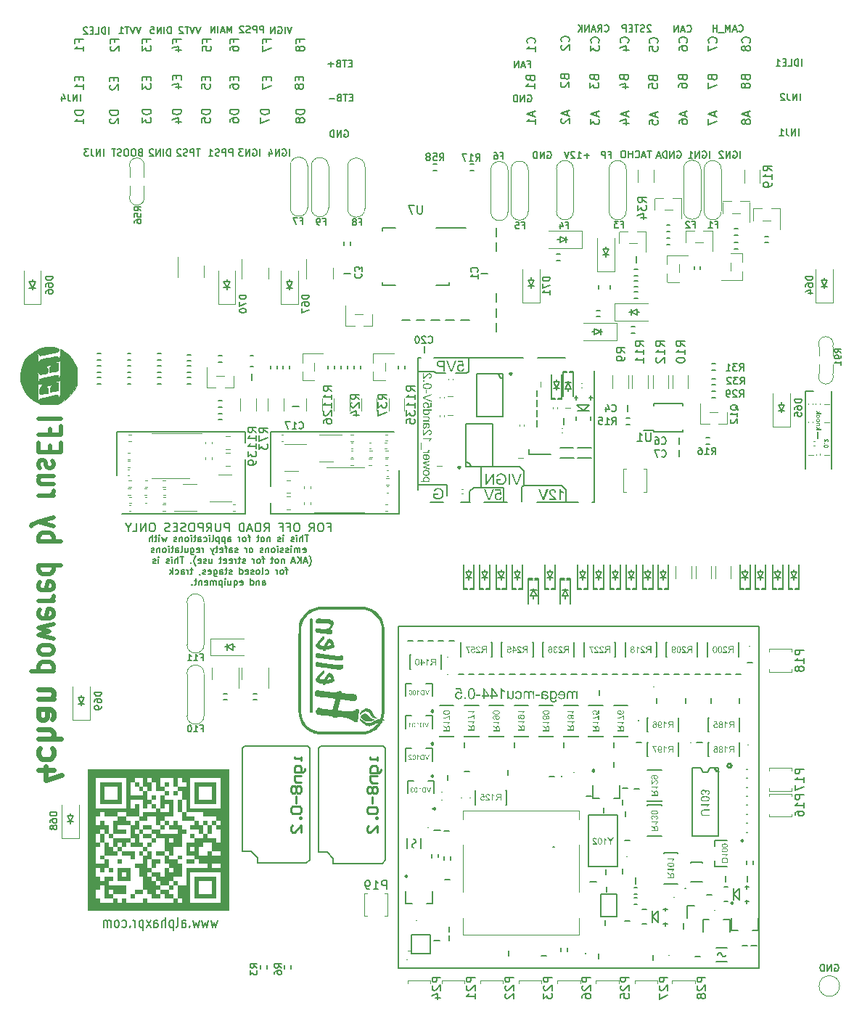
<source format=gbo>
G75*
G70*
%OFA0B0*%
%FSLAX25Y25*%
%IPPOS*%
%LPD*%
%AMOC8*
5,1,8,0,0,1.08239X$1,22.5*
%
%ADD122C,0.00394*%
%ADD123C,0.01000*%
%ADD202C,0.00300*%
%ADD21C,0.02362*%
%ADD58C,0.00787*%
%ADD62C,0.00800*%
%ADD65C,0.00472*%
%ADD71C,0.00984*%
%ADD72C,0.00591*%
%ADD73C,0.00669*%
%ADD74C,0.00500*%
%ADD75C,0.00390*%
%ADD80C,0.01969*%
%ADD81C,0.00010*%
X0000000Y0000000D02*
%LPD*%
G01*
D73*
X0332327Y0387041D02*
X0332327Y0390191D01*
X0329177Y0390041D02*
X0329477Y0390191D01*
X0329477Y0390191D02*
X0329927Y0390191D01*
X0329927Y0390191D02*
X0330377Y0390041D01*
X0330377Y0390041D02*
X0330677Y0389741D01*
X0330677Y0389741D02*
X0330827Y0389441D01*
X0330827Y0389441D02*
X0330977Y0388841D01*
X0330977Y0388841D02*
X0330977Y0388391D01*
X0330977Y0388391D02*
X0330827Y0387791D01*
X0330827Y0387791D02*
X0330677Y0387491D01*
X0330677Y0387491D02*
X0330377Y0387191D01*
X0330377Y0387191D02*
X0329927Y0387041D01*
X0329927Y0387041D02*
X0329627Y0387041D01*
X0329627Y0387041D02*
X0329177Y0387191D01*
X0329177Y0387191D02*
X0329027Y0387341D01*
X0329027Y0387341D02*
X0329027Y0388391D01*
X0329027Y0388391D02*
X0329627Y0388391D01*
X0327677Y0387041D02*
X0327677Y0390191D01*
X0327677Y0390191D02*
X0325878Y0387041D01*
X0325878Y0387041D02*
X0325878Y0390191D01*
X0324528Y0389891D02*
X0324378Y0390041D01*
X0324378Y0390041D02*
X0324078Y0390191D01*
X0324078Y0390191D02*
X0323328Y0390191D01*
X0323328Y0390191D02*
X0323028Y0390041D01*
X0323028Y0390041D02*
X0322878Y0389891D01*
X0322878Y0389891D02*
X0322728Y0389591D01*
X0322728Y0389591D02*
X0322728Y0389291D01*
X0322728Y0389291D02*
X0322878Y0388841D01*
X0322878Y0388841D02*
X0324678Y0387041D01*
X0324678Y0387041D02*
X0322728Y0387041D01*
X0270040Y0445334D02*
X0270190Y0445184D01*
X0270190Y0445184D02*
X0270640Y0445034D01*
X0270640Y0445034D02*
X0270940Y0445034D01*
X0270940Y0445034D02*
X0271390Y0445184D01*
X0271390Y0445184D02*
X0271690Y0445484D01*
X0271690Y0445484D02*
X0271840Y0445784D01*
X0271840Y0445784D02*
X0271990Y0446384D01*
X0271990Y0446384D02*
X0271990Y0446834D01*
X0271990Y0446834D02*
X0271840Y0447434D01*
X0271840Y0447434D02*
X0271690Y0447734D01*
X0271690Y0447734D02*
X0271390Y0448034D01*
X0271390Y0448034D02*
X0270940Y0448184D01*
X0270940Y0448184D02*
X0270640Y0448184D01*
X0270640Y0448184D02*
X0270190Y0448034D01*
X0270190Y0448034D02*
X0270040Y0447884D01*
X0266890Y0445034D02*
X0267940Y0446534D01*
X0268690Y0445034D02*
X0268690Y0448184D01*
X0268690Y0448184D02*
X0267490Y0448184D01*
X0267490Y0448184D02*
X0267190Y0448034D01*
X0267190Y0448034D02*
X0267040Y0447884D01*
X0267040Y0447884D02*
X0266890Y0447584D01*
X0266890Y0447584D02*
X0266890Y0447134D01*
X0266890Y0447134D02*
X0267040Y0446834D01*
X0267040Y0446834D02*
X0267190Y0446684D01*
X0267190Y0446684D02*
X0267490Y0446534D01*
X0267490Y0446534D02*
X0268690Y0446534D01*
X0265690Y0445934D02*
X0264191Y0445934D01*
X0265990Y0445034D02*
X0264940Y0448184D01*
X0264940Y0448184D02*
X0263891Y0445034D01*
X0262841Y0445034D02*
X0262841Y0448184D01*
X0262841Y0448184D02*
X0261041Y0445034D01*
X0261041Y0445034D02*
X0261041Y0448184D01*
X0259541Y0445034D02*
X0259541Y0448184D01*
X0257741Y0445034D02*
X0259091Y0446834D01*
X0257741Y0448184D02*
X0259541Y0446384D01*
D72*
X0114689Y0424372D02*
X0114689Y0423060D01*
X0116751Y0422497D02*
X0116751Y0424372D01*
X0116751Y0424372D02*
X0112814Y0424372D01*
X0112814Y0424372D02*
X0112814Y0422497D01*
X0112814Y0421185D02*
X0112814Y0418560D01*
X0112814Y0418560D02*
X0116751Y0420247D01*
D73*
X0098697Y0444444D02*
X0098697Y0447593D01*
X0098697Y0447593D02*
X0097647Y0445344D01*
X0097647Y0445344D02*
X0096597Y0447593D01*
X0096597Y0447593D02*
X0096597Y0444444D01*
X0095247Y0445344D02*
X0093748Y0445344D01*
X0095547Y0444444D02*
X0094498Y0447593D01*
X0094498Y0447593D02*
X0093448Y0444444D01*
X0092398Y0444444D02*
X0092398Y0447593D01*
X0090898Y0444444D02*
X0090898Y0447593D01*
X0090898Y0447593D02*
X0089098Y0444444D01*
X0089098Y0444444D02*
X0089098Y0447593D01*
D72*
X0028469Y0440289D02*
X0028469Y0441601D01*
X0030531Y0441601D02*
X0026594Y0441601D01*
X0026594Y0441601D02*
X0026594Y0439726D01*
X0030531Y0436164D02*
X0030531Y0438414D01*
X0030531Y0437289D02*
X0026594Y0437289D01*
X0026594Y0437289D02*
X0027156Y0437664D01*
X0027156Y0437664D02*
X0027531Y0438039D01*
X0027531Y0438039D02*
X0027719Y0438414D01*
D73*
X0153825Y0430542D02*
X0152775Y0430542D01*
X0152325Y0428893D02*
X0153825Y0428893D01*
X0153825Y0428893D02*
X0153825Y0432042D01*
X0153825Y0432042D02*
X0152325Y0432042D01*
X0151425Y0432042D02*
X0149625Y0432042D01*
X0150525Y0428893D02*
X0150525Y0432042D01*
X0147525Y0430542D02*
X0147075Y0430393D01*
X0147075Y0430393D02*
X0146925Y0430243D01*
X0146925Y0430243D02*
X0146775Y0429943D01*
X0146775Y0429943D02*
X0146775Y0429493D01*
X0146775Y0429493D02*
X0146925Y0429193D01*
X0146925Y0429193D02*
X0147075Y0429043D01*
X0147075Y0429043D02*
X0147375Y0428893D01*
X0147375Y0428893D02*
X0148575Y0428893D01*
X0148575Y0428893D02*
X0148575Y0432042D01*
X0148575Y0432042D02*
X0147525Y0432042D01*
X0147525Y0432042D02*
X0147225Y0431892D01*
X0147225Y0431892D02*
X0147075Y0431742D01*
X0147075Y0431742D02*
X0146925Y0431442D01*
X0146925Y0431442D02*
X0146925Y0431142D01*
X0146925Y0431142D02*
X0147075Y0430842D01*
X0147075Y0430842D02*
X0147225Y0430692D01*
X0147225Y0430692D02*
X0147525Y0430542D01*
X0147525Y0430542D02*
X0148575Y0430542D01*
X0145426Y0430093D02*
X0143026Y0430093D01*
X0144226Y0428893D02*
X0144226Y0431292D01*
X0360499Y0429286D02*
X0360499Y0432436D01*
X0358999Y0429286D02*
X0358999Y0432436D01*
X0358999Y0432436D02*
X0358249Y0432436D01*
X0358249Y0432436D02*
X0357799Y0432286D01*
X0357799Y0432286D02*
X0357499Y0431986D01*
X0357499Y0431986D02*
X0357349Y0431686D01*
X0357349Y0431686D02*
X0357199Y0431086D01*
X0357199Y0431086D02*
X0357199Y0430636D01*
X0357199Y0430636D02*
X0357349Y0430036D01*
X0357349Y0430036D02*
X0357499Y0429736D01*
X0357499Y0429736D02*
X0357799Y0429436D01*
X0357799Y0429436D02*
X0358249Y0429286D01*
X0358249Y0429286D02*
X0358999Y0429286D01*
X0354349Y0429286D02*
X0355849Y0429286D01*
X0355849Y0429286D02*
X0355849Y0432436D01*
X0353300Y0430936D02*
X0352250Y0430936D01*
X0351800Y0429286D02*
X0353300Y0429286D01*
X0353300Y0429286D02*
X0353300Y0432436D01*
X0353300Y0432436D02*
X0351800Y0432436D01*
X0348800Y0429286D02*
X0350600Y0429286D01*
X0349700Y0429286D02*
X0349700Y0432436D01*
X0349700Y0432436D02*
X0350000Y0431986D01*
X0350000Y0431986D02*
X0350300Y0431686D01*
X0350300Y0431686D02*
X0350600Y0431536D01*
D58*
X0092088Y0036832D02*
X0091339Y0033682D01*
X0091339Y0033682D02*
X0090589Y0035932D01*
X0090589Y0035932D02*
X0089839Y0033682D01*
X0089839Y0033682D02*
X0089089Y0036832D01*
X0087964Y0036832D02*
X0087214Y0033682D01*
X0087214Y0033682D02*
X0086464Y0035932D01*
X0086464Y0035932D02*
X0085714Y0033682D01*
X0085714Y0033682D02*
X0084964Y0036832D01*
X0083840Y0036832D02*
X0083090Y0033682D01*
X0083090Y0033682D02*
X0082340Y0035932D01*
X0082340Y0035932D02*
X0081590Y0033682D01*
X0081590Y0033682D02*
X0080840Y0036832D01*
X0079340Y0034132D02*
X0079153Y0033907D01*
X0079153Y0033907D02*
X0079340Y0033682D01*
X0079340Y0033682D02*
X0079528Y0033907D01*
X0079528Y0033907D02*
X0079340Y0034132D01*
X0079340Y0034132D02*
X0079340Y0033682D01*
X0075778Y0033682D02*
X0075778Y0036157D01*
X0075778Y0036157D02*
X0075966Y0036607D01*
X0075966Y0036607D02*
X0076340Y0036832D01*
X0076340Y0036832D02*
X0077090Y0036832D01*
X0077090Y0036832D02*
X0077465Y0036607D01*
X0075778Y0033907D02*
X0076153Y0033682D01*
X0076153Y0033682D02*
X0077090Y0033682D01*
X0077090Y0033682D02*
X0077465Y0033907D01*
X0077465Y0033907D02*
X0077653Y0034357D01*
X0077653Y0034357D02*
X0077653Y0034807D01*
X0077653Y0034807D02*
X0077465Y0035257D01*
X0077465Y0035257D02*
X0077090Y0035482D01*
X0077090Y0035482D02*
X0076153Y0035482D01*
X0076153Y0035482D02*
X0075778Y0035707D01*
X0073341Y0033682D02*
X0073716Y0033907D01*
X0073716Y0033907D02*
X0073903Y0034357D01*
X0073903Y0034357D02*
X0073903Y0038407D01*
X0071841Y0036832D02*
X0071841Y0032107D01*
X0071841Y0036607D02*
X0071466Y0036832D01*
X0071466Y0036832D02*
X0070716Y0036832D01*
X0070716Y0036832D02*
X0070341Y0036607D01*
X0070341Y0036607D02*
X0070154Y0036382D01*
X0070154Y0036382D02*
X0069966Y0035932D01*
X0069966Y0035932D02*
X0069966Y0034582D01*
X0069966Y0034582D02*
X0070154Y0034132D01*
X0070154Y0034132D02*
X0070341Y0033907D01*
X0070341Y0033907D02*
X0070716Y0033682D01*
X0070716Y0033682D02*
X0071466Y0033682D01*
X0071466Y0033682D02*
X0071841Y0033907D01*
X0068279Y0033682D02*
X0068279Y0038407D01*
X0066592Y0033682D02*
X0066592Y0036157D01*
X0066592Y0036157D02*
X0066779Y0036607D01*
X0066779Y0036607D02*
X0067154Y0036832D01*
X0067154Y0036832D02*
X0067717Y0036832D01*
X0067717Y0036832D02*
X0068091Y0036607D01*
X0068091Y0036607D02*
X0068279Y0036382D01*
X0063030Y0033682D02*
X0063030Y0036157D01*
X0063030Y0036157D02*
X0063217Y0036607D01*
X0063217Y0036607D02*
X0063592Y0036832D01*
X0063592Y0036832D02*
X0064342Y0036832D01*
X0064342Y0036832D02*
X0064717Y0036607D01*
X0063030Y0033907D02*
X0063405Y0033682D01*
X0063405Y0033682D02*
X0064342Y0033682D01*
X0064342Y0033682D02*
X0064717Y0033907D01*
X0064717Y0033907D02*
X0064904Y0034357D01*
X0064904Y0034357D02*
X0064904Y0034807D01*
X0064904Y0034807D02*
X0064717Y0035257D01*
X0064717Y0035257D02*
X0064342Y0035482D01*
X0064342Y0035482D02*
X0063405Y0035482D01*
X0063405Y0035482D02*
X0063030Y0035707D01*
X0061530Y0033682D02*
X0059468Y0036832D01*
X0061530Y0036832D02*
X0059468Y0033682D01*
X0057968Y0036832D02*
X0057968Y0032107D01*
X0057968Y0036607D02*
X0057593Y0036832D01*
X0057593Y0036832D02*
X0056843Y0036832D01*
X0056843Y0036832D02*
X0056468Y0036607D01*
X0056468Y0036607D02*
X0056280Y0036382D01*
X0056280Y0036382D02*
X0056093Y0035932D01*
X0056093Y0035932D02*
X0056093Y0034582D01*
X0056093Y0034582D02*
X0056280Y0034132D01*
X0056280Y0034132D02*
X0056468Y0033907D01*
X0056468Y0033907D02*
X0056843Y0033682D01*
X0056843Y0033682D02*
X0057593Y0033682D01*
X0057593Y0033682D02*
X0057968Y0033907D01*
X0054406Y0033682D02*
X0054406Y0036832D01*
X0054406Y0035932D02*
X0054218Y0036382D01*
X0054218Y0036382D02*
X0054031Y0036607D01*
X0054031Y0036607D02*
X0053656Y0036832D01*
X0053656Y0036832D02*
X0053281Y0036832D01*
X0051968Y0034132D02*
X0051781Y0033907D01*
X0051781Y0033907D02*
X0051968Y0033682D01*
X0051968Y0033682D02*
X0052156Y0033907D01*
X0052156Y0033907D02*
X0051968Y0034132D01*
X0051968Y0034132D02*
X0051968Y0033682D01*
X0048406Y0033907D02*
X0048781Y0033682D01*
X0048781Y0033682D02*
X0049531Y0033682D01*
X0049531Y0033682D02*
X0049906Y0033907D01*
X0049906Y0033907D02*
X0050094Y0034132D01*
X0050094Y0034132D02*
X0050281Y0034582D01*
X0050281Y0034582D02*
X0050281Y0035932D01*
X0050281Y0035932D02*
X0050094Y0036382D01*
X0050094Y0036382D02*
X0049906Y0036607D01*
X0049906Y0036607D02*
X0049531Y0036832D01*
X0049531Y0036832D02*
X0048781Y0036832D01*
X0048781Y0036832D02*
X0048406Y0036607D01*
X0046157Y0033682D02*
X0046532Y0033907D01*
X0046532Y0033907D02*
X0046719Y0034132D01*
X0046719Y0034132D02*
X0046907Y0034582D01*
X0046907Y0034582D02*
X0046907Y0035932D01*
X0046907Y0035932D02*
X0046719Y0036382D01*
X0046719Y0036382D02*
X0046532Y0036607D01*
X0046532Y0036607D02*
X0046157Y0036832D01*
X0046157Y0036832D02*
X0045594Y0036832D01*
X0045594Y0036832D02*
X0045219Y0036607D01*
X0045219Y0036607D02*
X0045032Y0036382D01*
X0045032Y0036382D02*
X0044844Y0035932D01*
X0044844Y0035932D02*
X0044844Y0034582D01*
X0044844Y0034582D02*
X0045032Y0034132D01*
X0045032Y0034132D02*
X0045219Y0033907D01*
X0045219Y0033907D02*
X0045594Y0033682D01*
X0045594Y0033682D02*
X0046157Y0033682D01*
X0043157Y0033682D02*
X0043157Y0036832D01*
X0043157Y0036382D02*
X0042970Y0036607D01*
X0042970Y0036607D02*
X0042595Y0036832D01*
X0042595Y0036832D02*
X0042032Y0036832D01*
X0042032Y0036832D02*
X0041657Y0036607D01*
X0041657Y0036607D02*
X0041470Y0036157D01*
X0041470Y0036157D02*
X0041470Y0033682D01*
X0041470Y0036157D02*
X0041282Y0036607D01*
X0041282Y0036607D02*
X0040907Y0036832D01*
X0040907Y0036832D02*
X0040345Y0036832D01*
X0040345Y0036832D02*
X0039970Y0036607D01*
X0039970Y0036607D02*
X0039783Y0036157D01*
X0039783Y0036157D02*
X0039783Y0033682D01*
D72*
X0099728Y0440289D02*
X0099728Y0441601D01*
X0101791Y0441601D02*
X0097854Y0441601D01*
X0097854Y0441601D02*
X0097854Y0439726D01*
X0097854Y0436539D02*
X0097854Y0437289D01*
X0097854Y0437289D02*
X0098041Y0437664D01*
X0098041Y0437664D02*
X0098229Y0437852D01*
X0098229Y0437852D02*
X0098791Y0438226D01*
X0098791Y0438226D02*
X0099541Y0438414D01*
X0099541Y0438414D02*
X0101041Y0438414D01*
X0101041Y0438414D02*
X0101416Y0438226D01*
X0101416Y0438226D02*
X0101603Y0438039D01*
X0101603Y0438039D02*
X0101791Y0437664D01*
X0101791Y0437664D02*
X0101791Y0436914D01*
X0101791Y0436914D02*
X0101603Y0436539D01*
X0101603Y0436539D02*
X0101416Y0436352D01*
X0101416Y0436352D02*
X0101041Y0436164D01*
X0101041Y0436164D02*
X0100103Y0436164D01*
X0100103Y0436164D02*
X0099728Y0436352D01*
X0099728Y0436352D02*
X0099541Y0436539D01*
X0099541Y0436539D02*
X0099353Y0436914D01*
X0099353Y0436914D02*
X0099353Y0437664D01*
X0099353Y0437664D02*
X0099541Y0438039D01*
X0099541Y0438039D02*
X0099728Y0438226D01*
X0099728Y0438226D02*
X0100103Y0438414D01*
X0132106Y0409205D02*
X0128169Y0409205D01*
X0128169Y0409205D02*
X0128169Y0408268D01*
X0128169Y0408268D02*
X0128356Y0407705D01*
X0128356Y0407705D02*
X0128731Y0407330D01*
X0128731Y0407330D02*
X0129106Y0407143D01*
X0129106Y0407143D02*
X0129856Y0406955D01*
X0129856Y0406955D02*
X0130418Y0406955D01*
X0130418Y0406955D02*
X0131168Y0407143D01*
X0131168Y0407143D02*
X0131543Y0407330D01*
X0131543Y0407330D02*
X0131918Y0407705D01*
X0131918Y0407705D02*
X0132106Y0408268D01*
X0132106Y0408268D02*
X0132106Y0409205D01*
X0129856Y0404706D02*
X0129668Y0405081D01*
X0129668Y0405081D02*
X0129481Y0405268D01*
X0129481Y0405268D02*
X0129106Y0405456D01*
X0129106Y0405456D02*
X0128918Y0405456D01*
X0128918Y0405456D02*
X0128544Y0405268D01*
X0128544Y0405268D02*
X0128356Y0405081D01*
X0128356Y0405081D02*
X0128169Y0404706D01*
X0128169Y0404706D02*
X0128169Y0403956D01*
X0128169Y0403956D02*
X0128356Y0403581D01*
X0128356Y0403581D02*
X0128544Y0403393D01*
X0128544Y0403393D02*
X0128918Y0403206D01*
X0128918Y0403206D02*
X0129106Y0403206D01*
X0129106Y0403206D02*
X0129481Y0403393D01*
X0129481Y0403393D02*
X0129668Y0403581D01*
X0129668Y0403581D02*
X0129856Y0403956D01*
X0129856Y0403956D02*
X0129856Y0404706D01*
X0129856Y0404706D02*
X0130043Y0405081D01*
X0130043Y0405081D02*
X0130231Y0405268D01*
X0130231Y0405268D02*
X0130606Y0405456D01*
X0130606Y0405456D02*
X0131356Y0405456D01*
X0131356Y0405456D02*
X0131731Y0405268D01*
X0131731Y0405268D02*
X0131918Y0405081D01*
X0131918Y0405081D02*
X0132106Y0404706D01*
X0132106Y0404706D02*
X0132106Y0403956D01*
X0132106Y0403956D02*
X0131918Y0403581D01*
X0131918Y0403581D02*
X0131731Y0403393D01*
X0131731Y0403393D02*
X0131356Y0403206D01*
X0131356Y0403206D02*
X0130606Y0403206D01*
X0130606Y0403206D02*
X0130231Y0403393D01*
X0130231Y0403393D02*
X0130043Y0403581D01*
X0130043Y0403581D02*
X0129856Y0403956D01*
D73*
X0056871Y0447397D02*
X0055821Y0444247D01*
X0055821Y0444247D02*
X0054771Y0447397D01*
X0054171Y0447397D02*
X0053121Y0444247D01*
X0053121Y0444247D02*
X0052072Y0447397D01*
X0051472Y0447397D02*
X0049672Y0447397D01*
X0050572Y0444247D02*
X0050572Y0447397D01*
X0046972Y0444247D02*
X0048772Y0444247D01*
X0047872Y0444247D02*
X0047872Y0447397D01*
X0047872Y0447397D02*
X0048172Y0446947D01*
X0048172Y0446947D02*
X0048472Y0446647D01*
X0048472Y0446647D02*
X0048772Y0446497D01*
X0070472Y0387948D02*
X0070472Y0391097D01*
X0070472Y0391097D02*
X0069723Y0391097D01*
X0069723Y0391097D02*
X0069273Y0390947D01*
X0069273Y0390947D02*
X0068973Y0390647D01*
X0068973Y0390647D02*
X0068823Y0390348D01*
X0068823Y0390348D02*
X0068673Y0389748D01*
X0068673Y0389748D02*
X0068673Y0389298D01*
X0068673Y0389298D02*
X0068823Y0388698D01*
X0068823Y0388698D02*
X0068973Y0388398D01*
X0068973Y0388398D02*
X0069273Y0388098D01*
X0069273Y0388098D02*
X0069723Y0387948D01*
X0069723Y0387948D02*
X0070472Y0387948D01*
X0067323Y0387948D02*
X0067323Y0391097D01*
X0065823Y0387948D02*
X0065823Y0391097D01*
X0065823Y0391097D02*
X0064023Y0387948D01*
X0064023Y0387948D02*
X0064023Y0391097D01*
X0062673Y0390797D02*
X0062523Y0390947D01*
X0062523Y0390947D02*
X0062223Y0391097D01*
X0062223Y0391097D02*
X0061474Y0391097D01*
X0061474Y0391097D02*
X0061174Y0390947D01*
X0061174Y0390947D02*
X0061024Y0390797D01*
X0061024Y0390797D02*
X0060874Y0390497D01*
X0060874Y0390497D02*
X0060874Y0390198D01*
X0060874Y0390198D02*
X0061024Y0389748D01*
X0061024Y0389748D02*
X0062823Y0387948D01*
X0062823Y0387948D02*
X0060874Y0387948D01*
D72*
X0028469Y0424372D02*
X0028469Y0423060D01*
X0030531Y0422497D02*
X0030531Y0424372D01*
X0030531Y0424372D02*
X0026594Y0424372D01*
X0026594Y0424372D02*
X0026594Y0422497D01*
X0030531Y0418748D02*
X0030531Y0420997D01*
X0030531Y0419873D02*
X0026594Y0419873D01*
X0026594Y0419873D02*
X0027156Y0420247D01*
X0027156Y0420247D02*
X0027531Y0420622D01*
X0027531Y0420622D02*
X0027719Y0420997D01*
X0046673Y0408811D02*
X0042736Y0408811D01*
X0042736Y0408811D02*
X0042736Y0407874D01*
X0042736Y0407874D02*
X0042923Y0407312D01*
X0042923Y0407312D02*
X0043298Y0406937D01*
X0043298Y0406937D02*
X0043673Y0406749D01*
X0043673Y0406749D02*
X0044423Y0406562D01*
X0044423Y0406562D02*
X0044985Y0406562D01*
X0044985Y0406562D02*
X0045735Y0406749D01*
X0045735Y0406749D02*
X0046110Y0406937D01*
X0046110Y0406937D02*
X0046485Y0407312D01*
X0046485Y0407312D02*
X0046673Y0407874D01*
X0046673Y0407874D02*
X0046673Y0408811D01*
X0043110Y0405062D02*
X0042923Y0404874D01*
X0042923Y0404874D02*
X0042736Y0404499D01*
X0042736Y0404499D02*
X0042736Y0403562D01*
X0042736Y0403562D02*
X0042923Y0403187D01*
X0042923Y0403187D02*
X0043110Y0403000D01*
X0043110Y0403000D02*
X0043485Y0402812D01*
X0043485Y0402812D02*
X0043860Y0402812D01*
X0043860Y0402812D02*
X0044423Y0403000D01*
X0044423Y0403000D02*
X0046673Y0405249D01*
X0046673Y0405249D02*
X0046673Y0402812D01*
D73*
X0042192Y0444050D02*
X0042192Y0447200D01*
X0040692Y0444050D02*
X0040692Y0447200D01*
X0040692Y0447200D02*
X0039942Y0447200D01*
X0039942Y0447200D02*
X0039492Y0447050D01*
X0039492Y0447050D02*
X0039192Y0446750D01*
X0039192Y0446750D02*
X0039042Y0446450D01*
X0039042Y0446450D02*
X0038892Y0445850D01*
X0038892Y0445850D02*
X0038892Y0445400D01*
X0038892Y0445400D02*
X0039042Y0444800D01*
X0039042Y0444800D02*
X0039192Y0444500D01*
X0039192Y0444500D02*
X0039492Y0444200D01*
X0039492Y0444200D02*
X0039942Y0444050D01*
X0039942Y0444050D02*
X0040692Y0444050D01*
X0036042Y0444050D02*
X0037542Y0444050D01*
X0037542Y0444050D02*
X0037542Y0447200D01*
X0034992Y0445700D02*
X0033943Y0445700D01*
X0033493Y0444050D02*
X0034992Y0444050D01*
X0034992Y0444050D02*
X0034992Y0447200D01*
X0034992Y0447200D02*
X0033493Y0447200D01*
X0032293Y0446900D02*
X0032143Y0447050D01*
X0032143Y0447050D02*
X0031843Y0447200D01*
X0031843Y0447200D02*
X0031093Y0447200D01*
X0031093Y0447200D02*
X0030793Y0447050D01*
X0030793Y0447050D02*
X0030643Y0446900D01*
X0030643Y0446900D02*
X0030493Y0446600D01*
X0030493Y0446600D02*
X0030493Y0446300D01*
X0030493Y0446300D02*
X0030643Y0445850D01*
X0030643Y0445850D02*
X0032443Y0444050D01*
X0032443Y0444050D02*
X0030493Y0444050D01*
D72*
X0114689Y0440289D02*
X0114689Y0441601D01*
X0116751Y0441601D02*
X0112814Y0441601D01*
X0112814Y0441601D02*
X0112814Y0439726D01*
X0112814Y0438601D02*
X0112814Y0435977D01*
X0112814Y0435977D02*
X0116751Y0437664D01*
D73*
X0126284Y0447397D02*
X0125234Y0444247D01*
X0125234Y0444247D02*
X0124184Y0447397D01*
X0123135Y0444247D02*
X0123135Y0447397D01*
X0119985Y0447247D02*
X0120285Y0447397D01*
X0120285Y0447397D02*
X0120735Y0447397D01*
X0120735Y0447397D02*
X0121185Y0447247D01*
X0121185Y0447247D02*
X0121485Y0446947D01*
X0121485Y0446947D02*
X0121635Y0446647D01*
X0121635Y0446647D02*
X0121785Y0446047D01*
X0121785Y0446047D02*
X0121785Y0445597D01*
X0121785Y0445597D02*
X0121635Y0444997D01*
X0121635Y0444997D02*
X0121485Y0444697D01*
X0121485Y0444697D02*
X0121185Y0444397D01*
X0121185Y0444397D02*
X0120735Y0444247D01*
X0120735Y0444247D02*
X0120435Y0444247D01*
X0120435Y0444247D02*
X0119985Y0444397D01*
X0119985Y0444397D02*
X0119835Y0444547D01*
X0119835Y0444547D02*
X0119835Y0445597D01*
X0119835Y0445597D02*
X0120435Y0445597D01*
X0118485Y0444247D02*
X0118485Y0447397D01*
X0118485Y0447397D02*
X0116685Y0444247D01*
X0116685Y0444247D02*
X0116685Y0447397D01*
D72*
X0073350Y0424766D02*
X0073350Y0423453D01*
X0075413Y0422891D02*
X0075413Y0424766D01*
X0075413Y0424766D02*
X0071476Y0424766D01*
X0071476Y0424766D02*
X0071476Y0422891D01*
X0072788Y0419516D02*
X0075413Y0419516D01*
X0071288Y0420454D02*
X0074100Y0421391D01*
X0074100Y0421391D02*
X0074100Y0418954D01*
X0099728Y0424372D02*
X0099728Y0423060D01*
X0101791Y0422497D02*
X0101791Y0424372D01*
X0101791Y0424372D02*
X0097854Y0424372D01*
X0097854Y0424372D02*
X0097854Y0422497D01*
X0097854Y0419123D02*
X0097854Y0419873D01*
X0097854Y0419873D02*
X0098041Y0420247D01*
X0098041Y0420247D02*
X0098229Y0420435D01*
X0098229Y0420435D02*
X0098791Y0420810D01*
X0098791Y0420810D02*
X0099541Y0420997D01*
X0099541Y0420997D02*
X0101041Y0420997D01*
X0101041Y0420997D02*
X0101416Y0420810D01*
X0101416Y0420810D02*
X0101603Y0420622D01*
X0101603Y0420622D02*
X0101791Y0420247D01*
X0101791Y0420247D02*
X0101791Y0419498D01*
X0101791Y0419498D02*
X0101603Y0419123D01*
X0101603Y0419123D02*
X0101416Y0418935D01*
X0101416Y0418935D02*
X0101041Y0418748D01*
X0101041Y0418748D02*
X0100103Y0418748D01*
X0100103Y0418748D02*
X0099728Y0418935D01*
X0099728Y0418935D02*
X0099541Y0419123D01*
X0099541Y0419123D02*
X0099353Y0419498D01*
X0099353Y0419498D02*
X0099353Y0420247D01*
X0099353Y0420247D02*
X0099541Y0420622D01*
X0099541Y0420622D02*
X0099728Y0420810D01*
X0099728Y0420810D02*
X0100103Y0420997D01*
D73*
X0154218Y0414794D02*
X0153168Y0414794D01*
X0152718Y0413145D02*
X0154218Y0413145D01*
X0154218Y0413145D02*
X0154218Y0416294D01*
X0154218Y0416294D02*
X0152718Y0416294D01*
X0151819Y0416294D02*
X0150019Y0416294D01*
X0150919Y0413145D02*
X0150919Y0416294D01*
X0147919Y0414794D02*
X0147469Y0414644D01*
X0147469Y0414644D02*
X0147319Y0414494D01*
X0147319Y0414494D02*
X0147169Y0414195D01*
X0147169Y0414195D02*
X0147169Y0413745D01*
X0147169Y0413745D02*
X0147319Y0413445D01*
X0147319Y0413445D02*
X0147469Y0413295D01*
X0147469Y0413295D02*
X0147769Y0413145D01*
X0147769Y0413145D02*
X0148969Y0413145D01*
X0148969Y0413145D02*
X0148969Y0416294D01*
X0148969Y0416294D02*
X0147919Y0416294D01*
X0147919Y0416294D02*
X0147619Y0416144D01*
X0147619Y0416144D02*
X0147469Y0415994D01*
X0147469Y0415994D02*
X0147319Y0415694D01*
X0147319Y0415694D02*
X0147319Y0415394D01*
X0147319Y0415394D02*
X0147469Y0415094D01*
X0147469Y0415094D02*
X0147619Y0414944D01*
X0147619Y0414944D02*
X0147919Y0414794D01*
X0147919Y0414794D02*
X0148969Y0414794D01*
X0145819Y0414345D02*
X0143420Y0414345D01*
D72*
X0115964Y0409205D02*
X0112027Y0409205D01*
X0112027Y0409205D02*
X0112027Y0408268D01*
X0112027Y0408268D02*
X0112214Y0407705D01*
X0112214Y0407705D02*
X0112589Y0407330D01*
X0112589Y0407330D02*
X0112964Y0407143D01*
X0112964Y0407143D02*
X0113714Y0406955D01*
X0113714Y0406955D02*
X0114277Y0406955D01*
X0114277Y0406955D02*
X0115026Y0407143D01*
X0115026Y0407143D02*
X0115401Y0407330D01*
X0115401Y0407330D02*
X0115776Y0407705D01*
X0115776Y0407705D02*
X0115964Y0408268D01*
X0115964Y0408268D02*
X0115964Y0409205D01*
X0112027Y0405643D02*
X0112027Y0403018D01*
X0112027Y0403018D02*
X0115964Y0404706D01*
D21*
X0016778Y0106016D02*
X0009954Y0106016D01*
X0020678Y0103579D02*
X0013366Y0101142D01*
X0013366Y0101142D02*
X0013366Y0107478D01*
X0010442Y0115765D02*
X0009954Y0114790D01*
X0009954Y0114790D02*
X0009954Y0112840D01*
X0009954Y0112840D02*
X0010442Y0111865D01*
X0010442Y0111865D02*
X0010929Y0111378D01*
X0010929Y0111378D02*
X0011904Y0110890D01*
X0011904Y0110890D02*
X0014829Y0110890D01*
X0014829Y0110890D02*
X0015804Y0111378D01*
X0015804Y0111378D02*
X0016291Y0111865D01*
X0016291Y0111865D02*
X0016778Y0112840D01*
X0016778Y0112840D02*
X0016778Y0114790D01*
X0016778Y0114790D02*
X0016291Y0115765D01*
X0009954Y0120152D02*
X0020191Y0120152D01*
X0009954Y0124539D02*
X0015316Y0124539D01*
X0015316Y0124539D02*
X0016291Y0124051D01*
X0016291Y0124051D02*
X0016778Y0123076D01*
X0016778Y0123076D02*
X0016778Y0121614D01*
X0016778Y0121614D02*
X0016291Y0120639D01*
X0016291Y0120639D02*
X0015804Y0120152D01*
X0009954Y0133800D02*
X0015316Y0133800D01*
X0015316Y0133800D02*
X0016291Y0133313D01*
X0016291Y0133313D02*
X0016778Y0132338D01*
X0016778Y0132338D02*
X0016778Y0130388D01*
X0016778Y0130388D02*
X0016291Y0129413D01*
X0010442Y0133800D02*
X0009954Y0132825D01*
X0009954Y0132825D02*
X0009954Y0130388D01*
X0009954Y0130388D02*
X0010442Y0129413D01*
X0010442Y0129413D02*
X0011417Y0128926D01*
X0011417Y0128926D02*
X0012391Y0128926D01*
X0012391Y0128926D02*
X0013366Y0129413D01*
X0013366Y0129413D02*
X0013854Y0130388D01*
X0013854Y0130388D02*
X0013854Y0132825D01*
X0013854Y0132825D02*
X0014341Y0133800D01*
X0016778Y0138674D02*
X0009954Y0138674D01*
X0015804Y0138674D02*
X0016291Y0139162D01*
X0016291Y0139162D02*
X0016778Y0140137D01*
X0016778Y0140137D02*
X0016778Y0141599D01*
X0016778Y0141599D02*
X0016291Y0142574D01*
X0016291Y0142574D02*
X0015316Y0143061D01*
X0015316Y0143061D02*
X0009954Y0143061D01*
D73*
X0056562Y0389598D02*
X0056112Y0389448D01*
X0056112Y0389448D02*
X0055962Y0389298D01*
X0055962Y0389298D02*
X0055812Y0388998D01*
X0055812Y0388998D02*
X0055812Y0388548D01*
X0055812Y0388548D02*
X0055962Y0388248D01*
X0055962Y0388248D02*
X0056112Y0388098D01*
X0056112Y0388098D02*
X0056412Y0387948D01*
X0056412Y0387948D02*
X0057612Y0387948D01*
X0057612Y0387948D02*
X0057612Y0391097D01*
X0057612Y0391097D02*
X0056562Y0391097D01*
X0056562Y0391097D02*
X0056262Y0390947D01*
X0056262Y0390947D02*
X0056112Y0390797D01*
X0056112Y0390797D02*
X0055962Y0390497D01*
X0055962Y0390497D02*
X0055962Y0390198D01*
X0055962Y0390198D02*
X0056112Y0389898D01*
X0056112Y0389898D02*
X0056262Y0389748D01*
X0056262Y0389748D02*
X0056562Y0389598D01*
X0056562Y0389598D02*
X0057612Y0389598D01*
X0053862Y0391097D02*
X0053262Y0391097D01*
X0053262Y0391097D02*
X0052962Y0390947D01*
X0052962Y0390947D02*
X0052662Y0390647D01*
X0052662Y0390647D02*
X0052512Y0390048D01*
X0052512Y0390048D02*
X0052512Y0388998D01*
X0052512Y0388998D02*
X0052662Y0388398D01*
X0052662Y0388398D02*
X0052962Y0388098D01*
X0052962Y0388098D02*
X0053262Y0387948D01*
X0053262Y0387948D02*
X0053862Y0387948D01*
X0053862Y0387948D02*
X0054162Y0388098D01*
X0054162Y0388098D02*
X0054462Y0388398D01*
X0054462Y0388398D02*
X0054612Y0388998D01*
X0054612Y0388998D02*
X0054612Y0390048D01*
X0054612Y0390048D02*
X0054462Y0390647D01*
X0054462Y0390647D02*
X0054162Y0390947D01*
X0054162Y0390947D02*
X0053862Y0391097D01*
X0050562Y0391097D02*
X0049962Y0391097D01*
X0049962Y0391097D02*
X0049663Y0390947D01*
X0049663Y0390947D02*
X0049363Y0390647D01*
X0049363Y0390647D02*
X0049213Y0390048D01*
X0049213Y0390048D02*
X0049213Y0388998D01*
X0049213Y0388998D02*
X0049363Y0388398D01*
X0049363Y0388398D02*
X0049663Y0388098D01*
X0049663Y0388098D02*
X0049962Y0387948D01*
X0049962Y0387948D02*
X0050562Y0387948D01*
X0050562Y0387948D02*
X0050862Y0388098D01*
X0050862Y0388098D02*
X0051162Y0388398D01*
X0051162Y0388398D02*
X0051312Y0388998D01*
X0051312Y0388998D02*
X0051312Y0390048D01*
X0051312Y0390048D02*
X0051162Y0390647D01*
X0051162Y0390647D02*
X0050862Y0390947D01*
X0050862Y0390947D02*
X0050562Y0391097D01*
X0048013Y0388098D02*
X0047563Y0387948D01*
X0047563Y0387948D02*
X0046813Y0387948D01*
X0046813Y0387948D02*
X0046513Y0388098D01*
X0046513Y0388098D02*
X0046363Y0388248D01*
X0046363Y0388248D02*
X0046213Y0388548D01*
X0046213Y0388548D02*
X0046213Y0388848D01*
X0046213Y0388848D02*
X0046363Y0389148D01*
X0046363Y0389148D02*
X0046513Y0389298D01*
X0046513Y0389298D02*
X0046813Y0389448D01*
X0046813Y0389448D02*
X0047413Y0389598D01*
X0047413Y0389598D02*
X0047713Y0389748D01*
X0047713Y0389748D02*
X0047863Y0389898D01*
X0047863Y0389898D02*
X0048013Y0390198D01*
X0048013Y0390198D02*
X0048013Y0390497D01*
X0048013Y0390497D02*
X0047863Y0390797D01*
X0047863Y0390797D02*
X0047713Y0390947D01*
X0047713Y0390947D02*
X0047413Y0391097D01*
X0047413Y0391097D02*
X0046663Y0391097D01*
X0046663Y0391097D02*
X0046213Y0390947D01*
X0045313Y0391097D02*
X0043513Y0391097D01*
X0044413Y0387948D02*
X0044413Y0391097D01*
X0150431Y0399609D02*
X0150731Y0399759D01*
X0150731Y0399759D02*
X0151181Y0399759D01*
X0151181Y0399759D02*
X0151631Y0399609D01*
X0151631Y0399609D02*
X0151931Y0399309D01*
X0151931Y0399309D02*
X0152081Y0399009D01*
X0152081Y0399009D02*
X0152231Y0398409D01*
X0152231Y0398409D02*
X0152231Y0397959D01*
X0152231Y0397959D02*
X0152081Y0397359D01*
X0152081Y0397359D02*
X0151931Y0397059D01*
X0151931Y0397059D02*
X0151631Y0396759D01*
X0151631Y0396759D02*
X0151181Y0396609D01*
X0151181Y0396609D02*
X0150881Y0396609D01*
X0150881Y0396609D02*
X0150431Y0396759D01*
X0150431Y0396759D02*
X0150281Y0396909D01*
X0150281Y0396909D02*
X0150281Y0397959D01*
X0150281Y0397959D02*
X0150881Y0397959D01*
X0148931Y0396609D02*
X0148931Y0399759D01*
X0148931Y0399759D02*
X0147132Y0396609D01*
X0147132Y0396609D02*
X0147132Y0399759D01*
X0145632Y0396609D02*
X0145632Y0399759D01*
X0145632Y0399759D02*
X0144882Y0399759D01*
X0144882Y0399759D02*
X0144432Y0399609D01*
X0144432Y0399609D02*
X0144132Y0399309D01*
X0144132Y0399309D02*
X0143982Y0399009D01*
X0143982Y0399009D02*
X0143832Y0398409D01*
X0143832Y0398409D02*
X0143832Y0397959D01*
X0143832Y0397959D02*
X0143982Y0397359D01*
X0143982Y0397359D02*
X0144132Y0397059D01*
X0144132Y0397059D02*
X0144432Y0396759D01*
X0144432Y0396759D02*
X0144882Y0396609D01*
X0144882Y0396609D02*
X0145632Y0396609D01*
D72*
X0044807Y0440289D02*
X0044807Y0441601D01*
X0046869Y0441601D02*
X0042932Y0441601D01*
X0042932Y0441601D02*
X0042932Y0439726D01*
X0043307Y0438414D02*
X0043120Y0438226D01*
X0043120Y0438226D02*
X0042932Y0437852D01*
X0042932Y0437852D02*
X0042932Y0436914D01*
X0042932Y0436914D02*
X0043120Y0436539D01*
X0043120Y0436539D02*
X0043307Y0436352D01*
X0043307Y0436352D02*
X0043682Y0436164D01*
X0043682Y0436164D02*
X0044057Y0436164D01*
X0044057Y0436164D02*
X0044620Y0436352D01*
X0044620Y0436352D02*
X0046869Y0438601D01*
X0046869Y0438601D02*
X0046869Y0436164D01*
D80*
X0016758Y0151389D02*
X0006522Y0151389D01*
X0016271Y0151389D02*
X0016758Y0152214D01*
X0016758Y0152214D02*
X0016758Y0153863D01*
X0016758Y0153863D02*
X0016271Y0154688D01*
X0016271Y0154688D02*
X0015783Y0155101D01*
X0015783Y0155101D02*
X0014808Y0155513D01*
X0014808Y0155513D02*
X0011884Y0155513D01*
X0011884Y0155513D02*
X0010909Y0155101D01*
X0010909Y0155101D02*
X0010421Y0154688D01*
X0010421Y0154688D02*
X0009934Y0153863D01*
X0009934Y0153863D02*
X0009934Y0152214D01*
X0009934Y0152214D02*
X0010421Y0151389D01*
X0009934Y0160463D02*
X0010421Y0159638D01*
X0010421Y0159638D02*
X0010909Y0159225D01*
X0010909Y0159225D02*
X0011884Y0158813D01*
X0011884Y0158813D02*
X0014808Y0158813D01*
X0014808Y0158813D02*
X0015783Y0159225D01*
X0015783Y0159225D02*
X0016271Y0159638D01*
X0016271Y0159638D02*
X0016758Y0160463D01*
X0016758Y0160463D02*
X0016758Y0161700D01*
X0016758Y0161700D02*
X0016271Y0162525D01*
X0016271Y0162525D02*
X0015783Y0162937D01*
X0015783Y0162937D02*
X0014808Y0163350D01*
X0014808Y0163350D02*
X0011884Y0163350D01*
X0011884Y0163350D02*
X0010909Y0162937D01*
X0010909Y0162937D02*
X0010421Y0162525D01*
X0010421Y0162525D02*
X0009934Y0161700D01*
X0009934Y0161700D02*
X0009934Y0160463D01*
X0016758Y0166237D02*
X0009934Y0167887D01*
X0009934Y0167887D02*
X0014808Y0169537D01*
X0014808Y0169537D02*
X0009934Y0171186D01*
X0009934Y0171186D02*
X0016758Y0172836D01*
X0010421Y0179435D02*
X0009934Y0178610D01*
X0009934Y0178610D02*
X0009934Y0176961D01*
X0009934Y0176961D02*
X0010421Y0176136D01*
X0010421Y0176136D02*
X0011396Y0175723D01*
X0011396Y0175723D02*
X0015296Y0175723D01*
X0015296Y0175723D02*
X0016271Y0176136D01*
X0016271Y0176136D02*
X0016758Y0176961D01*
X0016758Y0176961D02*
X0016758Y0178610D01*
X0016758Y0178610D02*
X0016271Y0179435D01*
X0016271Y0179435D02*
X0015296Y0179848D01*
X0015296Y0179848D02*
X0014321Y0179848D01*
X0014321Y0179848D02*
X0013346Y0175723D01*
X0009934Y0183560D02*
X0016758Y0183560D01*
X0014808Y0183560D02*
X0015783Y0183972D01*
X0015783Y0183972D02*
X0016271Y0184385D01*
X0016271Y0184385D02*
X0016758Y0185210D01*
X0016758Y0185210D02*
X0016758Y0186034D01*
X0010421Y0192221D02*
X0009934Y0191396D01*
X0009934Y0191396D02*
X0009934Y0189747D01*
X0009934Y0189747D02*
X0010421Y0188922D01*
X0010421Y0188922D02*
X0011396Y0188509D01*
X0011396Y0188509D02*
X0015296Y0188509D01*
X0015296Y0188509D02*
X0016271Y0188922D01*
X0016271Y0188922D02*
X0016758Y0189747D01*
X0016758Y0189747D02*
X0016758Y0191396D01*
X0016758Y0191396D02*
X0016271Y0192221D01*
X0016271Y0192221D02*
X0015296Y0192634D01*
X0015296Y0192634D02*
X0014321Y0192634D01*
X0014321Y0192634D02*
X0013346Y0188509D01*
X0009934Y0200058D02*
X0020170Y0200058D01*
X0010421Y0200058D02*
X0009934Y0199233D01*
X0009934Y0199233D02*
X0009934Y0197583D01*
X0009934Y0197583D02*
X0010421Y0196758D01*
X0010421Y0196758D02*
X0010909Y0196346D01*
X0010909Y0196346D02*
X0011884Y0195933D01*
X0011884Y0195933D02*
X0014808Y0195933D01*
X0014808Y0195933D02*
X0015783Y0196346D01*
X0015783Y0196346D02*
X0016271Y0196758D01*
X0016271Y0196758D02*
X0016758Y0197583D01*
X0016758Y0197583D02*
X0016758Y0199233D01*
X0016758Y0199233D02*
X0016271Y0200058D01*
X0009934Y0210781D02*
X0020170Y0210781D01*
X0016271Y0210781D02*
X0016758Y0211606D01*
X0016758Y0211606D02*
X0016758Y0213256D01*
X0016758Y0213256D02*
X0016271Y0214081D01*
X0016271Y0214081D02*
X0015783Y0214493D01*
X0015783Y0214493D02*
X0014808Y0214906D01*
X0014808Y0214906D02*
X0011884Y0214906D01*
X0011884Y0214906D02*
X0010909Y0214493D01*
X0010909Y0214493D02*
X0010421Y0214081D01*
X0010421Y0214081D02*
X0009934Y0213256D01*
X0009934Y0213256D02*
X0009934Y0211606D01*
X0009934Y0211606D02*
X0010421Y0210781D01*
X0016758Y0217793D02*
X0009934Y0219855D01*
X0016758Y0221917D02*
X0009934Y0219855D01*
X0009934Y0219855D02*
X0007497Y0219030D01*
X0007497Y0219030D02*
X0007009Y0218618D01*
X0007009Y0218618D02*
X0006522Y0217793D01*
X0009934Y0231816D02*
X0016758Y0231816D01*
X0014808Y0231816D02*
X0015783Y0232229D01*
X0015783Y0232229D02*
X0016271Y0232641D01*
X0016271Y0232641D02*
X0016758Y0233466D01*
X0016758Y0233466D02*
X0016758Y0234291D01*
X0016758Y0240890D02*
X0009934Y0240890D01*
X0016758Y0237178D02*
X0011396Y0237178D01*
X0011396Y0237178D02*
X0010421Y0237591D01*
X0010421Y0237591D02*
X0009934Y0238415D01*
X0009934Y0238415D02*
X0009934Y0239653D01*
X0009934Y0239653D02*
X0010421Y0240478D01*
X0010421Y0240478D02*
X0010909Y0240890D01*
X0010421Y0244602D02*
X0009934Y0245427D01*
X0009934Y0245427D02*
X0009934Y0247077D01*
X0009934Y0247077D02*
X0010421Y0247902D01*
X0010421Y0247902D02*
X0011396Y0248314D01*
X0011396Y0248314D02*
X0011884Y0248314D01*
X0011884Y0248314D02*
X0012858Y0247902D01*
X0012858Y0247902D02*
X0013346Y0247077D01*
X0013346Y0247077D02*
X0013346Y0245839D01*
X0013346Y0245839D02*
X0013833Y0245015D01*
X0013833Y0245015D02*
X0014808Y0244602D01*
X0014808Y0244602D02*
X0015296Y0244602D01*
X0015296Y0244602D02*
X0016271Y0245015D01*
X0016271Y0245015D02*
X0016758Y0245839D01*
X0016758Y0245839D02*
X0016758Y0247077D01*
X0016758Y0247077D02*
X0016271Y0247902D01*
X0015296Y0252026D02*
X0015296Y0254913D01*
X0009934Y0256151D02*
X0009934Y0252026D01*
X0009934Y0252026D02*
X0020170Y0252026D01*
X0020170Y0252026D02*
X0020170Y0256151D01*
X0015296Y0262750D02*
X0015296Y0259863D01*
X0009934Y0259863D02*
X0020170Y0259863D01*
X0020170Y0259863D02*
X0020170Y0263987D01*
X0009934Y0267287D02*
X0020170Y0267287D01*
D72*
X0088798Y0409205D02*
X0084861Y0409205D01*
X0084861Y0409205D02*
X0084861Y0408268D01*
X0084861Y0408268D02*
X0085049Y0407705D01*
X0085049Y0407705D02*
X0085424Y0407330D01*
X0085424Y0407330D02*
X0085799Y0407143D01*
X0085799Y0407143D02*
X0086549Y0406955D01*
X0086549Y0406955D02*
X0087111Y0406955D01*
X0087111Y0406955D02*
X0087861Y0407143D01*
X0087861Y0407143D02*
X0088236Y0407330D01*
X0088236Y0407330D02*
X0088611Y0407705D01*
X0088611Y0407705D02*
X0088798Y0408268D01*
X0088798Y0408268D02*
X0088798Y0409205D01*
X0084861Y0403393D02*
X0084861Y0405268D01*
X0084861Y0405268D02*
X0086736Y0405456D01*
X0086736Y0405456D02*
X0086549Y0405268D01*
X0086549Y0405268D02*
X0086361Y0404893D01*
X0086361Y0404893D02*
X0086361Y0403956D01*
X0086361Y0403956D02*
X0086549Y0403581D01*
X0086549Y0403581D02*
X0086736Y0403393D01*
X0086736Y0403393D02*
X0087111Y0403206D01*
X0087111Y0403206D02*
X0088049Y0403206D01*
X0088049Y0403206D02*
X0088424Y0403393D01*
X0088424Y0403393D02*
X0088611Y0403581D01*
X0088611Y0403581D02*
X0088798Y0403956D01*
X0088798Y0403956D02*
X0088798Y0404893D01*
X0088798Y0404893D02*
X0088611Y0405268D01*
X0088611Y0405268D02*
X0088424Y0405456D01*
D73*
X0029153Y0413145D02*
X0029153Y0416294D01*
X0027653Y0413145D02*
X0027653Y0416294D01*
X0027653Y0416294D02*
X0025853Y0413145D01*
X0025853Y0413145D02*
X0025853Y0416294D01*
X0023453Y0416294D02*
X0023453Y0414045D01*
X0023453Y0414045D02*
X0023603Y0413595D01*
X0023603Y0413595D02*
X0023903Y0413295D01*
X0023903Y0413295D02*
X0024353Y0413145D01*
X0024353Y0413145D02*
X0024653Y0413145D01*
X0020604Y0415244D02*
X0020604Y0413145D01*
X0021354Y0416444D02*
X0022103Y0414195D01*
X0022103Y0414195D02*
X0020154Y0414195D01*
X0359211Y0397310D02*
X0359211Y0400459D01*
X0357711Y0397310D02*
X0357711Y0400459D01*
X0357711Y0400459D02*
X0355912Y0397310D01*
X0355912Y0397310D02*
X0355912Y0400459D01*
X0353512Y0400459D02*
X0353512Y0398210D01*
X0353512Y0398210D02*
X0353662Y0397760D01*
X0353662Y0397760D02*
X0353962Y0397460D01*
X0353962Y0397460D02*
X0354412Y0397310D01*
X0354412Y0397310D02*
X0354712Y0397310D01*
X0350362Y0397310D02*
X0352162Y0397310D01*
X0351262Y0397310D02*
X0351262Y0400459D01*
X0351262Y0400459D02*
X0351562Y0400009D01*
X0351562Y0400009D02*
X0351862Y0399710D01*
X0351862Y0399710D02*
X0352162Y0399560D01*
X0039783Y0387948D02*
X0039783Y0391097D01*
X0038283Y0387948D02*
X0038283Y0391097D01*
X0038283Y0391097D02*
X0036483Y0387948D01*
X0036483Y0387948D02*
X0036483Y0391097D01*
X0034083Y0391097D02*
X0034083Y0388848D01*
X0034083Y0388848D02*
X0034233Y0388398D01*
X0034233Y0388398D02*
X0034533Y0388098D01*
X0034533Y0388098D02*
X0034983Y0387948D01*
X0034983Y0387948D02*
X0035283Y0387948D01*
X0032883Y0391097D02*
X0030934Y0391097D01*
X0030934Y0391097D02*
X0031984Y0389898D01*
X0031984Y0389898D02*
X0031534Y0389898D01*
X0031534Y0389898D02*
X0031234Y0389748D01*
X0031234Y0389748D02*
X0031084Y0389598D01*
X0031084Y0389598D02*
X0030934Y0389298D01*
X0030934Y0389298D02*
X0030934Y0388548D01*
X0030934Y0388548D02*
X0031084Y0388248D01*
X0031084Y0388248D02*
X0031234Y0388098D01*
X0031234Y0388098D02*
X0031534Y0387948D01*
X0031534Y0387948D02*
X0032433Y0387948D01*
X0032433Y0387948D02*
X0032733Y0388098D01*
X0032733Y0388098D02*
X0032883Y0388248D01*
D72*
X0030531Y0408811D02*
X0026594Y0408811D01*
X0026594Y0408811D02*
X0026594Y0407874D01*
X0026594Y0407874D02*
X0026781Y0407312D01*
X0026781Y0407312D02*
X0027156Y0406937D01*
X0027156Y0406937D02*
X0027531Y0406749D01*
X0027531Y0406749D02*
X0028281Y0406562D01*
X0028281Y0406562D02*
X0028843Y0406562D01*
X0028843Y0406562D02*
X0029593Y0406749D01*
X0029593Y0406749D02*
X0029968Y0406937D01*
X0029968Y0406937D02*
X0030343Y0407312D01*
X0030343Y0407312D02*
X0030531Y0407874D01*
X0030531Y0407874D02*
X0030531Y0408811D01*
X0030531Y0402812D02*
X0030531Y0405062D01*
X0030531Y0403937D02*
X0026594Y0403937D01*
X0026594Y0403937D02*
X0027156Y0404312D01*
X0027156Y0404312D02*
X0027531Y0404687D01*
X0027531Y0404687D02*
X0027719Y0405062D01*
D73*
X0307824Y0445060D02*
X0307974Y0444910D01*
X0307974Y0444910D02*
X0308424Y0444760D01*
X0308424Y0444760D02*
X0308724Y0444760D01*
X0308724Y0444760D02*
X0309174Y0444910D01*
X0309174Y0444910D02*
X0309474Y0445210D01*
X0309474Y0445210D02*
X0309624Y0445510D01*
X0309624Y0445510D02*
X0309774Y0446110D01*
X0309774Y0446110D02*
X0309774Y0446559D01*
X0309774Y0446559D02*
X0309624Y0447159D01*
X0309624Y0447159D02*
X0309474Y0447459D01*
X0309474Y0447459D02*
X0309174Y0447759D01*
X0309174Y0447759D02*
X0308724Y0447909D01*
X0308724Y0447909D02*
X0308424Y0447909D01*
X0308424Y0447909D02*
X0307974Y0447759D01*
X0307974Y0447759D02*
X0307824Y0447609D01*
X0306624Y0445660D02*
X0305125Y0445660D01*
X0306924Y0444760D02*
X0305874Y0447909D01*
X0305874Y0447909D02*
X0304825Y0444760D01*
X0303775Y0444760D02*
X0303775Y0447909D01*
X0303775Y0447909D02*
X0301975Y0444760D01*
X0301975Y0444760D02*
X0301975Y0447909D01*
D72*
X0059571Y0424372D02*
X0059571Y0423060D01*
X0061633Y0422497D02*
X0061633Y0424372D01*
X0061633Y0424372D02*
X0057696Y0424372D01*
X0057696Y0424372D02*
X0057696Y0422497D01*
X0057696Y0421185D02*
X0057696Y0418748D01*
X0057696Y0418748D02*
X0059196Y0420060D01*
X0059196Y0420060D02*
X0059196Y0419498D01*
X0059196Y0419498D02*
X0059383Y0419123D01*
X0059383Y0419123D02*
X0059571Y0418935D01*
X0059571Y0418935D02*
X0059946Y0418748D01*
X0059946Y0418748D02*
X0060883Y0418748D01*
X0060883Y0418748D02*
X0061258Y0418935D01*
X0061258Y0418935D02*
X0061446Y0419123D01*
X0061446Y0419123D02*
X0061633Y0419498D01*
X0061633Y0419498D02*
X0061633Y0420622D01*
X0061633Y0420622D02*
X0061446Y0420997D01*
X0061446Y0420997D02*
X0061258Y0421185D01*
D73*
X0271996Y0388554D02*
X0273046Y0388554D01*
X0273046Y0386904D02*
X0273046Y0390054D01*
X0273046Y0390054D02*
X0271546Y0390054D01*
X0270347Y0386904D02*
X0270347Y0390054D01*
X0270347Y0390054D02*
X0269147Y0390054D01*
X0269147Y0390054D02*
X0268847Y0389904D01*
X0268847Y0389904D02*
X0268697Y0389754D01*
X0268697Y0389754D02*
X0268547Y0389454D01*
X0268547Y0389454D02*
X0268547Y0389004D01*
X0268547Y0389004D02*
X0268697Y0388704D01*
X0268697Y0388704D02*
X0268847Y0388554D01*
X0268847Y0388554D02*
X0269147Y0388404D01*
X0269147Y0388404D02*
X0270347Y0388404D01*
X0125197Y0387948D02*
X0125197Y0391097D01*
X0122047Y0390947D02*
X0122347Y0391097D01*
X0122347Y0391097D02*
X0122797Y0391097D01*
X0122797Y0391097D02*
X0123247Y0390947D01*
X0123247Y0390947D02*
X0123547Y0390647D01*
X0123547Y0390647D02*
X0123697Y0390348D01*
X0123697Y0390348D02*
X0123847Y0389748D01*
X0123847Y0389748D02*
X0123847Y0389298D01*
X0123847Y0389298D02*
X0123697Y0388698D01*
X0123697Y0388698D02*
X0123547Y0388398D01*
X0123547Y0388398D02*
X0123247Y0388098D01*
X0123247Y0388098D02*
X0122797Y0387948D01*
X0122797Y0387948D02*
X0122497Y0387948D01*
X0122497Y0387948D02*
X0122047Y0388098D01*
X0122047Y0388098D02*
X0121897Y0388248D01*
X0121897Y0388248D02*
X0121897Y0389298D01*
X0121897Y0389298D02*
X0122497Y0389298D01*
X0120547Y0387948D02*
X0120547Y0391097D01*
X0120547Y0391097D02*
X0118748Y0387948D01*
X0118748Y0387948D02*
X0118748Y0391097D01*
X0115898Y0390048D02*
X0115898Y0387948D01*
X0116648Y0391247D02*
X0117398Y0388998D01*
X0117398Y0388998D02*
X0115448Y0388998D01*
X0318178Y0387041D02*
X0318178Y0390191D01*
X0315029Y0390041D02*
X0315329Y0390191D01*
X0315329Y0390191D02*
X0315779Y0390191D01*
X0315779Y0390191D02*
X0316229Y0390041D01*
X0316229Y0390041D02*
X0316529Y0389741D01*
X0316529Y0389741D02*
X0316679Y0389441D01*
X0316679Y0389441D02*
X0316829Y0388841D01*
X0316829Y0388841D02*
X0316829Y0388391D01*
X0316829Y0388391D02*
X0316679Y0387791D01*
X0316679Y0387791D02*
X0316529Y0387491D01*
X0316529Y0387491D02*
X0316229Y0387191D01*
X0316229Y0387191D02*
X0315779Y0387041D01*
X0315779Y0387041D02*
X0315479Y0387041D01*
X0315479Y0387041D02*
X0315029Y0387191D01*
X0315029Y0387191D02*
X0314879Y0387341D01*
X0314879Y0387341D02*
X0314879Y0388391D01*
X0314879Y0388391D02*
X0315479Y0388391D01*
X0313529Y0387041D02*
X0313529Y0390191D01*
X0313529Y0390191D02*
X0311729Y0387041D01*
X0311729Y0387041D02*
X0311729Y0390191D01*
X0308580Y0387041D02*
X0310379Y0387041D01*
X0309479Y0387041D02*
X0309479Y0390191D01*
X0309479Y0390191D02*
X0309779Y0389741D01*
X0309779Y0389741D02*
X0310079Y0389441D01*
X0310079Y0389441D02*
X0310379Y0389291D01*
D72*
X0086736Y0424372D02*
X0086736Y0423060D01*
X0088798Y0422497D02*
X0088798Y0424372D01*
X0088798Y0424372D02*
X0084861Y0424372D01*
X0084861Y0424372D02*
X0084861Y0422497D01*
X0084861Y0418935D02*
X0084861Y0420810D01*
X0084861Y0420810D02*
X0086736Y0420997D01*
X0086736Y0420997D02*
X0086549Y0420810D01*
X0086549Y0420810D02*
X0086361Y0420435D01*
X0086361Y0420435D02*
X0086361Y0419498D01*
X0086361Y0419498D02*
X0086549Y0419123D01*
X0086549Y0419123D02*
X0086736Y0418935D01*
X0086736Y0418935D02*
X0087111Y0418748D01*
X0087111Y0418748D02*
X0088049Y0418748D01*
X0088049Y0418748D02*
X0088424Y0418935D01*
X0088424Y0418935D02*
X0088611Y0419123D01*
X0088611Y0419123D02*
X0088798Y0419498D01*
X0088798Y0419498D02*
X0088798Y0420435D01*
X0088798Y0420435D02*
X0088611Y0420810D01*
X0088611Y0420810D02*
X0088424Y0420997D01*
X0073350Y0440289D02*
X0073350Y0441601D01*
X0075413Y0441601D02*
X0071476Y0441601D01*
X0071476Y0441601D02*
X0071476Y0439726D01*
X0072788Y0436539D02*
X0075413Y0436539D01*
X0071288Y0437477D02*
X0074100Y0438414D01*
X0074100Y0438414D02*
X0074100Y0435977D01*
X0101791Y0409205D02*
X0097854Y0409205D01*
X0097854Y0409205D02*
X0097854Y0408268D01*
X0097854Y0408268D02*
X0098041Y0407705D01*
X0098041Y0407705D02*
X0098416Y0407330D01*
X0098416Y0407330D02*
X0098791Y0407143D01*
X0098791Y0407143D02*
X0099541Y0406955D01*
X0099541Y0406955D02*
X0100103Y0406955D01*
X0100103Y0406955D02*
X0100853Y0407143D01*
X0100853Y0407143D02*
X0101228Y0407330D01*
X0101228Y0407330D02*
X0101603Y0407705D01*
X0101603Y0407705D02*
X0101791Y0408268D01*
X0101791Y0408268D02*
X0101791Y0409205D01*
X0097854Y0403581D02*
X0097854Y0404331D01*
X0097854Y0404331D02*
X0098041Y0404706D01*
X0098041Y0404706D02*
X0098229Y0404893D01*
X0098229Y0404893D02*
X0098791Y0405268D01*
X0098791Y0405268D02*
X0099541Y0405456D01*
X0099541Y0405456D02*
X0101041Y0405456D01*
X0101041Y0405456D02*
X0101416Y0405268D01*
X0101416Y0405268D02*
X0101603Y0405081D01*
X0101603Y0405081D02*
X0101791Y0404706D01*
X0101791Y0404706D02*
X0101791Y0403956D01*
X0101791Y0403956D02*
X0101603Y0403581D01*
X0101603Y0403581D02*
X0101416Y0403393D01*
X0101416Y0403393D02*
X0101041Y0403206D01*
X0101041Y0403206D02*
X0100103Y0403206D01*
X0100103Y0403206D02*
X0099728Y0403393D01*
X0099728Y0403393D02*
X0099541Y0403581D01*
X0099541Y0403581D02*
X0099353Y0403956D01*
X0099353Y0403956D02*
X0099353Y0404706D01*
X0099353Y0404706D02*
X0099541Y0405081D01*
X0099541Y0405081D02*
X0099728Y0405268D01*
X0099728Y0405268D02*
X0100103Y0405456D01*
D73*
X0243738Y0389766D02*
X0244038Y0389916D01*
X0244038Y0389916D02*
X0244488Y0389916D01*
X0244488Y0389916D02*
X0244938Y0389766D01*
X0244938Y0389766D02*
X0245238Y0389466D01*
X0245238Y0389466D02*
X0245388Y0389166D01*
X0245388Y0389166D02*
X0245538Y0388566D01*
X0245538Y0388566D02*
X0245538Y0388117D01*
X0245538Y0388117D02*
X0245388Y0387517D01*
X0245388Y0387517D02*
X0245238Y0387217D01*
X0245238Y0387217D02*
X0244938Y0386917D01*
X0244938Y0386917D02*
X0244488Y0386767D01*
X0244488Y0386767D02*
X0244188Y0386767D01*
X0244188Y0386767D02*
X0243738Y0386917D01*
X0243738Y0386917D02*
X0243588Y0387067D01*
X0243588Y0387067D02*
X0243588Y0388117D01*
X0243588Y0388117D02*
X0244188Y0388117D01*
X0242238Y0386767D02*
X0242238Y0389916D01*
X0242238Y0389916D02*
X0240439Y0386767D01*
X0240439Y0386767D02*
X0240439Y0389916D01*
X0238939Y0386767D02*
X0238939Y0389916D01*
X0238939Y0389916D02*
X0238189Y0389916D01*
X0238189Y0389916D02*
X0237739Y0389766D01*
X0237739Y0389766D02*
X0237439Y0389466D01*
X0237439Y0389466D02*
X0237289Y0389166D01*
X0237289Y0389166D02*
X0237139Y0388566D01*
X0237139Y0388566D02*
X0237139Y0388117D01*
X0237139Y0388117D02*
X0237289Y0387517D01*
X0237289Y0387517D02*
X0237439Y0387217D01*
X0237439Y0387217D02*
X0237739Y0386917D01*
X0237739Y0386917D02*
X0238189Y0386767D01*
X0238189Y0386767D02*
X0238939Y0386767D01*
X0084214Y0391097D02*
X0082415Y0391097D01*
X0083315Y0387948D02*
X0083315Y0391097D01*
X0081365Y0387948D02*
X0081365Y0391097D01*
X0081365Y0391097D02*
X0080165Y0391097D01*
X0080165Y0391097D02*
X0079865Y0390947D01*
X0079865Y0390947D02*
X0079715Y0390797D01*
X0079715Y0390797D02*
X0079565Y0390497D01*
X0079565Y0390497D02*
X0079565Y0390048D01*
X0079565Y0390048D02*
X0079715Y0389748D01*
X0079715Y0389748D02*
X0079865Y0389598D01*
X0079865Y0389598D02*
X0080165Y0389448D01*
X0080165Y0389448D02*
X0081365Y0389448D01*
X0078365Y0388098D02*
X0077915Y0387948D01*
X0077915Y0387948D02*
X0077165Y0387948D01*
X0077165Y0387948D02*
X0076865Y0388098D01*
X0076865Y0388098D02*
X0076715Y0388248D01*
X0076715Y0388248D02*
X0076565Y0388548D01*
X0076565Y0388548D02*
X0076565Y0388848D01*
X0076565Y0388848D02*
X0076715Y0389148D01*
X0076715Y0389148D02*
X0076865Y0389298D01*
X0076865Y0389298D02*
X0077165Y0389448D01*
X0077165Y0389448D02*
X0077765Y0389598D01*
X0077765Y0389598D02*
X0078065Y0389748D01*
X0078065Y0389748D02*
X0078215Y0389898D01*
X0078215Y0389898D02*
X0078365Y0390198D01*
X0078365Y0390198D02*
X0078365Y0390497D01*
X0078365Y0390497D02*
X0078215Y0390797D01*
X0078215Y0390797D02*
X0078065Y0390947D01*
X0078065Y0390947D02*
X0077765Y0391097D01*
X0077765Y0391097D02*
X0077015Y0391097D01*
X0077015Y0391097D02*
X0076565Y0390947D01*
X0075366Y0390797D02*
X0075216Y0390947D01*
X0075216Y0390947D02*
X0074916Y0391097D01*
X0074916Y0391097D02*
X0074166Y0391097D01*
X0074166Y0391097D02*
X0073866Y0390947D01*
X0073866Y0390947D02*
X0073716Y0390797D01*
X0073716Y0390797D02*
X0073566Y0390497D01*
X0073566Y0390497D02*
X0073566Y0390198D01*
X0073566Y0390198D02*
X0073716Y0389748D01*
X0073716Y0389748D02*
X0075516Y0387948D01*
X0075516Y0387948D02*
X0073566Y0387948D01*
X0234683Y0415751D02*
X0234983Y0415901D01*
X0234983Y0415901D02*
X0235433Y0415901D01*
X0235433Y0415901D02*
X0235883Y0415751D01*
X0235883Y0415751D02*
X0236183Y0415451D01*
X0236183Y0415451D02*
X0236333Y0415151D01*
X0236333Y0415151D02*
X0236483Y0414551D01*
X0236483Y0414551D02*
X0236483Y0414101D01*
X0236483Y0414101D02*
X0236333Y0413501D01*
X0236333Y0413501D02*
X0236183Y0413201D01*
X0236183Y0413201D02*
X0235883Y0412901D01*
X0235883Y0412901D02*
X0235433Y0412751D01*
X0235433Y0412751D02*
X0235133Y0412751D01*
X0235133Y0412751D02*
X0234683Y0412901D01*
X0234683Y0412901D02*
X0234533Y0413051D01*
X0234533Y0413051D02*
X0234533Y0414101D01*
X0234533Y0414101D02*
X0235133Y0414101D01*
X0233183Y0412751D02*
X0233183Y0415901D01*
X0233183Y0415901D02*
X0231384Y0412751D01*
X0231384Y0412751D02*
X0231384Y0415901D01*
X0229884Y0412751D02*
X0229884Y0415901D01*
X0229884Y0415901D02*
X0229134Y0415901D01*
X0229134Y0415901D02*
X0228684Y0415751D01*
X0228684Y0415751D02*
X0228384Y0415451D01*
X0228384Y0415451D02*
X0228234Y0415151D01*
X0228234Y0415151D02*
X0228084Y0414551D01*
X0228084Y0414551D02*
X0228084Y0414101D01*
X0228084Y0414101D02*
X0228234Y0413501D01*
X0228234Y0413501D02*
X0228384Y0413201D01*
X0228384Y0413201D02*
X0228684Y0412901D01*
X0228684Y0412901D02*
X0229134Y0412751D01*
X0229134Y0412751D02*
X0229884Y0412751D01*
X0099100Y0387948D02*
X0099100Y0391097D01*
X0099100Y0391097D02*
X0097900Y0391097D01*
X0097900Y0391097D02*
X0097600Y0390947D01*
X0097600Y0390947D02*
X0097450Y0390797D01*
X0097450Y0390797D02*
X0097300Y0390497D01*
X0097300Y0390497D02*
X0097300Y0390048D01*
X0097300Y0390048D02*
X0097450Y0389748D01*
X0097450Y0389748D02*
X0097600Y0389598D01*
X0097600Y0389598D02*
X0097900Y0389448D01*
X0097900Y0389448D02*
X0099100Y0389448D01*
X0095951Y0387948D02*
X0095951Y0391097D01*
X0095951Y0391097D02*
X0094751Y0391097D01*
X0094751Y0391097D02*
X0094451Y0390947D01*
X0094451Y0390947D02*
X0094301Y0390797D01*
X0094301Y0390797D02*
X0094151Y0390497D01*
X0094151Y0390497D02*
X0094151Y0390048D01*
X0094151Y0390048D02*
X0094301Y0389748D01*
X0094301Y0389748D02*
X0094451Y0389598D01*
X0094451Y0389598D02*
X0094751Y0389448D01*
X0094751Y0389448D02*
X0095951Y0389448D01*
X0092951Y0388098D02*
X0092501Y0387948D01*
X0092501Y0387948D02*
X0091751Y0387948D01*
X0091751Y0387948D02*
X0091451Y0388098D01*
X0091451Y0388098D02*
X0091301Y0388248D01*
X0091301Y0388248D02*
X0091151Y0388548D01*
X0091151Y0388548D02*
X0091151Y0388848D01*
X0091151Y0388848D02*
X0091301Y0389148D01*
X0091301Y0389148D02*
X0091451Y0389298D01*
X0091451Y0389298D02*
X0091751Y0389448D01*
X0091751Y0389448D02*
X0092351Y0389598D01*
X0092351Y0389598D02*
X0092651Y0389748D01*
X0092651Y0389748D02*
X0092801Y0389898D01*
X0092801Y0389898D02*
X0092951Y0390198D01*
X0092951Y0390198D02*
X0092951Y0390497D01*
X0092951Y0390497D02*
X0092801Y0390797D01*
X0092801Y0390797D02*
X0092651Y0390947D01*
X0092651Y0390947D02*
X0092351Y0391097D01*
X0092351Y0391097D02*
X0091601Y0391097D01*
X0091601Y0391097D02*
X0091151Y0390947D01*
X0088151Y0387948D02*
X0089951Y0387948D01*
X0089051Y0387948D02*
X0089051Y0391097D01*
X0089051Y0391097D02*
X0089351Y0390647D01*
X0089351Y0390647D02*
X0089651Y0390348D01*
X0089651Y0390348D02*
X0089951Y0390198D01*
X0359742Y0413496D02*
X0359742Y0416645D01*
X0358242Y0413496D02*
X0358242Y0416645D01*
X0358242Y0416645D02*
X0356443Y0413496D01*
X0356443Y0413496D02*
X0356443Y0416645D01*
X0354043Y0416645D02*
X0354043Y0414395D01*
X0354043Y0414395D02*
X0354193Y0413945D01*
X0354193Y0413945D02*
X0354493Y0413645D01*
X0354493Y0413645D02*
X0354943Y0413496D01*
X0354943Y0413496D02*
X0355243Y0413496D01*
X0352693Y0416345D02*
X0352543Y0416495D01*
X0352543Y0416495D02*
X0352243Y0416645D01*
X0352243Y0416645D02*
X0351493Y0416645D01*
X0351493Y0416645D02*
X0351193Y0416495D01*
X0351193Y0416495D02*
X0351043Y0416345D01*
X0351043Y0416345D02*
X0350893Y0416045D01*
X0350893Y0416045D02*
X0350893Y0415745D01*
X0350893Y0415745D02*
X0351043Y0415295D01*
X0351043Y0415295D02*
X0352843Y0413496D01*
X0352843Y0413496D02*
X0350893Y0413496D01*
X0291245Y0447884D02*
X0291095Y0448034D01*
X0291095Y0448034D02*
X0290795Y0448184D01*
X0290795Y0448184D02*
X0290045Y0448184D01*
X0290045Y0448184D02*
X0289745Y0448034D01*
X0289745Y0448034D02*
X0289595Y0447884D01*
X0289595Y0447884D02*
X0289445Y0447584D01*
X0289445Y0447584D02*
X0289445Y0447284D01*
X0289445Y0447284D02*
X0289595Y0446834D01*
X0289595Y0446834D02*
X0291395Y0445034D01*
X0291395Y0445034D02*
X0289445Y0445034D01*
X0288245Y0445184D02*
X0287795Y0445034D01*
X0287795Y0445034D02*
X0287045Y0445034D01*
X0287045Y0445034D02*
X0286745Y0445184D01*
X0286745Y0445184D02*
X0286595Y0445334D01*
X0286595Y0445334D02*
X0286445Y0445634D01*
X0286445Y0445634D02*
X0286445Y0445934D01*
X0286445Y0445934D02*
X0286595Y0446234D01*
X0286595Y0446234D02*
X0286745Y0446384D01*
X0286745Y0446384D02*
X0287045Y0446534D01*
X0287045Y0446534D02*
X0287645Y0446684D01*
X0287645Y0446684D02*
X0287945Y0446834D01*
X0287945Y0446834D02*
X0288095Y0446984D01*
X0288095Y0446984D02*
X0288245Y0447284D01*
X0288245Y0447284D02*
X0288245Y0447584D01*
X0288245Y0447584D02*
X0288095Y0447884D01*
X0288095Y0447884D02*
X0287945Y0448034D01*
X0287945Y0448034D02*
X0287645Y0448184D01*
X0287645Y0448184D02*
X0286895Y0448184D01*
X0286895Y0448184D02*
X0286445Y0448034D01*
X0285546Y0448184D02*
X0283746Y0448184D01*
X0284646Y0445034D02*
X0284646Y0448184D01*
X0282696Y0446684D02*
X0281646Y0446684D01*
X0281196Y0445034D02*
X0282696Y0445034D01*
X0282696Y0445034D02*
X0282696Y0448184D01*
X0282696Y0448184D02*
X0281196Y0448184D01*
X0279846Y0445034D02*
X0279846Y0448184D01*
X0279846Y0448184D02*
X0278646Y0448184D01*
X0278646Y0448184D02*
X0278346Y0448034D01*
X0278346Y0448034D02*
X0278196Y0447884D01*
X0278196Y0447884D02*
X0278046Y0447584D01*
X0278046Y0447584D02*
X0278046Y0447134D01*
X0278046Y0447134D02*
X0278196Y0446834D01*
X0278196Y0446834D02*
X0278346Y0446684D01*
X0278346Y0446684D02*
X0278646Y0446534D01*
X0278646Y0446534D02*
X0279846Y0446534D01*
X0331703Y0445334D02*
X0331853Y0445184D01*
X0331853Y0445184D02*
X0332303Y0445034D01*
X0332303Y0445034D02*
X0332603Y0445034D01*
X0332603Y0445034D02*
X0333053Y0445184D01*
X0333053Y0445184D02*
X0333353Y0445484D01*
X0333353Y0445484D02*
X0333503Y0445784D01*
X0333503Y0445784D02*
X0333653Y0446384D01*
X0333653Y0446384D02*
X0333653Y0446834D01*
X0333653Y0446834D02*
X0333503Y0447434D01*
X0333503Y0447434D02*
X0333353Y0447734D01*
X0333353Y0447734D02*
X0333053Y0448034D01*
X0333053Y0448034D02*
X0332603Y0448184D01*
X0332603Y0448184D02*
X0332303Y0448184D01*
X0332303Y0448184D02*
X0331853Y0448034D01*
X0331853Y0448034D02*
X0331703Y0447884D01*
X0330503Y0445934D02*
X0329003Y0445934D01*
X0330803Y0445034D02*
X0329753Y0448184D01*
X0329753Y0448184D02*
X0328703Y0445034D01*
X0327654Y0445034D02*
X0327654Y0448184D01*
X0327654Y0448184D02*
X0326604Y0445934D01*
X0326604Y0445934D02*
X0325554Y0448184D01*
X0325554Y0448184D02*
X0325554Y0445034D01*
X0324804Y0444734D02*
X0322404Y0444734D01*
X0321654Y0445034D02*
X0321654Y0448184D01*
X0321654Y0446684D02*
X0319854Y0446684D01*
X0319854Y0445034D02*
X0319854Y0448184D01*
X0234852Y0430098D02*
X0235901Y0430098D01*
X0235901Y0428448D02*
X0235901Y0431598D01*
X0235901Y0431598D02*
X0234402Y0431598D01*
X0233352Y0429348D02*
X0231852Y0429348D01*
X0233652Y0428448D02*
X0232602Y0431598D01*
X0232602Y0431598D02*
X0231552Y0428448D01*
X0230502Y0428448D02*
X0230502Y0431598D01*
X0230502Y0431598D02*
X0228702Y0428448D01*
X0228702Y0428448D02*
X0228702Y0431598D01*
D72*
X0059571Y0440289D02*
X0059571Y0441601D01*
X0061633Y0441601D02*
X0057696Y0441601D01*
X0057696Y0441601D02*
X0057696Y0439726D01*
X0057696Y0438601D02*
X0057696Y0436164D01*
X0057696Y0436164D02*
X0059196Y0437477D01*
X0059196Y0437477D02*
X0059196Y0436914D01*
X0059196Y0436914D02*
X0059383Y0436539D01*
X0059383Y0436539D02*
X0059571Y0436352D01*
X0059571Y0436352D02*
X0059946Y0436164D01*
X0059946Y0436164D02*
X0060883Y0436164D01*
X0060883Y0436164D02*
X0061258Y0436352D01*
X0061258Y0436352D02*
X0061446Y0436539D01*
X0061446Y0436539D02*
X0061633Y0436914D01*
X0061633Y0436914D02*
X0061633Y0438039D01*
X0061633Y0438039D02*
X0061446Y0438414D01*
X0061446Y0438414D02*
X0061258Y0438601D01*
X0129650Y0424372D02*
X0129650Y0423060D01*
X0131712Y0422497D02*
X0131712Y0424372D01*
X0131712Y0424372D02*
X0127775Y0424372D01*
X0127775Y0424372D02*
X0127775Y0422497D01*
X0129462Y0420247D02*
X0129275Y0420622D01*
X0129275Y0420622D02*
X0129087Y0420810D01*
X0129087Y0420810D02*
X0128712Y0420997D01*
X0128712Y0420997D02*
X0128525Y0420997D01*
X0128525Y0420997D02*
X0128150Y0420810D01*
X0128150Y0420810D02*
X0127962Y0420622D01*
X0127962Y0420622D02*
X0127775Y0420247D01*
X0127775Y0420247D02*
X0127775Y0419498D01*
X0127775Y0419498D02*
X0127962Y0419123D01*
X0127962Y0419123D02*
X0128150Y0418935D01*
X0128150Y0418935D02*
X0128525Y0418748D01*
X0128525Y0418748D02*
X0128712Y0418748D01*
X0128712Y0418748D02*
X0129087Y0418935D01*
X0129087Y0418935D02*
X0129275Y0419123D01*
X0129275Y0419123D02*
X0129462Y0419498D01*
X0129462Y0419498D02*
X0129462Y0420247D01*
X0129462Y0420247D02*
X0129650Y0420622D01*
X0129650Y0420622D02*
X0129837Y0420810D01*
X0129837Y0420810D02*
X0130212Y0420997D01*
X0130212Y0420997D02*
X0130962Y0420997D01*
X0130962Y0420997D02*
X0131337Y0420810D01*
X0131337Y0420810D02*
X0131524Y0420622D01*
X0131524Y0420622D02*
X0131712Y0420247D01*
X0131712Y0420247D02*
X0131712Y0419498D01*
X0131712Y0419498D02*
X0131524Y0419123D01*
X0131524Y0419123D02*
X0131337Y0418935D01*
X0131337Y0418935D02*
X0130962Y0418748D01*
X0130962Y0418748D02*
X0130212Y0418748D01*
X0130212Y0418748D02*
X0129837Y0418935D01*
X0129837Y0418935D02*
X0129650Y0419123D01*
X0129650Y0419123D02*
X0129462Y0419498D01*
D73*
X0111614Y0387948D02*
X0111614Y0391097D01*
X0108465Y0390947D02*
X0108765Y0391097D01*
X0108765Y0391097D02*
X0109214Y0391097D01*
X0109214Y0391097D02*
X0109664Y0390947D01*
X0109664Y0390947D02*
X0109964Y0390647D01*
X0109964Y0390647D02*
X0110114Y0390348D01*
X0110114Y0390348D02*
X0110264Y0389748D01*
X0110264Y0389748D02*
X0110264Y0389298D01*
X0110264Y0389298D02*
X0110114Y0388698D01*
X0110114Y0388698D02*
X0109964Y0388398D01*
X0109964Y0388398D02*
X0109664Y0388098D01*
X0109664Y0388098D02*
X0109214Y0387948D01*
X0109214Y0387948D02*
X0108915Y0387948D01*
X0108915Y0387948D02*
X0108465Y0388098D01*
X0108465Y0388098D02*
X0108315Y0388248D01*
X0108315Y0388248D02*
X0108315Y0389298D01*
X0108315Y0389298D02*
X0108915Y0389298D01*
X0106965Y0387948D02*
X0106965Y0391097D01*
X0106965Y0391097D02*
X0105165Y0387948D01*
X0105165Y0387948D02*
X0105165Y0391097D01*
X0103965Y0391097D02*
X0102015Y0391097D01*
X0102015Y0391097D02*
X0103065Y0389898D01*
X0103065Y0389898D02*
X0102615Y0389898D01*
X0102615Y0389898D02*
X0102315Y0389748D01*
X0102315Y0389748D02*
X0102165Y0389598D01*
X0102165Y0389598D02*
X0102015Y0389298D01*
X0102015Y0389298D02*
X0102015Y0388548D01*
X0102015Y0388548D02*
X0102165Y0388248D01*
X0102165Y0388248D02*
X0102315Y0388098D01*
X0102315Y0388098D02*
X0102615Y0387948D01*
X0102615Y0387948D02*
X0103515Y0387948D01*
X0103515Y0387948D02*
X0103815Y0388098D01*
X0103815Y0388098D02*
X0103965Y0388248D01*
D72*
X0130043Y0440289D02*
X0130043Y0441601D01*
X0132106Y0441601D02*
X0128169Y0441601D01*
X0128169Y0441601D02*
X0128169Y0439726D01*
X0129856Y0437664D02*
X0129668Y0438039D01*
X0129668Y0438039D02*
X0129481Y0438226D01*
X0129481Y0438226D02*
X0129106Y0438414D01*
X0129106Y0438414D02*
X0128918Y0438414D01*
X0128918Y0438414D02*
X0128544Y0438226D01*
X0128544Y0438226D02*
X0128356Y0438039D01*
X0128356Y0438039D02*
X0128169Y0437664D01*
X0128169Y0437664D02*
X0128169Y0436914D01*
X0128169Y0436914D02*
X0128356Y0436539D01*
X0128356Y0436539D02*
X0128544Y0436352D01*
X0128544Y0436352D02*
X0128918Y0436164D01*
X0128918Y0436164D02*
X0129106Y0436164D01*
X0129106Y0436164D02*
X0129481Y0436352D01*
X0129481Y0436352D02*
X0129668Y0436539D01*
X0129668Y0436539D02*
X0129856Y0436914D01*
X0129856Y0436914D02*
X0129856Y0437664D01*
X0129856Y0437664D02*
X0130043Y0438039D01*
X0130043Y0438039D02*
X0130231Y0438226D01*
X0130231Y0438226D02*
X0130606Y0438414D01*
X0130606Y0438414D02*
X0131356Y0438414D01*
X0131356Y0438414D02*
X0131731Y0438226D01*
X0131731Y0438226D02*
X0131918Y0438039D01*
X0131918Y0438039D02*
X0132106Y0437664D01*
X0132106Y0437664D02*
X0132106Y0436914D01*
X0132106Y0436914D02*
X0131918Y0436539D01*
X0131918Y0436539D02*
X0131731Y0436352D01*
X0131731Y0436352D02*
X0131356Y0436164D01*
X0131356Y0436164D02*
X0130606Y0436164D01*
X0130606Y0436164D02*
X0130231Y0436352D01*
X0130231Y0436352D02*
X0130043Y0436539D01*
X0130043Y0436539D02*
X0129856Y0436914D01*
D73*
X0113273Y0444444D02*
X0113273Y0447593D01*
X0113273Y0447593D02*
X0112073Y0447593D01*
X0112073Y0447593D02*
X0111774Y0447444D01*
X0111774Y0447444D02*
X0111624Y0447294D01*
X0111624Y0447294D02*
X0111474Y0446994D01*
X0111474Y0446994D02*
X0111474Y0446544D01*
X0111474Y0446544D02*
X0111624Y0446244D01*
X0111624Y0446244D02*
X0111774Y0446094D01*
X0111774Y0446094D02*
X0112073Y0445944D01*
X0112073Y0445944D02*
X0113273Y0445944D01*
X0110124Y0444444D02*
X0110124Y0447593D01*
X0110124Y0447593D02*
X0108924Y0447593D01*
X0108924Y0447593D02*
X0108624Y0447444D01*
X0108624Y0447444D02*
X0108474Y0447294D01*
X0108474Y0447294D02*
X0108324Y0446994D01*
X0108324Y0446994D02*
X0108324Y0446544D01*
X0108324Y0446544D02*
X0108474Y0446244D01*
X0108474Y0446244D02*
X0108624Y0446094D01*
X0108624Y0446094D02*
X0108924Y0445944D01*
X0108924Y0445944D02*
X0110124Y0445944D01*
X0107124Y0444594D02*
X0106674Y0444444D01*
X0106674Y0444444D02*
X0105924Y0444444D01*
X0105924Y0444444D02*
X0105624Y0444594D01*
X0105624Y0444594D02*
X0105474Y0444744D01*
X0105474Y0444744D02*
X0105324Y0445044D01*
X0105324Y0445044D02*
X0105324Y0445344D01*
X0105324Y0445344D02*
X0105474Y0445644D01*
X0105474Y0445644D02*
X0105624Y0445794D01*
X0105624Y0445794D02*
X0105924Y0445944D01*
X0105924Y0445944D02*
X0106524Y0446094D01*
X0106524Y0446094D02*
X0106824Y0446244D01*
X0106824Y0446244D02*
X0106974Y0446394D01*
X0106974Y0446394D02*
X0107124Y0446694D01*
X0107124Y0446694D02*
X0107124Y0446994D01*
X0107124Y0446994D02*
X0106974Y0447294D01*
X0106974Y0447294D02*
X0106824Y0447444D01*
X0106824Y0447444D02*
X0106524Y0447593D01*
X0106524Y0447593D02*
X0105774Y0447593D01*
X0105774Y0447593D02*
X0105324Y0447444D01*
X0104124Y0447294D02*
X0103975Y0447444D01*
X0103975Y0447444D02*
X0103675Y0447593D01*
X0103675Y0447593D02*
X0102925Y0447593D01*
X0102925Y0447593D02*
X0102625Y0447444D01*
X0102625Y0447444D02*
X0102475Y0447294D01*
X0102475Y0447294D02*
X0102325Y0446994D01*
X0102325Y0446994D02*
X0102325Y0446694D01*
X0102325Y0446694D02*
X0102475Y0446244D01*
X0102475Y0446244D02*
X0104274Y0444444D01*
X0104274Y0444444D02*
X0102325Y0444444D01*
X0375688Y0016577D02*
X0375996Y0016730D01*
X0375996Y0016730D02*
X0376457Y0016730D01*
X0376457Y0016730D02*
X0376918Y0016577D01*
X0376918Y0016577D02*
X0377225Y0016269D01*
X0377225Y0016269D02*
X0377379Y0015962D01*
X0377379Y0015962D02*
X0377533Y0015347D01*
X0377533Y0015347D02*
X0377533Y0014886D01*
X0377533Y0014886D02*
X0377379Y0014271D01*
X0377379Y0014271D02*
X0377225Y0013963D01*
X0377225Y0013963D02*
X0376918Y0013656D01*
X0376918Y0013656D02*
X0376457Y0013502D01*
X0376457Y0013502D02*
X0376149Y0013502D01*
X0376149Y0013502D02*
X0375688Y0013656D01*
X0375688Y0013656D02*
X0375534Y0013809D01*
X0375534Y0013809D02*
X0375534Y0014886D01*
X0375534Y0014886D02*
X0376149Y0014886D01*
X0374151Y0013502D02*
X0374151Y0016730D01*
X0374151Y0016730D02*
X0372306Y0013502D01*
X0372306Y0013502D02*
X0372306Y0016730D01*
X0370769Y0013502D02*
X0370769Y0016730D01*
X0370769Y0016730D02*
X0370000Y0016730D01*
X0370000Y0016730D02*
X0369539Y0016577D01*
X0369539Y0016577D02*
X0369231Y0016269D01*
X0369231Y0016269D02*
X0369078Y0015962D01*
X0369078Y0015962D02*
X0368924Y0015347D01*
X0368924Y0015347D02*
X0368924Y0014886D01*
X0368924Y0014886D02*
X0369078Y0014271D01*
X0369078Y0014271D02*
X0369231Y0013963D01*
X0369231Y0013963D02*
X0369539Y0013656D01*
X0369539Y0013656D02*
X0370000Y0013502D01*
X0370000Y0013502D02*
X0370769Y0013502D01*
D72*
X0044610Y0423978D02*
X0044610Y0422666D01*
X0046673Y0422103D02*
X0046673Y0423978D01*
X0046673Y0423978D02*
X0042736Y0423978D01*
X0042736Y0423978D02*
X0042736Y0422103D01*
X0043110Y0420604D02*
X0042923Y0420416D01*
X0042923Y0420416D02*
X0042736Y0420041D01*
X0042736Y0420041D02*
X0042736Y0419104D01*
X0042736Y0419104D02*
X0042923Y0418729D01*
X0042923Y0418729D02*
X0043110Y0418541D01*
X0043110Y0418541D02*
X0043485Y0418354D01*
X0043485Y0418354D02*
X0043860Y0418354D01*
X0043860Y0418354D02*
X0044423Y0418541D01*
X0044423Y0418541D02*
X0046673Y0420791D01*
X0046673Y0420791D02*
X0046673Y0418354D01*
X0061633Y0409205D02*
X0057696Y0409205D01*
X0057696Y0409205D02*
X0057696Y0408268D01*
X0057696Y0408268D02*
X0057884Y0407705D01*
X0057884Y0407705D02*
X0058259Y0407330D01*
X0058259Y0407330D02*
X0058634Y0407143D01*
X0058634Y0407143D02*
X0059383Y0406955D01*
X0059383Y0406955D02*
X0059946Y0406955D01*
X0059946Y0406955D02*
X0060696Y0407143D01*
X0060696Y0407143D02*
X0061071Y0407330D01*
X0061071Y0407330D02*
X0061446Y0407705D01*
X0061446Y0407705D02*
X0061633Y0408268D01*
X0061633Y0408268D02*
X0061633Y0409205D01*
X0057696Y0405643D02*
X0057696Y0403206D01*
X0057696Y0403206D02*
X0059196Y0404518D01*
X0059196Y0404518D02*
X0059196Y0403956D01*
X0059196Y0403956D02*
X0059383Y0403581D01*
X0059383Y0403581D02*
X0059571Y0403393D01*
X0059571Y0403393D02*
X0059946Y0403206D01*
X0059946Y0403206D02*
X0060883Y0403206D01*
X0060883Y0403206D02*
X0061258Y0403393D01*
X0061258Y0403393D02*
X0061446Y0403581D01*
X0061446Y0403581D02*
X0061633Y0403956D01*
X0061633Y0403956D02*
X0061633Y0405081D01*
X0061633Y0405081D02*
X0061446Y0405456D01*
X0061446Y0405456D02*
X0061258Y0405643D01*
D73*
X0303330Y0390041D02*
X0303630Y0390191D01*
X0303630Y0390191D02*
X0304080Y0390191D01*
X0304080Y0390191D02*
X0304530Y0390041D01*
X0304530Y0390041D02*
X0304830Y0389741D01*
X0304830Y0389741D02*
X0304980Y0389441D01*
X0304980Y0389441D02*
X0305130Y0388841D01*
X0305130Y0388841D02*
X0305130Y0388391D01*
X0305130Y0388391D02*
X0304980Y0387791D01*
X0304980Y0387791D02*
X0304830Y0387491D01*
X0304830Y0387491D02*
X0304530Y0387191D01*
X0304530Y0387191D02*
X0304080Y0387041D01*
X0304080Y0387041D02*
X0303780Y0387041D01*
X0303780Y0387041D02*
X0303330Y0387191D01*
X0303330Y0387191D02*
X0303180Y0387341D01*
X0303180Y0387341D02*
X0303180Y0388391D01*
X0303180Y0388391D02*
X0303780Y0388391D01*
X0301830Y0387041D02*
X0301830Y0390191D01*
X0301830Y0390191D02*
X0300030Y0387041D01*
X0300030Y0387041D02*
X0300030Y0390191D01*
X0298530Y0387041D02*
X0298530Y0390191D01*
X0298530Y0390191D02*
X0297781Y0390191D01*
X0297781Y0390191D02*
X0297331Y0390041D01*
X0297331Y0390041D02*
X0297031Y0389741D01*
X0297031Y0389741D02*
X0296881Y0389441D01*
X0296881Y0389441D02*
X0296731Y0388841D01*
X0296731Y0388841D02*
X0296731Y0388391D01*
X0296731Y0388391D02*
X0296881Y0387791D01*
X0296881Y0387791D02*
X0297031Y0387491D01*
X0297031Y0387491D02*
X0297331Y0387191D01*
X0297331Y0387191D02*
X0297781Y0387041D01*
X0297781Y0387041D02*
X0298530Y0387041D01*
X0295531Y0387941D02*
X0294031Y0387941D01*
X0295831Y0387041D02*
X0294781Y0390191D01*
X0294781Y0390191D02*
X0293731Y0387041D01*
X0084430Y0447397D02*
X0083380Y0444247D01*
X0083380Y0444247D02*
X0082330Y0447397D01*
X0081730Y0447397D02*
X0080681Y0444247D01*
X0080681Y0444247D02*
X0079631Y0447397D01*
X0079031Y0447397D02*
X0077231Y0447397D01*
X0078131Y0444247D02*
X0078131Y0447397D01*
X0076331Y0447097D02*
X0076181Y0447247D01*
X0076181Y0447247D02*
X0075881Y0447397D01*
X0075881Y0447397D02*
X0075131Y0447397D01*
X0075131Y0447397D02*
X0074831Y0447247D01*
X0074831Y0447247D02*
X0074681Y0447097D01*
X0074681Y0447097D02*
X0074531Y0446797D01*
X0074531Y0446797D02*
X0074531Y0446497D01*
X0074531Y0446497D02*
X0074681Y0446047D01*
X0074681Y0446047D02*
X0076481Y0444247D01*
X0076481Y0444247D02*
X0074531Y0444247D01*
X0070866Y0444247D02*
X0070866Y0447397D01*
X0070866Y0447397D02*
X0070116Y0447397D01*
X0070116Y0447397D02*
X0069666Y0447247D01*
X0069666Y0447247D02*
X0069366Y0446947D01*
X0069366Y0446947D02*
X0069216Y0446647D01*
X0069216Y0446647D02*
X0069066Y0446047D01*
X0069066Y0446047D02*
X0069066Y0445597D01*
X0069066Y0445597D02*
X0069216Y0444997D01*
X0069216Y0444997D02*
X0069366Y0444697D01*
X0069366Y0444697D02*
X0069666Y0444397D01*
X0069666Y0444397D02*
X0070116Y0444247D01*
X0070116Y0444247D02*
X0070866Y0444247D01*
X0067717Y0444247D02*
X0067717Y0447397D01*
X0066217Y0444247D02*
X0066217Y0447397D01*
X0066217Y0447397D02*
X0064417Y0444247D01*
X0064417Y0444247D02*
X0064417Y0447397D01*
X0061417Y0447397D02*
X0062917Y0447397D01*
X0062917Y0447397D02*
X0063067Y0445897D01*
X0063067Y0445897D02*
X0062917Y0446047D01*
X0062917Y0446047D02*
X0062617Y0446197D01*
X0062617Y0446197D02*
X0061867Y0446197D01*
X0061867Y0446197D02*
X0061567Y0446047D01*
X0061567Y0446047D02*
X0061417Y0445897D01*
X0061417Y0445897D02*
X0061267Y0445597D01*
X0061267Y0445597D02*
X0061267Y0444847D01*
X0061267Y0444847D02*
X0061417Y0444547D01*
X0061417Y0444547D02*
X0061567Y0444397D01*
X0061567Y0444397D02*
X0061867Y0444247D01*
X0061867Y0444247D02*
X0062617Y0444247D01*
X0062617Y0444247D02*
X0062917Y0444397D01*
X0062917Y0444397D02*
X0063067Y0444547D01*
D72*
X0087130Y0440289D02*
X0087130Y0441601D01*
X0089192Y0441601D02*
X0085255Y0441601D01*
X0085255Y0441601D02*
X0085255Y0439726D01*
X0085255Y0436352D02*
X0085255Y0438226D01*
X0085255Y0438226D02*
X0087130Y0438414D01*
X0087130Y0438414D02*
X0086942Y0438226D01*
X0086942Y0438226D02*
X0086755Y0437852D01*
X0086755Y0437852D02*
X0086755Y0436914D01*
X0086755Y0436914D02*
X0086942Y0436539D01*
X0086942Y0436539D02*
X0087130Y0436352D01*
X0087130Y0436352D02*
X0087505Y0436164D01*
X0087505Y0436164D02*
X0088442Y0436164D01*
X0088442Y0436164D02*
X0088817Y0436352D01*
X0088817Y0436352D02*
X0089005Y0436539D01*
X0089005Y0436539D02*
X0089192Y0436914D01*
X0089192Y0436914D02*
X0089192Y0437852D01*
X0089192Y0437852D02*
X0089005Y0438226D01*
X0089005Y0438226D02*
X0088817Y0438414D01*
X0075413Y0409205D02*
X0071476Y0409205D01*
X0071476Y0409205D02*
X0071476Y0408268D01*
X0071476Y0408268D02*
X0071663Y0407705D01*
X0071663Y0407705D02*
X0072038Y0407330D01*
X0072038Y0407330D02*
X0072413Y0407143D01*
X0072413Y0407143D02*
X0073163Y0406955D01*
X0073163Y0406955D02*
X0073725Y0406955D01*
X0073725Y0406955D02*
X0074475Y0407143D01*
X0074475Y0407143D02*
X0074850Y0407330D01*
X0074850Y0407330D02*
X0075225Y0407705D01*
X0075225Y0407705D02*
X0075413Y0408268D01*
X0075413Y0408268D02*
X0075413Y0409205D01*
X0072788Y0403581D02*
X0075413Y0403581D01*
X0071288Y0404518D02*
X0074100Y0405456D01*
X0074100Y0405456D02*
X0074100Y0403018D01*
D73*
X0262959Y0388104D02*
X0260560Y0388104D01*
X0261759Y0386904D02*
X0261759Y0389304D01*
X0257410Y0386904D02*
X0259210Y0386904D01*
X0258310Y0386904D02*
X0258310Y0390054D01*
X0258310Y0390054D02*
X0258610Y0389604D01*
X0258610Y0389604D02*
X0258910Y0389304D01*
X0258910Y0389304D02*
X0259210Y0389154D01*
X0256210Y0389754D02*
X0256060Y0389904D01*
X0256060Y0389904D02*
X0255760Y0390054D01*
X0255760Y0390054D02*
X0255010Y0390054D01*
X0255010Y0390054D02*
X0254710Y0389904D01*
X0254710Y0389904D02*
X0254560Y0389754D01*
X0254560Y0389754D02*
X0254410Y0389454D01*
X0254410Y0389454D02*
X0254410Y0389154D01*
X0254410Y0389154D02*
X0254560Y0388704D01*
X0254560Y0388704D02*
X0256360Y0386904D01*
X0256360Y0386904D02*
X0254410Y0386904D01*
X0253510Y0390054D02*
X0252461Y0386904D01*
X0252461Y0386904D02*
X0251411Y0390054D01*
X0291457Y0390310D02*
X0289657Y0390310D01*
X0290557Y0387160D02*
X0290557Y0390310D01*
X0288758Y0388060D02*
X0287258Y0388060D01*
X0289057Y0387160D02*
X0288008Y0390310D01*
X0288008Y0390310D02*
X0286958Y0387160D01*
X0284108Y0387460D02*
X0284258Y0387310D01*
X0284258Y0387310D02*
X0284708Y0387160D01*
X0284708Y0387160D02*
X0285008Y0387160D01*
X0285008Y0387160D02*
X0285458Y0387310D01*
X0285458Y0387310D02*
X0285758Y0387610D01*
X0285758Y0387610D02*
X0285908Y0387910D01*
X0285908Y0387910D02*
X0286058Y0388510D01*
X0286058Y0388510D02*
X0286058Y0388960D01*
X0286058Y0388960D02*
X0285908Y0389560D01*
X0285908Y0389560D02*
X0285758Y0389860D01*
X0285758Y0389860D02*
X0285458Y0390160D01*
X0285458Y0390160D02*
X0285008Y0390310D01*
X0285008Y0390310D02*
X0284708Y0390310D01*
X0284708Y0390310D02*
X0284258Y0390160D01*
X0284258Y0390160D02*
X0284108Y0390010D01*
X0282758Y0387160D02*
X0282758Y0390310D01*
X0282758Y0388810D02*
X0280959Y0388810D01*
X0280959Y0387160D02*
X0280959Y0390310D01*
X0278859Y0390310D02*
X0278259Y0390310D01*
X0278259Y0390310D02*
X0277959Y0390160D01*
X0277959Y0390160D02*
X0277659Y0389860D01*
X0277659Y0389860D02*
X0277509Y0389260D01*
X0277509Y0389260D02*
X0277509Y0388210D01*
X0277509Y0388210D02*
X0277659Y0387610D01*
X0277659Y0387610D02*
X0277959Y0387310D01*
X0277959Y0387310D02*
X0278259Y0387160D01*
X0278259Y0387160D02*
X0278859Y0387160D01*
X0278859Y0387160D02*
X0279159Y0387310D01*
X0279159Y0387310D02*
X0279459Y0387610D01*
X0279459Y0387610D02*
X0279609Y0388210D01*
X0279609Y0388210D02*
X0279609Y0389260D01*
X0279609Y0389260D02*
X0279459Y0389860D01*
X0279459Y0389860D02*
X0279159Y0390160D01*
X0279159Y0390160D02*
X0278859Y0390310D01*
D72*
X0361436Y0161080D02*
X0357499Y0161080D01*
X0357499Y0161080D02*
X0357499Y0159580D01*
X0357499Y0159580D02*
X0357687Y0159205D01*
X0357687Y0159205D02*
X0357874Y0159018D01*
X0357874Y0159018D02*
X0358249Y0158830D01*
X0358249Y0158830D02*
X0358812Y0158830D01*
X0358812Y0158830D02*
X0359187Y0159018D01*
X0359187Y0159018D02*
X0359374Y0159205D01*
X0359374Y0159205D02*
X0359562Y0159580D01*
X0359562Y0159580D02*
X0359562Y0161080D01*
X0361436Y0155081D02*
X0361436Y0157330D01*
X0361436Y0156205D02*
X0357499Y0156205D01*
X0357499Y0156205D02*
X0358062Y0156580D01*
X0358062Y0156580D02*
X0358437Y0156955D01*
X0358437Y0156955D02*
X0358624Y0157330D01*
X0359187Y0152831D02*
X0358999Y0153206D01*
X0358999Y0153206D02*
X0358812Y0153393D01*
X0358812Y0153393D02*
X0358437Y0153581D01*
X0358437Y0153581D02*
X0358249Y0153581D01*
X0358249Y0153581D02*
X0357874Y0153393D01*
X0357874Y0153393D02*
X0357687Y0153206D01*
X0357687Y0153206D02*
X0357499Y0152831D01*
X0357499Y0152831D02*
X0357499Y0152081D01*
X0357499Y0152081D02*
X0357687Y0151706D01*
X0357687Y0151706D02*
X0357874Y0151519D01*
X0357874Y0151519D02*
X0358249Y0151331D01*
X0358249Y0151331D02*
X0358437Y0151331D01*
X0358437Y0151331D02*
X0358812Y0151519D01*
X0358812Y0151519D02*
X0358999Y0151706D01*
X0358999Y0151706D02*
X0359187Y0152081D01*
X0359187Y0152081D02*
X0359187Y0152831D01*
X0359187Y0152831D02*
X0359374Y0153206D01*
X0359374Y0153206D02*
X0359562Y0153393D01*
X0359562Y0153393D02*
X0359936Y0153581D01*
X0359936Y0153581D02*
X0360686Y0153581D01*
X0360686Y0153581D02*
X0361061Y0153393D01*
X0361061Y0153393D02*
X0361249Y0153206D01*
X0361249Y0153206D02*
X0361436Y0152831D01*
X0361436Y0152831D02*
X0361436Y0152081D01*
X0361436Y0152081D02*
X0361249Y0151706D01*
X0361249Y0151706D02*
X0361061Y0151519D01*
X0361061Y0151519D02*
X0360686Y0151331D01*
X0360686Y0151331D02*
X0359936Y0151331D01*
X0359936Y0151331D02*
X0359562Y0151519D01*
X0359562Y0151519D02*
X0359374Y0151706D01*
X0359374Y0151706D02*
X0359187Y0152081D01*
D74*
X0084476Y0125013D02*
X0085476Y0125013D01*
X0085476Y0123441D02*
X0085476Y0126441D01*
X0085476Y0126441D02*
X0084047Y0126441D01*
X0081333Y0123441D02*
X0083047Y0123441D01*
X0082190Y0123441D02*
X0082190Y0126441D01*
X0082190Y0126441D02*
X0082476Y0126013D01*
X0082476Y0126013D02*
X0082762Y0125727D01*
X0082762Y0125727D02*
X0083047Y0125584D01*
X0079476Y0126441D02*
X0079190Y0126441D01*
X0079190Y0126441D02*
X0078904Y0126298D01*
X0078904Y0126298D02*
X0078762Y0126156D01*
X0078762Y0126156D02*
X0078619Y0125870D01*
X0078619Y0125870D02*
X0078476Y0125298D01*
X0078476Y0125298D02*
X0078476Y0124584D01*
X0078476Y0124584D02*
X0078619Y0124013D01*
X0078619Y0124013D02*
X0078762Y0123727D01*
X0078762Y0123727D02*
X0078904Y0123584D01*
X0078904Y0123584D02*
X0079190Y0123441D01*
X0079190Y0123441D02*
X0079476Y0123441D01*
X0079476Y0123441D02*
X0079762Y0123584D01*
X0079762Y0123584D02*
X0079904Y0123727D01*
X0079904Y0123727D02*
X0080047Y0124013D01*
X0080047Y0124013D02*
X0080190Y0124584D01*
X0080190Y0124584D02*
X0080190Y0125298D01*
X0080190Y0125298D02*
X0080047Y0125870D01*
X0080047Y0125870D02*
X0079904Y0126156D01*
X0079904Y0126156D02*
X0079762Y0126298D01*
X0079762Y0126298D02*
X0079476Y0126441D01*
D72*
X0245885Y0010686D02*
X0241948Y0010686D01*
X0241948Y0010686D02*
X0241948Y0009186D01*
X0241948Y0009186D02*
X0242136Y0008811D01*
X0242136Y0008811D02*
X0242323Y0008624D01*
X0242323Y0008624D02*
X0242698Y0008436D01*
X0242698Y0008436D02*
X0243260Y0008436D01*
X0243260Y0008436D02*
X0243635Y0008624D01*
X0243635Y0008624D02*
X0243823Y0008811D01*
X0243823Y0008811D02*
X0244010Y0009186D01*
X0244010Y0009186D02*
X0244010Y0010686D01*
X0242323Y0006937D02*
X0242136Y0006749D01*
X0242136Y0006749D02*
X0241948Y0006374D01*
X0241948Y0006374D02*
X0241948Y0005437D01*
X0241948Y0005437D02*
X0242136Y0005062D01*
X0242136Y0005062D02*
X0242323Y0004874D01*
X0242323Y0004874D02*
X0242698Y0004687D01*
X0242698Y0004687D02*
X0243073Y0004687D01*
X0243073Y0004687D02*
X0243635Y0004874D01*
X0243635Y0004874D02*
X0245885Y0007124D01*
X0245885Y0007124D02*
X0245885Y0004687D01*
X0241948Y0003375D02*
X0241948Y0000937D01*
X0241948Y0000937D02*
X0243448Y0002250D01*
X0243448Y0002250D02*
X0243448Y0001687D01*
X0243448Y0001687D02*
X0243635Y0001312D01*
X0243635Y0001312D02*
X0243823Y0001125D01*
X0243823Y0001125D02*
X0244198Y0000937D01*
X0244198Y0000937D02*
X0245135Y0000937D01*
X0245135Y0000937D02*
X0245510Y0001125D01*
X0245510Y0001125D02*
X0245698Y0001312D01*
X0245698Y0001312D02*
X0245885Y0001687D01*
X0245885Y0001687D02*
X0245885Y0002812D01*
X0245885Y0002812D02*
X0245698Y0003187D01*
X0245698Y0003187D02*
X0245510Y0003375D01*
D74*
X0252378Y0356115D02*
X0253378Y0356115D01*
X0253378Y0354544D02*
X0253378Y0357544D01*
X0253378Y0357544D02*
X0251949Y0357544D01*
X0249521Y0356544D02*
X0249521Y0354544D01*
X0250235Y0357687D02*
X0250949Y0355544D01*
X0250949Y0355544D02*
X0249092Y0355544D01*
X0378606Y0297637D02*
X0377177Y0298637D01*
X0378606Y0299352D02*
X0375606Y0299352D01*
X0375606Y0299352D02*
X0375606Y0298209D01*
X0375606Y0298209D02*
X0375749Y0297923D01*
X0375749Y0297923D02*
X0375892Y0297780D01*
X0375892Y0297780D02*
X0376177Y0297637D01*
X0376177Y0297637D02*
X0376606Y0297637D01*
X0376606Y0297637D02*
X0376892Y0297780D01*
X0376892Y0297780D02*
X0377035Y0297923D01*
X0377035Y0297923D02*
X0377177Y0298209D01*
X0377177Y0298209D02*
X0377177Y0299352D01*
X0378606Y0296209D02*
X0378606Y0295637D01*
X0378606Y0295637D02*
X0378463Y0295352D01*
X0378463Y0295352D02*
X0378320Y0295209D01*
X0378320Y0295209D02*
X0377892Y0294923D01*
X0377892Y0294923D02*
X0377320Y0294780D01*
X0377320Y0294780D02*
X0376177Y0294780D01*
X0376177Y0294780D02*
X0375892Y0294923D01*
X0375892Y0294923D02*
X0375749Y0295066D01*
X0375749Y0295066D02*
X0375606Y0295352D01*
X0375606Y0295352D02*
X0375606Y0295923D01*
X0375606Y0295923D02*
X0375749Y0296209D01*
X0375749Y0296209D02*
X0375892Y0296352D01*
X0375892Y0296352D02*
X0376177Y0296494D01*
X0376177Y0296494D02*
X0376892Y0296494D01*
X0376892Y0296494D02*
X0377177Y0296352D01*
X0377177Y0296352D02*
X0377320Y0296209D01*
X0377320Y0296209D02*
X0377463Y0295923D01*
X0377463Y0295923D02*
X0377463Y0295352D01*
X0377463Y0295352D02*
X0377320Y0295066D01*
X0377320Y0295066D02*
X0377177Y0294923D01*
X0377177Y0294923D02*
X0376892Y0294780D01*
X0378606Y0291923D02*
X0378606Y0293637D01*
X0378606Y0292780D02*
X0375606Y0292780D01*
X0375606Y0292780D02*
X0376035Y0293066D01*
X0376035Y0293066D02*
X0376320Y0293352D01*
X0376320Y0293352D02*
X0376463Y0293637D01*
D72*
X0169741Y0051162D02*
X0169741Y0055099D01*
X0169741Y0055099D02*
X0168241Y0055099D01*
X0168241Y0055099D02*
X0167867Y0054912D01*
X0167867Y0054912D02*
X0167679Y0054724D01*
X0167679Y0054724D02*
X0167492Y0054349D01*
X0167492Y0054349D02*
X0167492Y0053787D01*
X0167492Y0053787D02*
X0167679Y0053412D01*
X0167679Y0053412D02*
X0167867Y0053224D01*
X0167867Y0053224D02*
X0168241Y0053037D01*
X0168241Y0053037D02*
X0169741Y0053037D01*
X0163742Y0051162D02*
X0165992Y0051162D01*
X0164867Y0051162D02*
X0164867Y0055099D01*
X0164867Y0055099D02*
X0165242Y0054537D01*
X0165242Y0054537D02*
X0165617Y0054162D01*
X0165617Y0054162D02*
X0165992Y0053974D01*
X0161867Y0051162D02*
X0161117Y0051162D01*
X0161117Y0051162D02*
X0160742Y0051350D01*
X0160742Y0051350D02*
X0160555Y0051537D01*
X0160555Y0051537D02*
X0160180Y0052100D01*
X0160180Y0052100D02*
X0159992Y0052849D01*
X0159992Y0052849D02*
X0159992Y0054349D01*
X0159992Y0054349D02*
X0160180Y0054724D01*
X0160180Y0054724D02*
X0160367Y0054912D01*
X0160367Y0054912D02*
X0160742Y0055099D01*
X0160742Y0055099D02*
X0161492Y0055099D01*
X0161492Y0055099D02*
X0161867Y0054912D01*
X0161867Y0054912D02*
X0162055Y0054724D01*
X0162055Y0054724D02*
X0162242Y0054349D01*
X0162242Y0054349D02*
X0162242Y0053412D01*
X0162242Y0053412D02*
X0162055Y0053037D01*
X0162055Y0053037D02*
X0161867Y0052849D01*
X0161867Y0052849D02*
X0161492Y0052662D01*
X0161492Y0052662D02*
X0160742Y0052662D01*
X0160742Y0052662D02*
X0160367Y0052849D01*
X0160367Y0052849D02*
X0160180Y0053037D01*
X0160180Y0053037D02*
X0159992Y0053412D01*
X0263602Y0010686D02*
X0259665Y0010686D01*
X0259665Y0010686D02*
X0259665Y0009186D01*
X0259665Y0009186D02*
X0259852Y0008811D01*
X0259852Y0008811D02*
X0260040Y0008624D01*
X0260040Y0008624D02*
X0260415Y0008436D01*
X0260415Y0008436D02*
X0260977Y0008436D01*
X0260977Y0008436D02*
X0261352Y0008624D01*
X0261352Y0008624D02*
X0261539Y0008811D01*
X0261539Y0008811D02*
X0261727Y0009186D01*
X0261727Y0009186D02*
X0261727Y0010686D01*
X0260040Y0006937D02*
X0259852Y0006749D01*
X0259852Y0006749D02*
X0259665Y0006374D01*
X0259665Y0006374D02*
X0259665Y0005437D01*
X0259665Y0005437D02*
X0259852Y0005062D01*
X0259852Y0005062D02*
X0260040Y0004874D01*
X0260040Y0004874D02*
X0260415Y0004687D01*
X0260415Y0004687D02*
X0260790Y0004687D01*
X0260790Y0004687D02*
X0261352Y0004874D01*
X0261352Y0004874D02*
X0263602Y0007124D01*
X0263602Y0007124D02*
X0263602Y0004687D01*
X0259665Y0001312D02*
X0259665Y0002062D01*
X0259665Y0002062D02*
X0259852Y0002437D01*
X0259852Y0002437D02*
X0260040Y0002625D01*
X0260040Y0002625D02*
X0260602Y0003000D01*
X0260602Y0003000D02*
X0261352Y0003187D01*
X0261352Y0003187D02*
X0262852Y0003187D01*
X0262852Y0003187D02*
X0263227Y0003000D01*
X0263227Y0003000D02*
X0263414Y0002812D01*
X0263414Y0002812D02*
X0263602Y0002437D01*
X0263602Y0002437D02*
X0263602Y0001687D01*
X0263602Y0001687D02*
X0263414Y0001312D01*
X0263414Y0001312D02*
X0263227Y0001125D01*
X0263227Y0001125D02*
X0262852Y0000937D01*
X0262852Y0000937D02*
X0261914Y0000937D01*
X0261914Y0000937D02*
X0261539Y0001125D01*
X0261539Y0001125D02*
X0261352Y0001312D01*
X0261352Y0001312D02*
X0261164Y0001687D01*
X0261164Y0001687D02*
X0261164Y0002437D01*
X0261164Y0002437D02*
X0261352Y0002812D01*
X0261352Y0002812D02*
X0261539Y0003000D01*
X0261539Y0003000D02*
X0261914Y0003187D01*
X0361436Y0094544D02*
X0357499Y0094544D01*
X0357499Y0094544D02*
X0357499Y0093045D01*
X0357499Y0093045D02*
X0357687Y0092670D01*
X0357687Y0092670D02*
X0357874Y0092482D01*
X0357874Y0092482D02*
X0358249Y0092295D01*
X0358249Y0092295D02*
X0358812Y0092295D01*
X0358812Y0092295D02*
X0359187Y0092482D01*
X0359187Y0092482D02*
X0359374Y0092670D01*
X0359374Y0092670D02*
X0359562Y0093045D01*
X0359562Y0093045D02*
X0359562Y0094544D01*
X0361436Y0088545D02*
X0361436Y0090795D01*
X0361436Y0089670D02*
X0357499Y0089670D01*
X0357499Y0089670D02*
X0358062Y0090045D01*
X0358062Y0090045D02*
X0358437Y0090420D01*
X0358437Y0090420D02*
X0358624Y0090795D01*
X0357499Y0085171D02*
X0357499Y0085921D01*
X0357499Y0085921D02*
X0357687Y0086295D01*
X0357687Y0086295D02*
X0357874Y0086483D01*
X0357874Y0086483D02*
X0358437Y0086858D01*
X0358437Y0086858D02*
X0359187Y0087045D01*
X0359187Y0087045D02*
X0360686Y0087045D01*
X0360686Y0087045D02*
X0361061Y0086858D01*
X0361061Y0086858D02*
X0361249Y0086670D01*
X0361249Y0086670D02*
X0361436Y0086295D01*
X0361436Y0086295D02*
X0361436Y0085546D01*
X0361436Y0085546D02*
X0361249Y0085171D01*
X0361249Y0085171D02*
X0361061Y0084983D01*
X0361061Y0084983D02*
X0360686Y0084796D01*
X0360686Y0084796D02*
X0359749Y0084796D01*
X0359749Y0084796D02*
X0359374Y0084983D01*
X0359374Y0084983D02*
X0359187Y0085171D01*
X0359187Y0085171D02*
X0358999Y0085546D01*
X0358999Y0085546D02*
X0358999Y0086295D01*
X0358999Y0086295D02*
X0359187Y0086670D01*
X0359187Y0086670D02*
X0359374Y0086858D01*
X0359374Y0086858D02*
X0359749Y0087045D01*
X0210452Y0010686D02*
X0206515Y0010686D01*
X0206515Y0010686D02*
X0206515Y0009186D01*
X0206515Y0009186D02*
X0206703Y0008811D01*
X0206703Y0008811D02*
X0206890Y0008624D01*
X0206890Y0008624D02*
X0207265Y0008436D01*
X0207265Y0008436D02*
X0207827Y0008436D01*
X0207827Y0008436D02*
X0208202Y0008624D01*
X0208202Y0008624D02*
X0208390Y0008811D01*
X0208390Y0008811D02*
X0208577Y0009186D01*
X0208577Y0009186D02*
X0208577Y0010686D01*
X0206890Y0006937D02*
X0206703Y0006749D01*
X0206703Y0006749D02*
X0206515Y0006374D01*
X0206515Y0006374D02*
X0206515Y0005437D01*
X0206515Y0005437D02*
X0206703Y0005062D01*
X0206703Y0005062D02*
X0206890Y0004874D01*
X0206890Y0004874D02*
X0207265Y0004687D01*
X0207265Y0004687D02*
X0207640Y0004687D01*
X0207640Y0004687D02*
X0208202Y0004874D01*
X0208202Y0004874D02*
X0210452Y0007124D01*
X0210452Y0007124D02*
X0210452Y0004687D01*
X0210452Y0000937D02*
X0210452Y0003187D01*
X0210452Y0002062D02*
X0206515Y0002062D01*
X0206515Y0002062D02*
X0207077Y0002437D01*
X0207077Y0002437D02*
X0207452Y0002812D01*
X0207452Y0002812D02*
X0207640Y0003187D01*
X0194704Y0010686D02*
X0190767Y0010686D01*
X0190767Y0010686D02*
X0190767Y0009186D01*
X0190767Y0009186D02*
X0190954Y0008811D01*
X0190954Y0008811D02*
X0191142Y0008624D01*
X0191142Y0008624D02*
X0191517Y0008436D01*
X0191517Y0008436D02*
X0192079Y0008436D01*
X0192079Y0008436D02*
X0192454Y0008624D01*
X0192454Y0008624D02*
X0192642Y0008811D01*
X0192642Y0008811D02*
X0192829Y0009186D01*
X0192829Y0009186D02*
X0192829Y0010686D01*
X0191142Y0006937D02*
X0190954Y0006749D01*
X0190954Y0006749D02*
X0190767Y0006374D01*
X0190767Y0006374D02*
X0190767Y0005437D01*
X0190767Y0005437D02*
X0190954Y0005062D01*
X0190954Y0005062D02*
X0191142Y0004874D01*
X0191142Y0004874D02*
X0191517Y0004687D01*
X0191517Y0004687D02*
X0191892Y0004687D01*
X0191892Y0004687D02*
X0192454Y0004874D01*
X0192454Y0004874D02*
X0194704Y0007124D01*
X0194704Y0007124D02*
X0194704Y0004687D01*
X0192079Y0001312D02*
X0194704Y0001312D01*
X0190580Y0002250D02*
X0193392Y0003187D01*
X0193392Y0003187D02*
X0193392Y0000750D01*
X0316358Y0010686D02*
X0312421Y0010686D01*
X0312421Y0010686D02*
X0312421Y0009186D01*
X0312421Y0009186D02*
X0312608Y0008811D01*
X0312608Y0008811D02*
X0312796Y0008624D01*
X0312796Y0008624D02*
X0313170Y0008436D01*
X0313170Y0008436D02*
X0313733Y0008436D01*
X0313733Y0008436D02*
X0314108Y0008624D01*
X0314108Y0008624D02*
X0314295Y0008811D01*
X0314295Y0008811D02*
X0314483Y0009186D01*
X0314483Y0009186D02*
X0314483Y0010686D01*
X0312796Y0006937D02*
X0312608Y0006749D01*
X0312608Y0006749D02*
X0312421Y0006374D01*
X0312421Y0006374D02*
X0312421Y0005437D01*
X0312421Y0005437D02*
X0312608Y0005062D01*
X0312608Y0005062D02*
X0312796Y0004874D01*
X0312796Y0004874D02*
X0313170Y0004687D01*
X0313170Y0004687D02*
X0313545Y0004687D01*
X0313545Y0004687D02*
X0314108Y0004874D01*
X0314108Y0004874D02*
X0316358Y0007124D01*
X0316358Y0007124D02*
X0316358Y0004687D01*
X0314108Y0002437D02*
X0313920Y0002812D01*
X0313920Y0002812D02*
X0313733Y0003000D01*
X0313733Y0003000D02*
X0313358Y0003187D01*
X0313358Y0003187D02*
X0313170Y0003187D01*
X0313170Y0003187D02*
X0312796Y0003000D01*
X0312796Y0003000D02*
X0312608Y0002812D01*
X0312608Y0002812D02*
X0312421Y0002437D01*
X0312421Y0002437D02*
X0312421Y0001687D01*
X0312421Y0001687D02*
X0312608Y0001312D01*
X0312608Y0001312D02*
X0312796Y0001125D01*
X0312796Y0001125D02*
X0313170Y0000937D01*
X0313170Y0000937D02*
X0313358Y0000937D01*
X0313358Y0000937D02*
X0313733Y0001125D01*
X0313733Y0001125D02*
X0313920Y0001312D01*
X0313920Y0001312D02*
X0314108Y0001687D01*
X0314108Y0001687D02*
X0314108Y0002437D01*
X0314108Y0002437D02*
X0314295Y0002812D01*
X0314295Y0002812D02*
X0314483Y0003000D01*
X0314483Y0003000D02*
X0314858Y0003187D01*
X0314858Y0003187D02*
X0315608Y0003187D01*
X0315608Y0003187D02*
X0315983Y0003000D01*
X0315983Y0003000D02*
X0316170Y0002812D01*
X0316170Y0002812D02*
X0316358Y0002437D01*
X0316358Y0002437D02*
X0316358Y0001687D01*
X0316358Y0001687D02*
X0316170Y0001312D01*
X0316170Y0001312D02*
X0315983Y0001125D01*
X0315983Y0001125D02*
X0315608Y0000937D01*
X0315608Y0000937D02*
X0314858Y0000937D01*
X0314858Y0000937D02*
X0314483Y0001125D01*
X0314483Y0001125D02*
X0314295Y0001312D01*
X0314295Y0001312D02*
X0314108Y0001687D01*
X0299035Y0010686D02*
X0295098Y0010686D01*
X0295098Y0010686D02*
X0295098Y0009186D01*
X0295098Y0009186D02*
X0295285Y0008811D01*
X0295285Y0008811D02*
X0295473Y0008624D01*
X0295473Y0008624D02*
X0295848Y0008436D01*
X0295848Y0008436D02*
X0296410Y0008436D01*
X0296410Y0008436D02*
X0296785Y0008624D01*
X0296785Y0008624D02*
X0296972Y0008811D01*
X0296972Y0008811D02*
X0297160Y0009186D01*
X0297160Y0009186D02*
X0297160Y0010686D01*
X0295473Y0006937D02*
X0295285Y0006749D01*
X0295285Y0006749D02*
X0295098Y0006374D01*
X0295098Y0006374D02*
X0295098Y0005437D01*
X0295098Y0005437D02*
X0295285Y0005062D01*
X0295285Y0005062D02*
X0295473Y0004874D01*
X0295473Y0004874D02*
X0295848Y0004687D01*
X0295848Y0004687D02*
X0296223Y0004687D01*
X0296223Y0004687D02*
X0296785Y0004874D01*
X0296785Y0004874D02*
X0299035Y0007124D01*
X0299035Y0007124D02*
X0299035Y0004687D01*
X0295098Y0003375D02*
X0295098Y0000750D01*
X0295098Y0000750D02*
X0299035Y0002437D01*
D74*
X0130331Y0358084D02*
X0131331Y0358084D01*
X0131331Y0356512D02*
X0131331Y0359512D01*
X0131331Y0359512D02*
X0129902Y0359512D01*
X0129045Y0359512D02*
X0127045Y0359512D01*
X0127045Y0359512D02*
X0128331Y0356512D01*
X0057071Y0362755D02*
X0055642Y0363755D01*
X0057071Y0364470D02*
X0054071Y0364470D01*
X0054071Y0364470D02*
X0054071Y0363327D01*
X0054071Y0363327D02*
X0054213Y0363041D01*
X0054213Y0363041D02*
X0054356Y0362898D01*
X0054356Y0362898D02*
X0054642Y0362755D01*
X0054642Y0362755D02*
X0055071Y0362755D01*
X0055071Y0362755D02*
X0055356Y0362898D01*
X0055356Y0362898D02*
X0055499Y0363041D01*
X0055499Y0363041D02*
X0055642Y0363327D01*
X0055642Y0363327D02*
X0055642Y0364470D01*
X0054071Y0360041D02*
X0054071Y0361470D01*
X0054071Y0361470D02*
X0055499Y0361612D01*
X0055499Y0361612D02*
X0055356Y0361470D01*
X0055356Y0361470D02*
X0055213Y0361184D01*
X0055213Y0361184D02*
X0055213Y0360470D01*
X0055213Y0360470D02*
X0055356Y0360184D01*
X0055356Y0360184D02*
X0055499Y0360041D01*
X0055499Y0360041D02*
X0055785Y0359898D01*
X0055785Y0359898D02*
X0056499Y0359898D01*
X0056499Y0359898D02*
X0056785Y0360041D01*
X0056785Y0360041D02*
X0056928Y0360184D01*
X0056928Y0360184D02*
X0057071Y0360470D01*
X0057071Y0360470D02*
X0057071Y0361184D01*
X0057071Y0361184D02*
X0056928Y0361470D01*
X0056928Y0361470D02*
X0056785Y0361612D01*
X0054071Y0357327D02*
X0054071Y0357898D01*
X0054071Y0357898D02*
X0054213Y0358184D01*
X0054213Y0358184D02*
X0054356Y0358327D01*
X0054356Y0358327D02*
X0054785Y0358612D01*
X0054785Y0358612D02*
X0055356Y0358755D01*
X0055356Y0358755D02*
X0056499Y0358755D01*
X0056499Y0358755D02*
X0056785Y0358612D01*
X0056785Y0358612D02*
X0056928Y0358470D01*
X0056928Y0358470D02*
X0057071Y0358184D01*
X0057071Y0358184D02*
X0057071Y0357612D01*
X0057071Y0357612D02*
X0056928Y0357327D01*
X0056928Y0357327D02*
X0056785Y0357184D01*
X0056785Y0357184D02*
X0056499Y0357041D01*
X0056499Y0357041D02*
X0055785Y0357041D01*
X0055785Y0357041D02*
X0055499Y0357184D01*
X0055499Y0357184D02*
X0055356Y0357327D01*
X0055356Y0357327D02*
X0055213Y0357612D01*
X0055213Y0357612D02*
X0055213Y0358184D01*
X0055213Y0358184D02*
X0055356Y0358470D01*
X0055356Y0358470D02*
X0055499Y0358612D01*
X0055499Y0358612D02*
X0055785Y0358755D01*
X0320866Y0356489D02*
X0321866Y0356489D01*
X0321866Y0354918D02*
X0321866Y0357918D01*
X0321866Y0357918D02*
X0320438Y0357918D01*
X0317723Y0354918D02*
X0319438Y0354918D01*
X0318580Y0354918D02*
X0318580Y0357918D01*
X0318580Y0357918D02*
X0318866Y0357489D01*
X0318866Y0357489D02*
X0319152Y0357203D01*
X0319152Y0357203D02*
X0319438Y0357061D01*
X0277575Y0356509D02*
X0278575Y0356509D01*
X0278575Y0354937D02*
X0278575Y0357937D01*
X0278575Y0357937D02*
X0277146Y0357937D01*
X0276289Y0357937D02*
X0274432Y0357937D01*
X0274432Y0357937D02*
X0275432Y0356794D01*
X0275432Y0356794D02*
X0275003Y0356794D01*
X0275003Y0356794D02*
X0274718Y0356652D01*
X0274718Y0356652D02*
X0274575Y0356509D01*
X0274575Y0356509D02*
X0274432Y0356223D01*
X0274432Y0356223D02*
X0274432Y0355509D01*
X0274432Y0355509D02*
X0274575Y0355223D01*
X0274575Y0355223D02*
X0274718Y0355080D01*
X0274718Y0355080D02*
X0275003Y0354937D01*
X0275003Y0354937D02*
X0275861Y0354937D01*
X0275861Y0354937D02*
X0276146Y0355080D01*
X0276146Y0355080D02*
X0276289Y0355223D01*
D72*
X0228169Y0010686D02*
X0224232Y0010686D01*
X0224232Y0010686D02*
X0224232Y0009186D01*
X0224232Y0009186D02*
X0224419Y0008811D01*
X0224419Y0008811D02*
X0224607Y0008624D01*
X0224607Y0008624D02*
X0224981Y0008436D01*
X0224981Y0008436D02*
X0225544Y0008436D01*
X0225544Y0008436D02*
X0225919Y0008624D01*
X0225919Y0008624D02*
X0226106Y0008811D01*
X0226106Y0008811D02*
X0226294Y0009186D01*
X0226294Y0009186D02*
X0226294Y0010686D01*
X0224607Y0006937D02*
X0224419Y0006749D01*
X0224419Y0006749D02*
X0224232Y0006374D01*
X0224232Y0006374D02*
X0224232Y0005437D01*
X0224232Y0005437D02*
X0224419Y0005062D01*
X0224419Y0005062D02*
X0224607Y0004874D01*
X0224607Y0004874D02*
X0224981Y0004687D01*
X0224981Y0004687D02*
X0225356Y0004687D01*
X0225356Y0004687D02*
X0225919Y0004874D01*
X0225919Y0004874D02*
X0228169Y0007124D01*
X0228169Y0007124D02*
X0228169Y0004687D01*
X0224607Y0003187D02*
X0224419Y0003000D01*
X0224419Y0003000D02*
X0224232Y0002625D01*
X0224232Y0002625D02*
X0224232Y0001687D01*
X0224232Y0001687D02*
X0224419Y0001312D01*
X0224419Y0001312D02*
X0224607Y0001125D01*
X0224607Y0001125D02*
X0224981Y0000937D01*
X0224981Y0000937D02*
X0225356Y0000937D01*
X0225356Y0000937D02*
X0225919Y0001125D01*
X0225919Y0001125D02*
X0228169Y0003375D01*
X0228169Y0003375D02*
X0228169Y0000937D01*
D74*
X0157299Y0357690D02*
X0158299Y0357690D01*
X0158299Y0356118D02*
X0158299Y0359118D01*
X0158299Y0359118D02*
X0156871Y0359118D01*
X0155299Y0357833D02*
X0155585Y0357976D01*
X0155585Y0357976D02*
X0155728Y0358118D01*
X0155728Y0358118D02*
X0155871Y0358404D01*
X0155871Y0358404D02*
X0155871Y0358547D01*
X0155871Y0358547D02*
X0155728Y0358833D01*
X0155728Y0358833D02*
X0155585Y0358976D01*
X0155585Y0358976D02*
X0155299Y0359118D01*
X0155299Y0359118D02*
X0154728Y0359118D01*
X0154728Y0359118D02*
X0154442Y0358976D01*
X0154442Y0358976D02*
X0154299Y0358833D01*
X0154299Y0358833D02*
X0154156Y0358547D01*
X0154156Y0358547D02*
X0154156Y0358404D01*
X0154156Y0358404D02*
X0154299Y0358118D01*
X0154299Y0358118D02*
X0154442Y0357976D01*
X0154442Y0357976D02*
X0154728Y0357833D01*
X0154728Y0357833D02*
X0155299Y0357833D01*
X0155299Y0357833D02*
X0155585Y0357690D01*
X0155585Y0357690D02*
X0155728Y0357547D01*
X0155728Y0357547D02*
X0155871Y0357261D01*
X0155871Y0357261D02*
X0155871Y0356690D01*
X0155871Y0356690D02*
X0155728Y0356404D01*
X0155728Y0356404D02*
X0155585Y0356261D01*
X0155585Y0356261D02*
X0155299Y0356118D01*
X0155299Y0356118D02*
X0154728Y0356118D01*
X0154728Y0356118D02*
X0154442Y0356261D01*
X0154442Y0356261D02*
X0154299Y0356404D01*
X0154299Y0356404D02*
X0154156Y0356690D01*
X0154156Y0356690D02*
X0154156Y0357261D01*
X0154156Y0357261D02*
X0154299Y0357547D01*
X0154299Y0357547D02*
X0154442Y0357690D01*
X0154442Y0357690D02*
X0154728Y0357833D01*
D72*
X0281318Y0010686D02*
X0277381Y0010686D01*
X0277381Y0010686D02*
X0277381Y0009186D01*
X0277381Y0009186D02*
X0277569Y0008811D01*
X0277569Y0008811D02*
X0277756Y0008624D01*
X0277756Y0008624D02*
X0278131Y0008436D01*
X0278131Y0008436D02*
X0278694Y0008436D01*
X0278694Y0008436D02*
X0279068Y0008624D01*
X0279068Y0008624D02*
X0279256Y0008811D01*
X0279256Y0008811D02*
X0279443Y0009186D01*
X0279443Y0009186D02*
X0279443Y0010686D01*
X0277756Y0006937D02*
X0277569Y0006749D01*
X0277569Y0006749D02*
X0277381Y0006374D01*
X0277381Y0006374D02*
X0277381Y0005437D01*
X0277381Y0005437D02*
X0277569Y0005062D01*
X0277569Y0005062D02*
X0277756Y0004874D01*
X0277756Y0004874D02*
X0278131Y0004687D01*
X0278131Y0004687D02*
X0278506Y0004687D01*
X0278506Y0004687D02*
X0279068Y0004874D01*
X0279068Y0004874D02*
X0281318Y0007124D01*
X0281318Y0007124D02*
X0281318Y0004687D01*
X0277381Y0001125D02*
X0277381Y0003000D01*
X0277381Y0003000D02*
X0279256Y0003187D01*
X0279256Y0003187D02*
X0279068Y0003000D01*
X0279068Y0003000D02*
X0278881Y0002625D01*
X0278881Y0002625D02*
X0278881Y0001687D01*
X0278881Y0001687D02*
X0279068Y0001312D01*
X0279068Y0001312D02*
X0279256Y0001125D01*
X0279256Y0001125D02*
X0279631Y0000937D01*
X0279631Y0000937D02*
X0280568Y0000937D01*
X0280568Y0000937D02*
X0280943Y0001125D01*
X0280943Y0001125D02*
X0281131Y0001312D01*
X0281131Y0001312D02*
X0281318Y0001687D01*
X0281318Y0001687D02*
X0281318Y0002625D01*
X0281318Y0002625D02*
X0281131Y0003000D01*
X0281131Y0003000D02*
X0280943Y0003187D01*
D74*
X0140764Y0357887D02*
X0141764Y0357887D01*
X0141764Y0356315D02*
X0141764Y0359315D01*
X0141764Y0359315D02*
X0140335Y0359315D01*
X0139049Y0356315D02*
X0138478Y0356315D01*
X0138478Y0356315D02*
X0138192Y0356458D01*
X0138192Y0356458D02*
X0138049Y0356601D01*
X0138049Y0356601D02*
X0137764Y0357030D01*
X0137764Y0357030D02*
X0137621Y0357601D01*
X0137621Y0357601D02*
X0137621Y0358744D01*
X0137621Y0358744D02*
X0137764Y0359030D01*
X0137764Y0359030D02*
X0137907Y0359172D01*
X0137907Y0359172D02*
X0138192Y0359315D01*
X0138192Y0359315D02*
X0138764Y0359315D01*
X0138764Y0359315D02*
X0139049Y0359172D01*
X0139049Y0359172D02*
X0139192Y0359030D01*
X0139192Y0359030D02*
X0139335Y0358744D01*
X0139335Y0358744D02*
X0139335Y0358030D01*
X0139335Y0358030D02*
X0139192Y0357744D01*
X0139192Y0357744D02*
X0139049Y0357601D01*
X0139049Y0357601D02*
X0138764Y0357458D01*
X0138764Y0357458D02*
X0138192Y0357458D01*
X0138192Y0357458D02*
X0137907Y0357601D01*
X0137907Y0357601D02*
X0137764Y0357744D01*
X0137764Y0357744D02*
X0137621Y0358030D01*
D72*
X0361436Y0106355D02*
X0357499Y0106355D01*
X0357499Y0106355D02*
X0357499Y0104856D01*
X0357499Y0104856D02*
X0357687Y0104481D01*
X0357687Y0104481D02*
X0357874Y0104293D01*
X0357874Y0104293D02*
X0358249Y0104106D01*
X0358249Y0104106D02*
X0358812Y0104106D01*
X0358812Y0104106D02*
X0359187Y0104293D01*
X0359187Y0104293D02*
X0359374Y0104481D01*
X0359374Y0104481D02*
X0359562Y0104856D01*
X0359562Y0104856D02*
X0359562Y0106355D01*
X0361436Y0100356D02*
X0361436Y0102606D01*
X0361436Y0101481D02*
X0357499Y0101481D01*
X0357499Y0101481D02*
X0358062Y0101856D01*
X0358062Y0101856D02*
X0358437Y0102231D01*
X0358437Y0102231D02*
X0358624Y0102606D01*
X0357499Y0099044D02*
X0357499Y0096419D01*
X0357499Y0096419D02*
X0361436Y0098106D01*
X0320508Y0408127D02*
X0320508Y0406252D01*
X0321633Y0408502D02*
X0317696Y0407190D01*
X0317696Y0407190D02*
X0321633Y0405877D01*
X0317696Y0404940D02*
X0317696Y0402315D01*
X0317696Y0402315D02*
X0321633Y0404003D01*
X0307676Y0440026D02*
X0307863Y0440214D01*
X0307863Y0440214D02*
X0308050Y0440776D01*
X0308050Y0440776D02*
X0308050Y0441151D01*
X0308050Y0441151D02*
X0307863Y0441714D01*
X0307863Y0441714D02*
X0307488Y0442088D01*
X0307488Y0442088D02*
X0307113Y0442276D01*
X0307113Y0442276D02*
X0306363Y0442463D01*
X0306363Y0442463D02*
X0305801Y0442463D01*
X0305801Y0442463D02*
X0305051Y0442276D01*
X0305051Y0442276D02*
X0304676Y0442088D01*
X0304676Y0442088D02*
X0304301Y0441714D01*
X0304301Y0441714D02*
X0304113Y0441151D01*
X0304113Y0441151D02*
X0304113Y0440776D01*
X0304113Y0440776D02*
X0304301Y0440214D01*
X0304301Y0440214D02*
X0304488Y0440026D01*
X0304113Y0436652D02*
X0304113Y0437402D01*
X0304113Y0437402D02*
X0304301Y0437777D01*
X0304301Y0437777D02*
X0304488Y0437964D01*
X0304488Y0437964D02*
X0305051Y0438339D01*
X0305051Y0438339D02*
X0305801Y0438526D01*
X0305801Y0438526D02*
X0307301Y0438526D01*
X0307301Y0438526D02*
X0307676Y0438339D01*
X0307676Y0438339D02*
X0307863Y0438151D01*
X0307863Y0438151D02*
X0308050Y0437777D01*
X0308050Y0437777D02*
X0308050Y0437027D01*
X0308050Y0437027D02*
X0307863Y0436652D01*
X0307863Y0436652D02*
X0307676Y0436464D01*
X0307676Y0436464D02*
X0307301Y0436277D01*
X0307301Y0436277D02*
X0306363Y0436277D01*
X0306363Y0436277D02*
X0305988Y0436464D01*
X0305988Y0436464D02*
X0305801Y0436652D01*
X0305801Y0436652D02*
X0305613Y0437027D01*
X0305613Y0437027D02*
X0305613Y0437777D01*
X0305613Y0437777D02*
X0305801Y0438151D01*
X0305801Y0438151D02*
X0305988Y0438339D01*
X0305988Y0438339D02*
X0306363Y0438526D01*
X0267124Y0440026D02*
X0267312Y0440214D01*
X0267312Y0440214D02*
X0267499Y0440776D01*
X0267499Y0440776D02*
X0267499Y0441151D01*
X0267499Y0441151D02*
X0267312Y0441714D01*
X0267312Y0441714D02*
X0266937Y0442088D01*
X0266937Y0442088D02*
X0266562Y0442276D01*
X0266562Y0442276D02*
X0265812Y0442463D01*
X0265812Y0442463D02*
X0265250Y0442463D01*
X0265250Y0442463D02*
X0264500Y0442276D01*
X0264500Y0442276D02*
X0264125Y0442088D01*
X0264125Y0442088D02*
X0263750Y0441714D01*
X0263750Y0441714D02*
X0263562Y0441151D01*
X0263562Y0441151D02*
X0263562Y0440776D01*
X0263562Y0440776D02*
X0263750Y0440214D01*
X0263750Y0440214D02*
X0263937Y0440026D01*
X0263562Y0438714D02*
X0263562Y0436277D01*
X0263562Y0436277D02*
X0265062Y0437589D01*
X0265062Y0437589D02*
X0265062Y0437027D01*
X0265062Y0437027D02*
X0265250Y0436652D01*
X0265250Y0436652D02*
X0265437Y0436464D01*
X0265437Y0436464D02*
X0265812Y0436277D01*
X0265812Y0436277D02*
X0266749Y0436277D01*
X0266749Y0436277D02*
X0267124Y0436464D01*
X0267124Y0436464D02*
X0267312Y0436652D01*
X0267312Y0436652D02*
X0267499Y0437027D01*
X0267499Y0437027D02*
X0267499Y0438151D01*
X0267499Y0438151D02*
X0267312Y0438526D01*
X0267312Y0438526D02*
X0267124Y0438714D01*
X0294093Y0439829D02*
X0294280Y0440017D01*
X0294280Y0440017D02*
X0294468Y0440579D01*
X0294468Y0440579D02*
X0294468Y0440954D01*
X0294468Y0440954D02*
X0294280Y0441517D01*
X0294280Y0441517D02*
X0293905Y0441892D01*
X0293905Y0441892D02*
X0293530Y0442079D01*
X0293530Y0442079D02*
X0292780Y0442267D01*
X0292780Y0442267D02*
X0292218Y0442267D01*
X0292218Y0442267D02*
X0291468Y0442079D01*
X0291468Y0442079D02*
X0291093Y0441892D01*
X0291093Y0441892D02*
X0290718Y0441517D01*
X0290718Y0441517D02*
X0290531Y0440954D01*
X0290531Y0440954D02*
X0290531Y0440579D01*
X0290531Y0440579D02*
X0290718Y0440017D01*
X0290718Y0440017D02*
X0290906Y0439829D01*
X0290531Y0436267D02*
X0290531Y0438142D01*
X0290531Y0438142D02*
X0292406Y0438330D01*
X0292406Y0438330D02*
X0292218Y0438142D01*
X0292218Y0438142D02*
X0292031Y0437767D01*
X0292031Y0437767D02*
X0292031Y0436830D01*
X0292031Y0436830D02*
X0292218Y0436455D01*
X0292218Y0436455D02*
X0292406Y0436267D01*
X0292406Y0436267D02*
X0292780Y0436080D01*
X0292780Y0436080D02*
X0293718Y0436080D01*
X0293718Y0436080D02*
X0294093Y0436267D01*
X0294093Y0436267D02*
X0294280Y0436455D01*
X0294280Y0436455D02*
X0294468Y0436830D01*
X0294468Y0436830D02*
X0294468Y0437767D01*
X0294468Y0437767D02*
X0294280Y0438142D01*
X0294280Y0438142D02*
X0294093Y0438330D01*
X0319374Y0423838D02*
X0319562Y0423275D01*
X0319562Y0423275D02*
X0319749Y0423088D01*
X0319749Y0423088D02*
X0320124Y0422900D01*
X0320124Y0422900D02*
X0320686Y0422900D01*
X0320686Y0422900D02*
X0321061Y0423088D01*
X0321061Y0423088D02*
X0321249Y0423275D01*
X0321249Y0423275D02*
X0321436Y0423650D01*
X0321436Y0423650D02*
X0321436Y0425150D01*
X0321436Y0425150D02*
X0317499Y0425150D01*
X0317499Y0425150D02*
X0317499Y0423838D01*
X0317499Y0423838D02*
X0317687Y0423463D01*
X0317687Y0423463D02*
X0317874Y0423275D01*
X0317874Y0423275D02*
X0318249Y0423088D01*
X0318249Y0423088D02*
X0318624Y0423088D01*
X0318624Y0423088D02*
X0318999Y0423275D01*
X0318999Y0423275D02*
X0319187Y0423463D01*
X0319187Y0423463D02*
X0319374Y0423838D01*
X0319374Y0423838D02*
X0319374Y0425150D01*
X0317499Y0421588D02*
X0317499Y0418963D01*
X0317499Y0418963D02*
X0321436Y0420651D01*
X0306926Y0408127D02*
X0306926Y0406252D01*
X0308050Y0408502D02*
X0304113Y0407190D01*
X0304113Y0407190D02*
X0308050Y0405877D01*
X0304113Y0402878D02*
X0304113Y0403628D01*
X0304113Y0403628D02*
X0304301Y0404003D01*
X0304301Y0404003D02*
X0304488Y0404190D01*
X0304488Y0404190D02*
X0305051Y0404565D01*
X0305051Y0404565D02*
X0305801Y0404753D01*
X0305801Y0404753D02*
X0307301Y0404753D01*
X0307301Y0404753D02*
X0307676Y0404565D01*
X0307676Y0404565D02*
X0307863Y0404378D01*
X0307863Y0404378D02*
X0308050Y0404003D01*
X0308050Y0404003D02*
X0308050Y0403253D01*
X0308050Y0403253D02*
X0307863Y0402878D01*
X0307863Y0402878D02*
X0307676Y0402690D01*
X0307676Y0402690D02*
X0307301Y0402503D01*
X0307301Y0402503D02*
X0306363Y0402503D01*
X0306363Y0402503D02*
X0305988Y0402690D01*
X0305988Y0402690D02*
X0305801Y0402878D01*
X0305801Y0402878D02*
X0305613Y0403253D01*
X0305613Y0403253D02*
X0305613Y0404003D01*
X0305613Y0404003D02*
X0305801Y0404378D01*
X0305801Y0404378D02*
X0305988Y0404565D01*
X0305988Y0404565D02*
X0306363Y0404753D01*
X0278823Y0423838D02*
X0279010Y0423275D01*
X0279010Y0423275D02*
X0279198Y0423088D01*
X0279198Y0423088D02*
X0279573Y0422900D01*
X0279573Y0422900D02*
X0280135Y0422900D01*
X0280135Y0422900D02*
X0280510Y0423088D01*
X0280510Y0423088D02*
X0280698Y0423275D01*
X0280698Y0423275D02*
X0280885Y0423650D01*
X0280885Y0423650D02*
X0280885Y0425150D01*
X0280885Y0425150D02*
X0276948Y0425150D01*
X0276948Y0425150D02*
X0276948Y0423838D01*
X0276948Y0423838D02*
X0277136Y0423463D01*
X0277136Y0423463D02*
X0277323Y0423275D01*
X0277323Y0423275D02*
X0277698Y0423088D01*
X0277698Y0423088D02*
X0278073Y0423088D01*
X0278073Y0423088D02*
X0278448Y0423275D01*
X0278448Y0423275D02*
X0278635Y0423463D01*
X0278635Y0423463D02*
X0278823Y0423838D01*
X0278823Y0423838D02*
X0278823Y0425150D01*
X0278260Y0419526D02*
X0280885Y0419526D01*
X0276761Y0420463D02*
X0279573Y0421400D01*
X0279573Y0421400D02*
X0279573Y0418963D01*
X0251658Y0424231D02*
X0251845Y0423669D01*
X0251845Y0423669D02*
X0252032Y0423481D01*
X0252032Y0423481D02*
X0252407Y0423294D01*
X0252407Y0423294D02*
X0252970Y0423294D01*
X0252970Y0423294D02*
X0253345Y0423481D01*
X0253345Y0423481D02*
X0253532Y0423669D01*
X0253532Y0423669D02*
X0253720Y0424044D01*
X0253720Y0424044D02*
X0253720Y0425544D01*
X0253720Y0425544D02*
X0249783Y0425544D01*
X0249783Y0425544D02*
X0249783Y0424231D01*
X0249783Y0424231D02*
X0249970Y0423856D01*
X0249970Y0423856D02*
X0250158Y0423669D01*
X0250158Y0423669D02*
X0250533Y0423481D01*
X0250533Y0423481D02*
X0250908Y0423481D01*
X0250908Y0423481D02*
X0251283Y0423669D01*
X0251283Y0423669D02*
X0251470Y0423856D01*
X0251470Y0423856D02*
X0251658Y0424231D01*
X0251658Y0424231D02*
X0251658Y0425544D01*
X0250158Y0421794D02*
X0249970Y0421607D01*
X0249970Y0421607D02*
X0249783Y0421232D01*
X0249783Y0421232D02*
X0249783Y0420294D01*
X0249783Y0420294D02*
X0249970Y0419919D01*
X0249970Y0419919D02*
X0250158Y0419732D01*
X0250158Y0419732D02*
X0250533Y0419544D01*
X0250533Y0419544D02*
X0250908Y0419544D01*
X0250908Y0419544D02*
X0251470Y0419732D01*
X0251470Y0419732D02*
X0253720Y0421982D01*
X0253720Y0421982D02*
X0253720Y0419544D01*
X0334728Y0423838D02*
X0334916Y0423275D01*
X0334916Y0423275D02*
X0335103Y0423088D01*
X0335103Y0423088D02*
X0335478Y0422900D01*
X0335478Y0422900D02*
X0336041Y0422900D01*
X0336041Y0422900D02*
X0336416Y0423088D01*
X0336416Y0423088D02*
X0336603Y0423275D01*
X0336603Y0423275D02*
X0336791Y0423650D01*
X0336791Y0423650D02*
X0336791Y0425150D01*
X0336791Y0425150D02*
X0332854Y0425150D01*
X0332854Y0425150D02*
X0332854Y0423838D01*
X0332854Y0423838D02*
X0333041Y0423463D01*
X0333041Y0423463D02*
X0333229Y0423275D01*
X0333229Y0423275D02*
X0333604Y0423088D01*
X0333604Y0423088D02*
X0333978Y0423088D01*
X0333978Y0423088D02*
X0334353Y0423275D01*
X0334353Y0423275D02*
X0334541Y0423463D01*
X0334541Y0423463D02*
X0334728Y0423838D01*
X0334728Y0423838D02*
X0334728Y0425150D01*
X0334541Y0420651D02*
X0334353Y0421025D01*
X0334353Y0421025D02*
X0334166Y0421213D01*
X0334166Y0421213D02*
X0333791Y0421400D01*
X0333791Y0421400D02*
X0333604Y0421400D01*
X0333604Y0421400D02*
X0333229Y0421213D01*
X0333229Y0421213D02*
X0333041Y0421025D01*
X0333041Y0421025D02*
X0332854Y0420651D01*
X0332854Y0420651D02*
X0332854Y0419901D01*
X0332854Y0419901D02*
X0333041Y0419526D01*
X0333041Y0419526D02*
X0333229Y0419338D01*
X0333229Y0419338D02*
X0333604Y0419151D01*
X0333604Y0419151D02*
X0333791Y0419151D01*
X0333791Y0419151D02*
X0334166Y0419338D01*
X0334166Y0419338D02*
X0334353Y0419526D01*
X0334353Y0419526D02*
X0334541Y0419901D01*
X0334541Y0419901D02*
X0334541Y0420651D01*
X0334541Y0420651D02*
X0334728Y0421025D01*
X0334728Y0421025D02*
X0334916Y0421213D01*
X0334916Y0421213D02*
X0335291Y0421400D01*
X0335291Y0421400D02*
X0336041Y0421400D01*
X0336041Y0421400D02*
X0336416Y0421213D01*
X0336416Y0421213D02*
X0336603Y0421025D01*
X0336603Y0421025D02*
X0336791Y0420651D01*
X0336791Y0420651D02*
X0336791Y0419901D01*
X0336791Y0419901D02*
X0336603Y0419526D01*
X0336603Y0419526D02*
X0336416Y0419338D01*
X0336416Y0419338D02*
X0336041Y0419151D01*
X0336041Y0419151D02*
X0335291Y0419151D01*
X0335291Y0419151D02*
X0334916Y0419338D01*
X0334916Y0419338D02*
X0334728Y0419526D01*
X0334728Y0419526D02*
X0334541Y0419901D01*
X0336613Y0440026D02*
X0336800Y0440214D01*
X0336800Y0440214D02*
X0336987Y0440776D01*
X0336987Y0440776D02*
X0336987Y0441151D01*
X0336987Y0441151D02*
X0336800Y0441714D01*
X0336800Y0441714D02*
X0336425Y0442088D01*
X0336425Y0442088D02*
X0336050Y0442276D01*
X0336050Y0442276D02*
X0335300Y0442463D01*
X0335300Y0442463D02*
X0334738Y0442463D01*
X0334738Y0442463D02*
X0333988Y0442276D01*
X0333988Y0442276D02*
X0333613Y0442088D01*
X0333613Y0442088D02*
X0333238Y0441714D01*
X0333238Y0441714D02*
X0333050Y0441151D01*
X0333050Y0441151D02*
X0333050Y0440776D01*
X0333050Y0440776D02*
X0333238Y0440214D01*
X0333238Y0440214D02*
X0333425Y0440026D01*
X0334738Y0437777D02*
X0334550Y0438151D01*
X0334550Y0438151D02*
X0334363Y0438339D01*
X0334363Y0438339D02*
X0333988Y0438526D01*
X0333988Y0438526D02*
X0333800Y0438526D01*
X0333800Y0438526D02*
X0333425Y0438339D01*
X0333425Y0438339D02*
X0333238Y0438151D01*
X0333238Y0438151D02*
X0333050Y0437777D01*
X0333050Y0437777D02*
X0333050Y0437027D01*
X0333050Y0437027D02*
X0333238Y0436652D01*
X0333238Y0436652D02*
X0333425Y0436464D01*
X0333425Y0436464D02*
X0333800Y0436277D01*
X0333800Y0436277D02*
X0333988Y0436277D01*
X0333988Y0436277D02*
X0334363Y0436464D01*
X0334363Y0436464D02*
X0334550Y0436652D01*
X0334550Y0436652D02*
X0334738Y0437027D01*
X0334738Y0437027D02*
X0334738Y0437777D01*
X0334738Y0437777D02*
X0334925Y0438151D01*
X0334925Y0438151D02*
X0335113Y0438339D01*
X0335113Y0438339D02*
X0335488Y0438526D01*
X0335488Y0438526D02*
X0336238Y0438526D01*
X0336238Y0438526D02*
X0336613Y0438339D01*
X0336613Y0438339D02*
X0336800Y0438151D01*
X0336800Y0438151D02*
X0336987Y0437777D01*
X0336987Y0437777D02*
X0336987Y0437027D01*
X0336987Y0437027D02*
X0336800Y0436652D01*
X0336800Y0436652D02*
X0336613Y0436464D01*
X0336613Y0436464D02*
X0336238Y0436277D01*
X0336238Y0436277D02*
X0335488Y0436277D01*
X0335488Y0436277D02*
X0335113Y0436464D01*
X0335113Y0436464D02*
X0334925Y0436652D01*
X0334925Y0436652D02*
X0334738Y0437027D01*
X0280707Y0440026D02*
X0280894Y0440214D01*
X0280894Y0440214D02*
X0281082Y0440776D01*
X0281082Y0440776D02*
X0281082Y0441151D01*
X0281082Y0441151D02*
X0280894Y0441714D01*
X0280894Y0441714D02*
X0280520Y0442088D01*
X0280520Y0442088D02*
X0280145Y0442276D01*
X0280145Y0442276D02*
X0279395Y0442463D01*
X0279395Y0442463D02*
X0278832Y0442463D01*
X0278832Y0442463D02*
X0278082Y0442276D01*
X0278082Y0442276D02*
X0277707Y0442088D01*
X0277707Y0442088D02*
X0277332Y0441714D01*
X0277332Y0441714D02*
X0277145Y0441151D01*
X0277145Y0441151D02*
X0277145Y0440776D01*
X0277145Y0440776D02*
X0277332Y0440214D01*
X0277332Y0440214D02*
X0277520Y0440026D01*
X0278457Y0436652D02*
X0281082Y0436652D01*
X0276957Y0437589D02*
X0279770Y0438526D01*
X0279770Y0438526D02*
X0279770Y0436089D01*
X0252792Y0408521D02*
X0252792Y0406646D01*
X0253917Y0408896D02*
X0249980Y0407583D01*
X0249980Y0407583D02*
X0253917Y0406271D01*
X0250355Y0405146D02*
X0250167Y0404959D01*
X0250167Y0404959D02*
X0249980Y0404584D01*
X0249980Y0404584D02*
X0249980Y0403646D01*
X0249980Y0403646D02*
X0250167Y0403271D01*
X0250167Y0403271D02*
X0250355Y0403084D01*
X0250355Y0403084D02*
X0250730Y0402897D01*
X0250730Y0402897D02*
X0251104Y0402897D01*
X0251104Y0402897D02*
X0251667Y0403084D01*
X0251667Y0403084D02*
X0253917Y0405334D01*
X0253917Y0405334D02*
X0253917Y0402897D01*
X0321258Y0440026D02*
X0321446Y0440214D01*
X0321446Y0440214D02*
X0321633Y0440776D01*
X0321633Y0440776D02*
X0321633Y0441151D01*
X0321633Y0441151D02*
X0321446Y0441714D01*
X0321446Y0441714D02*
X0321071Y0442088D01*
X0321071Y0442088D02*
X0320696Y0442276D01*
X0320696Y0442276D02*
X0319946Y0442463D01*
X0319946Y0442463D02*
X0319383Y0442463D01*
X0319383Y0442463D02*
X0318634Y0442276D01*
X0318634Y0442276D02*
X0318259Y0442088D01*
X0318259Y0442088D02*
X0317884Y0441714D01*
X0317884Y0441714D02*
X0317696Y0441151D01*
X0317696Y0441151D02*
X0317696Y0440776D01*
X0317696Y0440776D02*
X0317884Y0440214D01*
X0317884Y0440214D02*
X0318071Y0440026D01*
X0317696Y0438714D02*
X0317696Y0436089D01*
X0317696Y0436089D02*
X0321633Y0437777D01*
X0335863Y0408127D02*
X0335863Y0406252D01*
X0336987Y0408502D02*
X0333050Y0407190D01*
X0333050Y0407190D02*
X0336987Y0405877D01*
X0334738Y0404003D02*
X0334550Y0404378D01*
X0334550Y0404378D02*
X0334363Y0404565D01*
X0334363Y0404565D02*
X0333988Y0404753D01*
X0333988Y0404753D02*
X0333800Y0404753D01*
X0333800Y0404753D02*
X0333425Y0404565D01*
X0333425Y0404565D02*
X0333238Y0404378D01*
X0333238Y0404378D02*
X0333050Y0404003D01*
X0333050Y0404003D02*
X0333050Y0403253D01*
X0333050Y0403253D02*
X0333238Y0402878D01*
X0333238Y0402878D02*
X0333425Y0402690D01*
X0333425Y0402690D02*
X0333800Y0402503D01*
X0333800Y0402503D02*
X0333988Y0402503D01*
X0333988Y0402503D02*
X0334363Y0402690D01*
X0334363Y0402690D02*
X0334550Y0402878D01*
X0334550Y0402878D02*
X0334738Y0403253D01*
X0334738Y0403253D02*
X0334738Y0404003D01*
X0334738Y0404003D02*
X0334925Y0404378D01*
X0334925Y0404378D02*
X0335113Y0404565D01*
X0335113Y0404565D02*
X0335488Y0404753D01*
X0335488Y0404753D02*
X0336238Y0404753D01*
X0336238Y0404753D02*
X0336613Y0404565D01*
X0336613Y0404565D02*
X0336800Y0404378D01*
X0336800Y0404378D02*
X0336987Y0404003D01*
X0336987Y0404003D02*
X0336987Y0403253D01*
X0336987Y0403253D02*
X0336800Y0402878D01*
X0336800Y0402878D02*
X0336613Y0402690D01*
X0336613Y0402690D02*
X0336238Y0402503D01*
X0336238Y0402503D02*
X0335488Y0402503D01*
X0335488Y0402503D02*
X0335113Y0402690D01*
X0335113Y0402690D02*
X0334925Y0402878D01*
X0334925Y0402878D02*
X0334738Y0403253D01*
X0265240Y0423838D02*
X0265428Y0423275D01*
X0265428Y0423275D02*
X0265615Y0423088D01*
X0265615Y0423088D02*
X0265990Y0422900D01*
X0265990Y0422900D02*
X0266553Y0422900D01*
X0266553Y0422900D02*
X0266927Y0423088D01*
X0266927Y0423088D02*
X0267115Y0423275D01*
X0267115Y0423275D02*
X0267302Y0423650D01*
X0267302Y0423650D02*
X0267302Y0425150D01*
X0267302Y0425150D02*
X0263365Y0425150D01*
X0263365Y0425150D02*
X0263365Y0423838D01*
X0263365Y0423838D02*
X0263553Y0423463D01*
X0263553Y0423463D02*
X0263740Y0423275D01*
X0263740Y0423275D02*
X0264115Y0423088D01*
X0264115Y0423088D02*
X0264490Y0423088D01*
X0264490Y0423088D02*
X0264865Y0423275D01*
X0264865Y0423275D02*
X0265053Y0423463D01*
X0265053Y0423463D02*
X0265240Y0423838D01*
X0265240Y0423838D02*
X0265240Y0425150D01*
X0263365Y0421588D02*
X0263365Y0419151D01*
X0263365Y0419151D02*
X0264865Y0420463D01*
X0264865Y0420463D02*
X0264865Y0419901D01*
X0264865Y0419901D02*
X0265053Y0419526D01*
X0265053Y0419526D02*
X0265240Y0419338D01*
X0265240Y0419338D02*
X0265615Y0419151D01*
X0265615Y0419151D02*
X0266553Y0419151D01*
X0266553Y0419151D02*
X0266927Y0419338D01*
X0266927Y0419338D02*
X0267115Y0419526D01*
X0267115Y0419526D02*
X0267302Y0419901D01*
X0267302Y0419901D02*
X0267302Y0421025D01*
X0267302Y0421025D02*
X0267115Y0421400D01*
X0267115Y0421400D02*
X0266927Y0421588D01*
X0305791Y0423838D02*
X0305979Y0423275D01*
X0305979Y0423275D02*
X0306166Y0423088D01*
X0306166Y0423088D02*
X0306541Y0422900D01*
X0306541Y0422900D02*
X0307104Y0422900D01*
X0307104Y0422900D02*
X0307479Y0423088D01*
X0307479Y0423088D02*
X0307666Y0423275D01*
X0307666Y0423275D02*
X0307854Y0423650D01*
X0307854Y0423650D02*
X0307854Y0425150D01*
X0307854Y0425150D02*
X0303917Y0425150D01*
X0303917Y0425150D02*
X0303917Y0423838D01*
X0303917Y0423838D02*
X0304104Y0423463D01*
X0304104Y0423463D02*
X0304292Y0423275D01*
X0304292Y0423275D02*
X0304667Y0423088D01*
X0304667Y0423088D02*
X0305041Y0423088D01*
X0305041Y0423088D02*
X0305416Y0423275D01*
X0305416Y0423275D02*
X0305604Y0423463D01*
X0305604Y0423463D02*
X0305791Y0423838D01*
X0305791Y0423838D02*
X0305791Y0425150D01*
X0303917Y0419526D02*
X0303917Y0420276D01*
X0303917Y0420276D02*
X0304104Y0420651D01*
X0304104Y0420651D02*
X0304292Y0420838D01*
X0304292Y0420838D02*
X0304854Y0421213D01*
X0304854Y0421213D02*
X0305604Y0421400D01*
X0305604Y0421400D02*
X0307104Y0421400D01*
X0307104Y0421400D02*
X0307479Y0421213D01*
X0307479Y0421213D02*
X0307666Y0421025D01*
X0307666Y0421025D02*
X0307854Y0420651D01*
X0307854Y0420651D02*
X0307854Y0419901D01*
X0307854Y0419901D02*
X0307666Y0419526D01*
X0307666Y0419526D02*
X0307479Y0419338D01*
X0307479Y0419338D02*
X0307104Y0419151D01*
X0307104Y0419151D02*
X0306166Y0419151D01*
X0306166Y0419151D02*
X0305791Y0419338D01*
X0305791Y0419338D02*
X0305604Y0419526D01*
X0305604Y0419526D02*
X0305416Y0419901D01*
X0305416Y0419901D02*
X0305416Y0420651D01*
X0305416Y0420651D02*
X0305604Y0421025D01*
X0305604Y0421025D02*
X0305791Y0421213D01*
X0305791Y0421213D02*
X0306166Y0421400D01*
X0266374Y0408127D02*
X0266374Y0406252D01*
X0267499Y0408502D02*
X0263562Y0407190D01*
X0263562Y0407190D02*
X0267499Y0405877D01*
X0263562Y0404940D02*
X0263562Y0402503D01*
X0263562Y0402503D02*
X0265062Y0403815D01*
X0265062Y0403815D02*
X0265062Y0403253D01*
X0265062Y0403253D02*
X0265250Y0402878D01*
X0265250Y0402878D02*
X0265437Y0402690D01*
X0265437Y0402690D02*
X0265812Y0402503D01*
X0265812Y0402503D02*
X0266749Y0402503D01*
X0266749Y0402503D02*
X0267124Y0402690D01*
X0267124Y0402690D02*
X0267312Y0402878D01*
X0267312Y0402878D02*
X0267499Y0403253D01*
X0267499Y0403253D02*
X0267499Y0404378D01*
X0267499Y0404378D02*
X0267312Y0404753D01*
X0267312Y0404753D02*
X0267124Y0404940D01*
X0235909Y0423641D02*
X0236097Y0423078D01*
X0236097Y0423078D02*
X0236284Y0422891D01*
X0236284Y0422891D02*
X0236659Y0422703D01*
X0236659Y0422703D02*
X0237222Y0422703D01*
X0237222Y0422703D02*
X0237597Y0422891D01*
X0237597Y0422891D02*
X0237784Y0423078D01*
X0237784Y0423078D02*
X0237972Y0423453D01*
X0237972Y0423453D02*
X0237972Y0424953D01*
X0237972Y0424953D02*
X0234035Y0424953D01*
X0234035Y0424953D02*
X0234035Y0423641D01*
X0234035Y0423641D02*
X0234222Y0423266D01*
X0234222Y0423266D02*
X0234410Y0423078D01*
X0234410Y0423078D02*
X0234785Y0422891D01*
X0234785Y0422891D02*
X0235160Y0422891D01*
X0235160Y0422891D02*
X0235535Y0423078D01*
X0235535Y0423078D02*
X0235722Y0423266D01*
X0235722Y0423266D02*
X0235909Y0423641D01*
X0235909Y0423641D02*
X0235909Y0424953D01*
X0237972Y0418954D02*
X0237972Y0421204D01*
X0237972Y0420079D02*
X0234035Y0420079D01*
X0234035Y0420079D02*
X0234597Y0420454D01*
X0234597Y0420454D02*
X0234972Y0420829D01*
X0234972Y0420829D02*
X0235160Y0421204D01*
X0237794Y0439829D02*
X0237981Y0440017D01*
X0237981Y0440017D02*
X0238169Y0440579D01*
X0238169Y0440579D02*
X0238169Y0440954D01*
X0238169Y0440954D02*
X0237981Y0441517D01*
X0237981Y0441517D02*
X0237606Y0441892D01*
X0237606Y0441892D02*
X0237231Y0442079D01*
X0237231Y0442079D02*
X0236481Y0442267D01*
X0236481Y0442267D02*
X0235919Y0442267D01*
X0235919Y0442267D02*
X0235169Y0442079D01*
X0235169Y0442079D02*
X0234794Y0441892D01*
X0234794Y0441892D02*
X0234419Y0441517D01*
X0234419Y0441517D02*
X0234232Y0440954D01*
X0234232Y0440954D02*
X0234232Y0440579D01*
X0234232Y0440579D02*
X0234419Y0440017D01*
X0234419Y0440017D02*
X0234607Y0439829D01*
X0238169Y0436080D02*
X0238169Y0438330D01*
X0238169Y0437205D02*
X0234232Y0437205D01*
X0234232Y0437205D02*
X0234794Y0437580D01*
X0234794Y0437580D02*
X0235169Y0437955D01*
X0235169Y0437955D02*
X0235356Y0438330D01*
X0279957Y0408127D02*
X0279957Y0406252D01*
X0281082Y0408502D02*
X0277145Y0407190D01*
X0277145Y0407190D02*
X0281082Y0405877D01*
X0278457Y0402878D02*
X0281082Y0402878D01*
X0276957Y0403815D02*
X0279770Y0404753D01*
X0279770Y0404753D02*
X0279770Y0402315D01*
X0292209Y0423641D02*
X0292396Y0423078D01*
X0292396Y0423078D02*
X0292584Y0422891D01*
X0292584Y0422891D02*
X0292959Y0422703D01*
X0292959Y0422703D02*
X0293521Y0422703D01*
X0293521Y0422703D02*
X0293896Y0422891D01*
X0293896Y0422891D02*
X0294083Y0423078D01*
X0294083Y0423078D02*
X0294271Y0423453D01*
X0294271Y0423453D02*
X0294271Y0424953D01*
X0294271Y0424953D02*
X0290334Y0424953D01*
X0290334Y0424953D02*
X0290334Y0423641D01*
X0290334Y0423641D02*
X0290521Y0423266D01*
X0290521Y0423266D02*
X0290709Y0423078D01*
X0290709Y0423078D02*
X0291084Y0422891D01*
X0291084Y0422891D02*
X0291459Y0422891D01*
X0291459Y0422891D02*
X0291834Y0423078D01*
X0291834Y0423078D02*
X0292021Y0423266D01*
X0292021Y0423266D02*
X0292209Y0423641D01*
X0292209Y0423641D02*
X0292209Y0424953D01*
X0290334Y0419141D02*
X0290334Y0421016D01*
X0290334Y0421016D02*
X0292209Y0421204D01*
X0292209Y0421204D02*
X0292021Y0421016D01*
X0292021Y0421016D02*
X0291834Y0420641D01*
X0291834Y0420641D02*
X0291834Y0419704D01*
X0291834Y0419704D02*
X0292021Y0419329D01*
X0292021Y0419329D02*
X0292209Y0419141D01*
X0292209Y0419141D02*
X0292584Y0418954D01*
X0292584Y0418954D02*
X0293521Y0418954D01*
X0293521Y0418954D02*
X0293896Y0419141D01*
X0293896Y0419141D02*
X0294083Y0419329D01*
X0294083Y0419329D02*
X0294271Y0419704D01*
X0294271Y0419704D02*
X0294271Y0420641D01*
X0294271Y0420641D02*
X0294083Y0421016D01*
X0294083Y0421016D02*
X0293896Y0421204D01*
X0253542Y0440420D02*
X0253729Y0440607D01*
X0253729Y0440607D02*
X0253917Y0441170D01*
X0253917Y0441170D02*
X0253917Y0441545D01*
X0253917Y0441545D02*
X0253729Y0442107D01*
X0253729Y0442107D02*
X0253354Y0442482D01*
X0253354Y0442482D02*
X0252979Y0442670D01*
X0252979Y0442670D02*
X0252229Y0442857D01*
X0252229Y0442857D02*
X0251667Y0442857D01*
X0251667Y0442857D02*
X0250917Y0442670D01*
X0250917Y0442670D02*
X0250542Y0442482D01*
X0250542Y0442482D02*
X0250167Y0442107D01*
X0250167Y0442107D02*
X0249980Y0441545D01*
X0249980Y0441545D02*
X0249980Y0441170D01*
X0249980Y0441170D02*
X0250167Y0440607D01*
X0250167Y0440607D02*
X0250355Y0440420D01*
X0250355Y0438920D02*
X0250167Y0438733D01*
X0250167Y0438733D02*
X0249980Y0438358D01*
X0249980Y0438358D02*
X0249980Y0437420D01*
X0249980Y0437420D02*
X0250167Y0437045D01*
X0250167Y0437045D02*
X0250355Y0436858D01*
X0250355Y0436858D02*
X0250730Y0436670D01*
X0250730Y0436670D02*
X0251104Y0436670D01*
X0251104Y0436670D02*
X0251667Y0436858D01*
X0251667Y0436858D02*
X0253917Y0439108D01*
X0253917Y0439108D02*
X0253917Y0436670D01*
X0293343Y0407930D02*
X0293343Y0406055D01*
X0294468Y0408305D02*
X0290531Y0406993D01*
X0290531Y0406993D02*
X0294468Y0405681D01*
X0290531Y0402493D02*
X0290531Y0404368D01*
X0290531Y0404368D02*
X0292406Y0404556D01*
X0292406Y0404556D02*
X0292218Y0404368D01*
X0292218Y0404368D02*
X0292031Y0403993D01*
X0292031Y0403993D02*
X0292031Y0403056D01*
X0292031Y0403056D02*
X0292218Y0402681D01*
X0292218Y0402681D02*
X0292406Y0402493D01*
X0292406Y0402493D02*
X0292780Y0402306D01*
X0292780Y0402306D02*
X0293718Y0402306D01*
X0293718Y0402306D02*
X0294093Y0402493D01*
X0294093Y0402493D02*
X0294280Y0402681D01*
X0294280Y0402681D02*
X0294468Y0403056D01*
X0294468Y0403056D02*
X0294468Y0403993D01*
X0294468Y0403993D02*
X0294280Y0404368D01*
X0294280Y0404368D02*
X0294093Y0404556D01*
X0237044Y0408324D02*
X0237044Y0406449D01*
X0238169Y0408699D02*
X0234232Y0407387D01*
X0234232Y0407387D02*
X0238169Y0406074D01*
X0238169Y0402700D02*
X0238169Y0404949D01*
X0238169Y0403825D02*
X0234232Y0403825D01*
X0234232Y0403825D02*
X0234794Y0404199D01*
X0234794Y0404199D02*
X0235169Y0404574D01*
X0235169Y0404574D02*
X0235356Y0404949D01*
D74*
X0222260Y0388005D02*
X0223260Y0388005D01*
X0223260Y0386433D02*
X0223260Y0389433D01*
X0223260Y0389433D02*
X0221831Y0389433D01*
X0219403Y0389433D02*
X0219974Y0389433D01*
X0219974Y0389433D02*
X0220260Y0389291D01*
X0220260Y0389291D02*
X0220403Y0389148D01*
X0220403Y0389148D02*
X0220688Y0388719D01*
X0220688Y0388719D02*
X0220831Y0388148D01*
X0220831Y0388148D02*
X0220831Y0387005D01*
X0220831Y0387005D02*
X0220688Y0386719D01*
X0220688Y0386719D02*
X0220546Y0386576D01*
X0220546Y0386576D02*
X0220260Y0386433D01*
X0220260Y0386433D02*
X0219688Y0386433D01*
X0219688Y0386433D02*
X0219403Y0386576D01*
X0219403Y0386576D02*
X0219260Y0386719D01*
X0219260Y0386719D02*
X0219117Y0387005D01*
X0219117Y0387005D02*
X0219117Y0387719D01*
X0219117Y0387719D02*
X0219260Y0388005D01*
X0219260Y0388005D02*
X0219403Y0388148D01*
X0219403Y0388148D02*
X0219688Y0388291D01*
X0219688Y0388291D02*
X0220260Y0388291D01*
X0220260Y0388291D02*
X0220546Y0388148D01*
X0220546Y0388148D02*
X0220688Y0388005D01*
X0220688Y0388005D02*
X0220831Y0387719D01*
X0232102Y0356115D02*
X0233102Y0356115D01*
X0233102Y0354544D02*
X0233102Y0357544D01*
X0233102Y0357544D02*
X0231674Y0357544D01*
X0229102Y0357544D02*
X0230531Y0357544D01*
X0230531Y0357544D02*
X0230674Y0356115D01*
X0230674Y0356115D02*
X0230531Y0356258D01*
X0230531Y0356258D02*
X0230245Y0356401D01*
X0230245Y0356401D02*
X0229531Y0356401D01*
X0229531Y0356401D02*
X0229245Y0356258D01*
X0229245Y0356258D02*
X0229102Y0356115D01*
X0229102Y0356115D02*
X0228960Y0355829D01*
X0228960Y0355829D02*
X0228960Y0355115D01*
X0228960Y0355115D02*
X0229102Y0354829D01*
X0229102Y0354829D02*
X0229245Y0354687D01*
X0229245Y0354687D02*
X0229531Y0354544D01*
X0229531Y0354544D02*
X0230245Y0354544D01*
X0230245Y0354544D02*
X0230531Y0354687D01*
X0230531Y0354687D02*
X0230674Y0354829D01*
X0084476Y0157690D02*
X0085476Y0157690D01*
X0085476Y0156118D02*
X0085476Y0159118D01*
X0085476Y0159118D02*
X0084047Y0159118D01*
X0081333Y0156118D02*
X0083047Y0156118D01*
X0082190Y0156118D02*
X0082190Y0159118D01*
X0082190Y0159118D02*
X0082476Y0158690D01*
X0082476Y0158690D02*
X0082762Y0158404D01*
X0082762Y0158404D02*
X0083047Y0158261D01*
X0078476Y0156118D02*
X0080190Y0156118D01*
X0079333Y0156118D02*
X0079333Y0159118D01*
X0079333Y0159118D02*
X0079619Y0158690D01*
X0079619Y0158690D02*
X0079904Y0158404D01*
X0079904Y0158404D02*
X0080190Y0158261D01*
X0310449Y0356509D02*
X0311449Y0356509D01*
X0311449Y0354937D02*
X0311449Y0357937D01*
X0311449Y0357937D02*
X0310020Y0357937D01*
X0309020Y0357652D02*
X0308877Y0357794D01*
X0308877Y0357794D02*
X0308592Y0357937D01*
X0308592Y0357937D02*
X0307877Y0357937D01*
X0307877Y0357937D02*
X0307592Y0357794D01*
X0307592Y0357794D02*
X0307449Y0357652D01*
X0307449Y0357652D02*
X0307306Y0357366D01*
X0307306Y0357366D02*
X0307306Y0357080D01*
X0307306Y0357080D02*
X0307449Y0356652D01*
X0307449Y0356652D02*
X0309163Y0354937D01*
X0309163Y0354937D02*
X0307306Y0354937D01*
D73*
X0273324Y0264603D02*
X0274400Y0266140D01*
X0275169Y0264603D02*
X0275169Y0267831D01*
X0275169Y0267831D02*
X0273939Y0267831D01*
X0273939Y0267831D02*
X0273632Y0267678D01*
X0273632Y0267678D02*
X0273478Y0267524D01*
X0273478Y0267524D02*
X0273324Y0267217D01*
X0273324Y0267217D02*
X0273324Y0266755D01*
X0273324Y0266755D02*
X0273478Y0266448D01*
X0273478Y0266448D02*
X0273632Y0266294D01*
X0273632Y0266294D02*
X0273939Y0266140D01*
X0273939Y0266140D02*
X0275169Y0266140D01*
X0270250Y0264603D02*
X0272094Y0264603D01*
X0271172Y0264603D02*
X0271172Y0267831D01*
X0271172Y0267831D02*
X0271479Y0267370D01*
X0271479Y0267370D02*
X0271787Y0267063D01*
X0271787Y0267063D02*
X0272094Y0266909D01*
X0267329Y0267831D02*
X0268866Y0267831D01*
X0268866Y0267831D02*
X0269020Y0266294D01*
X0269020Y0266294D02*
X0268866Y0266448D01*
X0268866Y0266448D02*
X0268559Y0266602D01*
X0268559Y0266602D02*
X0267790Y0266602D01*
X0267790Y0266602D02*
X0267482Y0266448D01*
X0267482Y0266448D02*
X0267329Y0266294D01*
X0267329Y0266294D02*
X0267175Y0265987D01*
X0267175Y0265987D02*
X0267175Y0265218D01*
X0267175Y0265218D02*
X0267329Y0264911D01*
X0267329Y0264911D02*
X0267482Y0264757D01*
X0267482Y0264757D02*
X0267790Y0264603D01*
X0267790Y0264603D02*
X0268559Y0264603D01*
X0268559Y0264603D02*
X0268866Y0264757D01*
X0268866Y0264757D02*
X0269020Y0264911D01*
X0331986Y0277202D02*
X0333062Y0278739D01*
X0333830Y0277202D02*
X0333830Y0280430D01*
X0333830Y0280430D02*
X0332601Y0280430D01*
X0332601Y0280430D02*
X0332293Y0280276D01*
X0332293Y0280276D02*
X0332139Y0280122D01*
X0332139Y0280122D02*
X0331986Y0279815D01*
X0331986Y0279815D02*
X0331986Y0279354D01*
X0331986Y0279354D02*
X0332139Y0279046D01*
X0332139Y0279046D02*
X0332293Y0278893D01*
X0332293Y0278893D02*
X0332601Y0278739D01*
X0332601Y0278739D02*
X0333830Y0278739D01*
X0330756Y0280122D02*
X0330602Y0280276D01*
X0330602Y0280276D02*
X0330295Y0280430D01*
X0330295Y0280430D02*
X0329526Y0280430D01*
X0329526Y0280430D02*
X0329218Y0280276D01*
X0329218Y0280276D02*
X0329065Y0280122D01*
X0329065Y0280122D02*
X0328911Y0279815D01*
X0328911Y0279815D02*
X0328911Y0279508D01*
X0328911Y0279508D02*
X0329065Y0279046D01*
X0329065Y0279046D02*
X0330910Y0277202D01*
X0330910Y0277202D02*
X0328911Y0277202D01*
X0327374Y0277202D02*
X0326759Y0277202D01*
X0326759Y0277202D02*
X0326451Y0277355D01*
X0326451Y0277355D02*
X0326298Y0277509D01*
X0326298Y0277509D02*
X0325990Y0277970D01*
X0325990Y0277970D02*
X0325836Y0278585D01*
X0325836Y0278585D02*
X0325836Y0279815D01*
X0325836Y0279815D02*
X0325990Y0280122D01*
X0325990Y0280122D02*
X0326144Y0280276D01*
X0326144Y0280276D02*
X0326451Y0280430D01*
X0326451Y0280430D02*
X0327066Y0280430D01*
X0327066Y0280430D02*
X0327374Y0280276D01*
X0327374Y0280276D02*
X0327527Y0280122D01*
X0327527Y0280122D02*
X0327681Y0279815D01*
X0327681Y0279815D02*
X0327681Y0279046D01*
X0327681Y0279046D02*
X0327527Y0278739D01*
X0327527Y0278739D02*
X0327374Y0278585D01*
X0327374Y0278585D02*
X0327066Y0278431D01*
X0327066Y0278431D02*
X0326451Y0278431D01*
X0326451Y0278431D02*
X0326144Y0278585D01*
X0326144Y0278585D02*
X0325990Y0278739D01*
X0325990Y0278739D02*
X0325836Y0279046D01*
X0155540Y0333864D02*
X0155387Y0333710D01*
X0155387Y0333710D02*
X0155233Y0333249D01*
X0155233Y0333249D02*
X0155233Y0332941D01*
X0155233Y0332941D02*
X0155387Y0332480D01*
X0155387Y0332480D02*
X0155694Y0332173D01*
X0155694Y0332173D02*
X0156002Y0332019D01*
X0156002Y0332019D02*
X0156617Y0331865D01*
X0156617Y0331865D02*
X0157078Y0331865D01*
X0157078Y0331865D02*
X0157693Y0332019D01*
X0157693Y0332019D02*
X0158000Y0332173D01*
X0158000Y0332173D02*
X0158308Y0332480D01*
X0158308Y0332480D02*
X0158461Y0332941D01*
X0158461Y0332941D02*
X0158461Y0333249D01*
X0158461Y0333249D02*
X0158308Y0333710D01*
X0158308Y0333710D02*
X0158154Y0333864D01*
X0158461Y0334940D02*
X0158461Y0336938D01*
X0158461Y0336938D02*
X0157232Y0335862D01*
X0157232Y0335862D02*
X0157232Y0336323D01*
X0157232Y0336323D02*
X0157078Y0336631D01*
X0157078Y0336631D02*
X0156924Y0336785D01*
X0156924Y0336785D02*
X0156617Y0336938D01*
X0156617Y0336938D02*
X0155848Y0336938D01*
X0155848Y0336938D02*
X0155540Y0336785D01*
X0155540Y0336785D02*
X0155387Y0336631D01*
X0155387Y0336631D02*
X0155233Y0336323D01*
X0155233Y0336323D02*
X0155233Y0335401D01*
X0155233Y0335401D02*
X0155387Y0335094D01*
X0155387Y0335094D02*
X0155540Y0334940D01*
X0296159Y0249950D02*
X0296313Y0249796D01*
X0296313Y0249796D02*
X0296774Y0249642D01*
X0296774Y0249642D02*
X0297081Y0249642D01*
X0297081Y0249642D02*
X0297542Y0249796D01*
X0297542Y0249796D02*
X0297850Y0250104D01*
X0297850Y0250104D02*
X0298004Y0250411D01*
X0298004Y0250411D02*
X0298157Y0251026D01*
X0298157Y0251026D02*
X0298157Y0251487D01*
X0298157Y0251487D02*
X0298004Y0252102D01*
X0298004Y0252102D02*
X0297850Y0252410D01*
X0297850Y0252410D02*
X0297542Y0252717D01*
X0297542Y0252717D02*
X0297081Y0252871D01*
X0297081Y0252871D02*
X0296774Y0252871D01*
X0296774Y0252871D02*
X0296313Y0252717D01*
X0296313Y0252717D02*
X0296159Y0252563D01*
X0295083Y0252871D02*
X0292930Y0252871D01*
X0292930Y0252871D02*
X0294314Y0249642D01*
X0189072Y0302312D02*
X0189226Y0302158D01*
X0189226Y0302158D02*
X0189687Y0302005D01*
X0189687Y0302005D02*
X0189995Y0302005D01*
X0189995Y0302005D02*
X0190456Y0302158D01*
X0190456Y0302158D02*
X0190763Y0302466D01*
X0190763Y0302466D02*
X0190917Y0302773D01*
X0190917Y0302773D02*
X0191071Y0303388D01*
X0191071Y0303388D02*
X0191071Y0303849D01*
X0191071Y0303849D02*
X0190917Y0304464D01*
X0190917Y0304464D02*
X0190763Y0304772D01*
X0190763Y0304772D02*
X0190456Y0305079D01*
X0190456Y0305079D02*
X0189995Y0305233D01*
X0189995Y0305233D02*
X0189687Y0305233D01*
X0189687Y0305233D02*
X0189226Y0305079D01*
X0189226Y0305079D02*
X0189072Y0304926D01*
X0187842Y0304926D02*
X0187689Y0305079D01*
X0187689Y0305079D02*
X0187381Y0305233D01*
X0187381Y0305233D02*
X0186613Y0305233D01*
X0186613Y0305233D02*
X0186305Y0305079D01*
X0186305Y0305079D02*
X0186151Y0304926D01*
X0186151Y0304926D02*
X0185998Y0304618D01*
X0185998Y0304618D02*
X0185998Y0304311D01*
X0185998Y0304311D02*
X0186151Y0303849D01*
X0186151Y0303849D02*
X0187996Y0302005D01*
X0187996Y0302005D02*
X0185998Y0302005D01*
X0183999Y0305233D02*
X0183692Y0305233D01*
X0183692Y0305233D02*
X0183384Y0305079D01*
X0183384Y0305079D02*
X0183230Y0304926D01*
X0183230Y0304926D02*
X0183077Y0304618D01*
X0183077Y0304618D02*
X0182923Y0304003D01*
X0182923Y0304003D02*
X0182923Y0303235D01*
X0182923Y0303235D02*
X0183077Y0302620D01*
X0183077Y0302620D02*
X0183230Y0302312D01*
X0183230Y0302312D02*
X0183384Y0302158D01*
X0183384Y0302158D02*
X0183692Y0302005D01*
X0183692Y0302005D02*
X0183999Y0302005D01*
X0183999Y0302005D02*
X0184307Y0302158D01*
X0184307Y0302158D02*
X0184460Y0302312D01*
X0184460Y0302312D02*
X0184614Y0302620D01*
X0184614Y0302620D02*
X0184768Y0303235D01*
X0184768Y0303235D02*
X0184768Y0304003D01*
X0184768Y0304003D02*
X0184614Y0304618D01*
X0184614Y0304618D02*
X0184460Y0304926D01*
X0184460Y0304926D02*
X0184307Y0305079D01*
X0184307Y0305079D02*
X0183999Y0305233D01*
X0211467Y0334742D02*
X0211621Y0334895D01*
X0211621Y0334895D02*
X0211775Y0335356D01*
X0211775Y0335356D02*
X0211775Y0335664D01*
X0211775Y0335664D02*
X0211621Y0336125D01*
X0211621Y0336125D02*
X0211314Y0336433D01*
X0211314Y0336433D02*
X0211006Y0336586D01*
X0211006Y0336586D02*
X0210391Y0336740D01*
X0210391Y0336740D02*
X0209930Y0336740D01*
X0209930Y0336740D02*
X0209315Y0336586D01*
X0209315Y0336586D02*
X0209008Y0336433D01*
X0209008Y0336433D02*
X0208700Y0336125D01*
X0208700Y0336125D02*
X0208546Y0335664D01*
X0208546Y0335664D02*
X0208546Y0335356D01*
X0208546Y0335356D02*
X0208700Y0334895D01*
X0208700Y0334895D02*
X0208854Y0334742D01*
X0211775Y0331667D02*
X0211775Y0333512D01*
X0211775Y0332589D02*
X0208546Y0332589D01*
X0208546Y0332589D02*
X0209008Y0332897D01*
X0209008Y0332897D02*
X0209315Y0333204D01*
X0209315Y0333204D02*
X0209469Y0333512D01*
D72*
X0288011Y0300562D02*
X0286136Y0301875D01*
X0288011Y0302812D02*
X0284074Y0302812D01*
X0284074Y0302812D02*
X0284074Y0301312D01*
X0284074Y0301312D02*
X0284262Y0300937D01*
X0284262Y0300937D02*
X0284449Y0300750D01*
X0284449Y0300750D02*
X0284824Y0300562D01*
X0284824Y0300562D02*
X0285386Y0300562D01*
X0285386Y0300562D02*
X0285761Y0300750D01*
X0285761Y0300750D02*
X0285949Y0300937D01*
X0285949Y0300937D02*
X0286136Y0301312D01*
X0286136Y0301312D02*
X0286136Y0302812D01*
X0288011Y0296813D02*
X0288011Y0299063D01*
X0288011Y0297938D02*
X0284074Y0297938D01*
X0284074Y0297938D02*
X0284637Y0298313D01*
X0284637Y0298313D02*
X0285011Y0298688D01*
X0285011Y0298688D02*
X0285199Y0299063D01*
X0288011Y0293063D02*
X0288011Y0295313D01*
X0288011Y0294188D02*
X0284074Y0294188D01*
X0284074Y0294188D02*
X0284637Y0294563D01*
X0284637Y0294563D02*
X0285011Y0294938D01*
X0285011Y0294938D02*
X0285199Y0295313D01*
X0157302Y0276153D02*
X0155428Y0277465D01*
X0157302Y0278403D02*
X0153365Y0278403D01*
X0153365Y0278403D02*
X0153365Y0276903D01*
X0153365Y0276903D02*
X0153553Y0276528D01*
X0153553Y0276528D02*
X0153740Y0276340D01*
X0153740Y0276340D02*
X0154115Y0276153D01*
X0154115Y0276153D02*
X0154678Y0276153D01*
X0154678Y0276153D02*
X0155053Y0276340D01*
X0155053Y0276340D02*
X0155240Y0276528D01*
X0155240Y0276528D02*
X0155428Y0276903D01*
X0155428Y0276903D02*
X0155428Y0278403D01*
X0153740Y0274653D02*
X0153553Y0274466D01*
X0153553Y0274466D02*
X0153365Y0274091D01*
X0153365Y0274091D02*
X0153365Y0273153D01*
X0153365Y0273153D02*
X0153553Y0272778D01*
X0153553Y0272778D02*
X0153740Y0272591D01*
X0153740Y0272591D02*
X0154115Y0272403D01*
X0154115Y0272403D02*
X0154490Y0272403D01*
X0154490Y0272403D02*
X0155053Y0272591D01*
X0155053Y0272591D02*
X0157302Y0274841D01*
X0157302Y0274841D02*
X0157302Y0272403D01*
X0154678Y0269029D02*
X0157302Y0269029D01*
X0153178Y0269966D02*
X0155990Y0270904D01*
X0155990Y0270904D02*
X0155990Y0268466D01*
D73*
X0018388Y0086597D02*
X0015159Y0086597D01*
X0015159Y0086597D02*
X0015159Y0085829D01*
X0015159Y0085829D02*
X0015313Y0085367D01*
X0015313Y0085367D02*
X0015621Y0085060D01*
X0015621Y0085060D02*
X0015928Y0084906D01*
X0015928Y0084906D02*
X0016543Y0084753D01*
X0016543Y0084753D02*
X0017004Y0084753D01*
X0017004Y0084753D02*
X0017619Y0084906D01*
X0017619Y0084906D02*
X0017927Y0085060D01*
X0017927Y0085060D02*
X0018234Y0085367D01*
X0018234Y0085367D02*
X0018388Y0085829D01*
X0018388Y0085829D02*
X0018388Y0086597D01*
X0015159Y0081985D02*
X0015159Y0082600D01*
X0015159Y0082600D02*
X0015313Y0082908D01*
X0015313Y0082908D02*
X0015467Y0083061D01*
X0015467Y0083061D02*
X0015928Y0083369D01*
X0015928Y0083369D02*
X0016543Y0083523D01*
X0016543Y0083523D02*
X0017773Y0083523D01*
X0017773Y0083523D02*
X0018080Y0083369D01*
X0018080Y0083369D02*
X0018234Y0083215D01*
X0018234Y0083215D02*
X0018388Y0082908D01*
X0018388Y0082908D02*
X0018388Y0082293D01*
X0018388Y0082293D02*
X0018234Y0081985D01*
X0018234Y0081985D02*
X0018080Y0081832D01*
X0018080Y0081832D02*
X0017773Y0081678D01*
X0017773Y0081678D02*
X0017004Y0081678D01*
X0017004Y0081678D02*
X0016697Y0081832D01*
X0016697Y0081832D02*
X0016543Y0081985D01*
X0016543Y0081985D02*
X0016389Y0082293D01*
X0016389Y0082293D02*
X0016389Y0082908D01*
X0016389Y0082908D02*
X0016543Y0083215D01*
X0016543Y0083215D02*
X0016697Y0083369D01*
X0016697Y0083369D02*
X0017004Y0083523D01*
X0016543Y0079833D02*
X0016389Y0080141D01*
X0016389Y0080141D02*
X0016236Y0080294D01*
X0016236Y0080294D02*
X0015928Y0080448D01*
X0015928Y0080448D02*
X0015774Y0080448D01*
X0015774Y0080448D02*
X0015467Y0080294D01*
X0015467Y0080294D02*
X0015313Y0080141D01*
X0015313Y0080141D02*
X0015159Y0079833D01*
X0015159Y0079833D02*
X0015159Y0079218D01*
X0015159Y0079218D02*
X0015313Y0078911D01*
X0015313Y0078911D02*
X0015467Y0078757D01*
X0015467Y0078757D02*
X0015774Y0078603D01*
X0015774Y0078603D02*
X0015928Y0078603D01*
X0015928Y0078603D02*
X0016236Y0078757D01*
X0016236Y0078757D02*
X0016389Y0078911D01*
X0016389Y0078911D02*
X0016543Y0079218D01*
X0016543Y0079218D02*
X0016543Y0079833D01*
X0016543Y0079833D02*
X0016697Y0080141D01*
X0016697Y0080141D02*
X0016851Y0080294D01*
X0016851Y0080294D02*
X0017158Y0080448D01*
X0017158Y0080448D02*
X0017773Y0080448D01*
X0017773Y0080448D02*
X0018080Y0080294D01*
X0018080Y0080294D02*
X0018234Y0080141D01*
X0018234Y0080141D02*
X0018388Y0079833D01*
X0018388Y0079833D02*
X0018388Y0079218D01*
X0018388Y0079218D02*
X0018234Y0078911D01*
X0018234Y0078911D02*
X0018080Y0078757D01*
X0018080Y0078757D02*
X0017773Y0078603D01*
X0017773Y0078603D02*
X0017158Y0078603D01*
X0017158Y0078603D02*
X0016851Y0078757D01*
X0016851Y0078757D02*
X0016697Y0078911D01*
X0016697Y0078911D02*
X0016543Y0079218D01*
X0332379Y0283107D02*
X0333455Y0284644D01*
X0334224Y0283107D02*
X0334224Y0286335D01*
X0334224Y0286335D02*
X0332994Y0286335D01*
X0332994Y0286335D02*
X0332687Y0286182D01*
X0332687Y0286182D02*
X0332533Y0286028D01*
X0332533Y0286028D02*
X0332379Y0285720D01*
X0332379Y0285720D02*
X0332379Y0285259D01*
X0332379Y0285259D02*
X0332533Y0284952D01*
X0332533Y0284952D02*
X0332687Y0284798D01*
X0332687Y0284798D02*
X0332994Y0284644D01*
X0332994Y0284644D02*
X0334224Y0284644D01*
X0331303Y0286335D02*
X0329305Y0286335D01*
X0329305Y0286335D02*
X0330381Y0285106D01*
X0330381Y0285106D02*
X0329920Y0285106D01*
X0329920Y0285106D02*
X0329612Y0284952D01*
X0329612Y0284952D02*
X0329458Y0284798D01*
X0329458Y0284798D02*
X0329305Y0284491D01*
X0329305Y0284491D02*
X0329305Y0283722D01*
X0329305Y0283722D02*
X0329458Y0283415D01*
X0329458Y0283415D02*
X0329612Y0283261D01*
X0329612Y0283261D02*
X0329920Y0283107D01*
X0329920Y0283107D02*
X0330842Y0283107D01*
X0330842Y0283107D02*
X0331149Y0283261D01*
X0331149Y0283261D02*
X0331303Y0283415D01*
X0328075Y0286028D02*
X0327921Y0286182D01*
X0327921Y0286182D02*
X0327614Y0286335D01*
X0327614Y0286335D02*
X0326845Y0286335D01*
X0326845Y0286335D02*
X0326538Y0286182D01*
X0326538Y0286182D02*
X0326384Y0286028D01*
X0326384Y0286028D02*
X0326230Y0285720D01*
X0326230Y0285720D02*
X0326230Y0285413D01*
X0326230Y0285413D02*
X0326384Y0284952D01*
X0326384Y0284952D02*
X0328229Y0283107D01*
X0328229Y0283107D02*
X0326230Y0283107D01*
X0296159Y0255855D02*
X0296313Y0255702D01*
X0296313Y0255702D02*
X0296774Y0255548D01*
X0296774Y0255548D02*
X0297081Y0255548D01*
X0297081Y0255548D02*
X0297542Y0255702D01*
X0297542Y0255702D02*
X0297850Y0256009D01*
X0297850Y0256009D02*
X0298004Y0256317D01*
X0298004Y0256317D02*
X0298157Y0256932D01*
X0298157Y0256932D02*
X0298157Y0257393D01*
X0298157Y0257393D02*
X0298004Y0258008D01*
X0298004Y0258008D02*
X0297850Y0258315D01*
X0297850Y0258315D02*
X0297542Y0258623D01*
X0297542Y0258623D02*
X0297081Y0258776D01*
X0297081Y0258776D02*
X0296774Y0258776D01*
X0296774Y0258776D02*
X0296313Y0258623D01*
X0296313Y0258623D02*
X0296159Y0258469D01*
X0293392Y0258776D02*
X0294007Y0258776D01*
X0294007Y0258776D02*
X0294314Y0258623D01*
X0294314Y0258623D02*
X0294468Y0258469D01*
X0294468Y0258469D02*
X0294775Y0258008D01*
X0294775Y0258008D02*
X0294929Y0257393D01*
X0294929Y0257393D02*
X0294929Y0256163D01*
X0294929Y0256163D02*
X0294775Y0255855D01*
X0294775Y0255855D02*
X0294622Y0255702D01*
X0294622Y0255702D02*
X0294314Y0255548D01*
X0294314Y0255548D02*
X0293699Y0255548D01*
X0293699Y0255548D02*
X0293392Y0255702D01*
X0293392Y0255702D02*
X0293238Y0255855D01*
X0293238Y0255855D02*
X0293084Y0256163D01*
X0293084Y0256163D02*
X0293084Y0256932D01*
X0293084Y0256932D02*
X0293238Y0257239D01*
X0293238Y0257239D02*
X0293392Y0257393D01*
X0293392Y0257393D02*
X0293699Y0257547D01*
X0293699Y0257547D02*
X0294314Y0257547D01*
X0294314Y0257547D02*
X0294622Y0257393D01*
X0294622Y0257393D02*
X0294775Y0257239D01*
X0294775Y0257239D02*
X0294929Y0256932D01*
X0360533Y0276263D02*
X0357305Y0276263D01*
X0357305Y0276263D02*
X0357305Y0275494D01*
X0357305Y0275494D02*
X0357459Y0275033D01*
X0357459Y0275033D02*
X0357766Y0274725D01*
X0357766Y0274725D02*
X0358074Y0274572D01*
X0358074Y0274572D02*
X0358689Y0274418D01*
X0358689Y0274418D02*
X0359150Y0274418D01*
X0359150Y0274418D02*
X0359765Y0274572D01*
X0359765Y0274572D02*
X0360072Y0274725D01*
X0360072Y0274725D02*
X0360380Y0275033D01*
X0360380Y0275033D02*
X0360533Y0275494D01*
X0360533Y0275494D02*
X0360533Y0276263D01*
X0357305Y0271651D02*
X0357305Y0272266D01*
X0357305Y0272266D02*
X0357459Y0272573D01*
X0357459Y0272573D02*
X0357613Y0272727D01*
X0357613Y0272727D02*
X0358074Y0273034D01*
X0358074Y0273034D02*
X0358689Y0273188D01*
X0358689Y0273188D02*
X0359919Y0273188D01*
X0359919Y0273188D02*
X0360226Y0273034D01*
X0360226Y0273034D02*
X0360380Y0272881D01*
X0360380Y0272881D02*
X0360533Y0272573D01*
X0360533Y0272573D02*
X0360533Y0271958D01*
X0360533Y0271958D02*
X0360380Y0271651D01*
X0360380Y0271651D02*
X0360226Y0271497D01*
X0360226Y0271497D02*
X0359919Y0271343D01*
X0359919Y0271343D02*
X0359150Y0271343D01*
X0359150Y0271343D02*
X0358842Y0271497D01*
X0358842Y0271497D02*
X0358689Y0271651D01*
X0358689Y0271651D02*
X0358535Y0271958D01*
X0358535Y0271958D02*
X0358535Y0272573D01*
X0358535Y0272573D02*
X0358689Y0272881D01*
X0358689Y0272881D02*
X0358842Y0273034D01*
X0358842Y0273034D02*
X0359150Y0273188D01*
X0357305Y0268422D02*
X0357305Y0269960D01*
X0357305Y0269960D02*
X0358842Y0270113D01*
X0358842Y0270113D02*
X0358689Y0269960D01*
X0358689Y0269960D02*
X0358535Y0269652D01*
X0358535Y0269652D02*
X0358535Y0268884D01*
X0358535Y0268884D02*
X0358689Y0268576D01*
X0358689Y0268576D02*
X0358842Y0268422D01*
X0358842Y0268422D02*
X0359150Y0268269D01*
X0359150Y0268269D02*
X0359919Y0268269D01*
X0359919Y0268269D02*
X0360226Y0268422D01*
X0360226Y0268422D02*
X0360380Y0268576D01*
X0360380Y0268576D02*
X0360533Y0268884D01*
X0360533Y0268884D02*
X0360533Y0269652D01*
X0360533Y0269652D02*
X0360380Y0269960D01*
X0360380Y0269960D02*
X0360226Y0270113D01*
X0273324Y0270816D02*
X0273478Y0270662D01*
X0273478Y0270662D02*
X0273939Y0270509D01*
X0273939Y0270509D02*
X0274247Y0270509D01*
X0274247Y0270509D02*
X0274708Y0270662D01*
X0274708Y0270662D02*
X0275015Y0270970D01*
X0275015Y0270970D02*
X0275169Y0271277D01*
X0275169Y0271277D02*
X0275323Y0271892D01*
X0275323Y0271892D02*
X0275323Y0272353D01*
X0275323Y0272353D02*
X0275169Y0272968D01*
X0275169Y0272968D02*
X0275015Y0273276D01*
X0275015Y0273276D02*
X0274708Y0273583D01*
X0274708Y0273583D02*
X0274247Y0273737D01*
X0274247Y0273737D02*
X0273939Y0273737D01*
X0273939Y0273737D02*
X0273478Y0273583D01*
X0273478Y0273583D02*
X0273324Y0273430D01*
X0270557Y0272661D02*
X0270557Y0270509D01*
X0271326Y0273891D02*
X0272094Y0271585D01*
X0272094Y0271585D02*
X0270096Y0271585D01*
D72*
X0289192Y0366704D02*
X0287317Y0368016D01*
X0289192Y0368954D02*
X0285255Y0368954D01*
X0285255Y0368954D02*
X0285255Y0367454D01*
X0285255Y0367454D02*
X0285443Y0367079D01*
X0285443Y0367079D02*
X0285630Y0366892D01*
X0285630Y0366892D02*
X0286005Y0366704D01*
X0286005Y0366704D02*
X0286568Y0366704D01*
X0286568Y0366704D02*
X0286942Y0366892D01*
X0286942Y0366892D02*
X0287130Y0367079D01*
X0287130Y0367079D02*
X0287317Y0367454D01*
X0287317Y0367454D02*
X0287317Y0368954D01*
X0285255Y0365392D02*
X0285255Y0362955D01*
X0285255Y0362955D02*
X0286755Y0364267D01*
X0286755Y0364267D02*
X0286755Y0363705D01*
X0286755Y0363705D02*
X0286942Y0363330D01*
X0286942Y0363330D02*
X0287130Y0363142D01*
X0287130Y0363142D02*
X0287505Y0362955D01*
X0287505Y0362955D02*
X0288442Y0362955D01*
X0288442Y0362955D02*
X0288817Y0363142D01*
X0288817Y0363142D02*
X0289005Y0363330D01*
X0289005Y0363330D02*
X0289192Y0363705D01*
X0289192Y0363705D02*
X0289192Y0364829D01*
X0289192Y0364829D02*
X0289005Y0365204D01*
X0289005Y0365204D02*
X0288817Y0365392D01*
X0286568Y0359580D02*
X0289192Y0359580D01*
X0285068Y0360517D02*
X0287880Y0361455D01*
X0287880Y0361455D02*
X0287880Y0359018D01*
X0186249Y0365296D02*
X0186249Y0362109D01*
X0186249Y0362109D02*
X0186061Y0361734D01*
X0186061Y0361734D02*
X0185874Y0361546D01*
X0185874Y0361546D02*
X0185499Y0361359D01*
X0185499Y0361359D02*
X0184749Y0361359D01*
X0184749Y0361359D02*
X0184374Y0361546D01*
X0184374Y0361546D02*
X0184187Y0361734D01*
X0184187Y0361734D02*
X0183999Y0362109D01*
X0183999Y0362109D02*
X0183999Y0365296D01*
X0182499Y0365296D02*
X0179875Y0365296D01*
X0179875Y0365296D02*
X0181562Y0361359D01*
X0182893Y0279903D02*
X0181018Y0281215D01*
X0182893Y0282152D02*
X0178956Y0282152D01*
X0178956Y0282152D02*
X0178956Y0280652D01*
X0178956Y0280652D02*
X0179143Y0280277D01*
X0179143Y0280277D02*
X0179331Y0280090D01*
X0179331Y0280090D02*
X0179706Y0279903D01*
X0179706Y0279903D02*
X0180268Y0279903D01*
X0180268Y0279903D02*
X0180643Y0280090D01*
X0180643Y0280090D02*
X0180831Y0280277D01*
X0180831Y0280277D02*
X0181018Y0280652D01*
X0181018Y0280652D02*
X0181018Y0282152D01*
X0182893Y0276153D02*
X0182893Y0278403D01*
X0182893Y0277278D02*
X0178956Y0277278D01*
X0178956Y0277278D02*
X0179518Y0277653D01*
X0179518Y0277653D02*
X0179893Y0278028D01*
X0179893Y0278028D02*
X0180081Y0278403D01*
X0182893Y0272403D02*
X0182893Y0274653D01*
X0182893Y0273528D02*
X0178956Y0273528D01*
X0178956Y0273528D02*
X0179518Y0273903D01*
X0179518Y0273903D02*
X0179893Y0274278D01*
X0179893Y0274278D02*
X0180081Y0274653D01*
X0178956Y0271091D02*
X0178956Y0268654D01*
X0178956Y0268654D02*
X0180456Y0269966D01*
X0180456Y0269966D02*
X0180456Y0269404D01*
X0180456Y0269404D02*
X0180643Y0269029D01*
X0180643Y0269029D02*
X0180831Y0268841D01*
X0180831Y0268841D02*
X0181206Y0268654D01*
X0181206Y0268654D02*
X0182143Y0268654D01*
X0182143Y0268654D02*
X0182518Y0268841D01*
X0182518Y0268841D02*
X0182706Y0269029D01*
X0182706Y0269029D02*
X0182893Y0269404D01*
X0182893Y0269404D02*
X0182893Y0270529D01*
X0182893Y0270529D02*
X0182706Y0270904D01*
X0182706Y0270904D02*
X0182518Y0271091D01*
X0178956Y0265092D02*
X0178956Y0266967D01*
X0178956Y0266967D02*
X0180831Y0267154D01*
X0180831Y0267154D02*
X0180643Y0266967D01*
X0180643Y0266967D02*
X0180456Y0266592D01*
X0180456Y0266592D02*
X0180456Y0265654D01*
X0180456Y0265654D02*
X0180643Y0265279D01*
X0180643Y0265279D02*
X0180831Y0265092D01*
X0180831Y0265092D02*
X0181206Y0264904D01*
X0181206Y0264904D02*
X0182143Y0264904D01*
X0182143Y0264904D02*
X0182518Y0265092D01*
X0182518Y0265092D02*
X0182706Y0265279D01*
X0182706Y0265279D02*
X0182893Y0265654D01*
X0182893Y0265654D02*
X0182893Y0266592D01*
X0182893Y0266592D02*
X0182706Y0266967D01*
X0182706Y0266967D02*
X0182518Y0267154D01*
X0346751Y0381123D02*
X0344876Y0382436D01*
X0346751Y0383373D02*
X0342814Y0383373D01*
X0342814Y0383373D02*
X0342814Y0381873D01*
X0342814Y0381873D02*
X0343002Y0381498D01*
X0343002Y0381498D02*
X0343189Y0381311D01*
X0343189Y0381311D02*
X0343564Y0381123D01*
X0343564Y0381123D02*
X0344127Y0381123D01*
X0344127Y0381123D02*
X0344502Y0381311D01*
X0344502Y0381311D02*
X0344689Y0381498D01*
X0344689Y0381498D02*
X0344876Y0381873D01*
X0344876Y0381873D02*
X0344876Y0383373D01*
X0346751Y0377374D02*
X0346751Y0379624D01*
X0346751Y0378499D02*
X0342814Y0378499D01*
X0342814Y0378499D02*
X0343377Y0378874D01*
X0343377Y0378874D02*
X0343752Y0379249D01*
X0343752Y0379249D02*
X0343939Y0379624D01*
X0346751Y0375499D02*
X0346751Y0374749D01*
X0346751Y0374749D02*
X0346564Y0374374D01*
X0346564Y0374374D02*
X0346376Y0374187D01*
X0346376Y0374187D02*
X0345814Y0373812D01*
X0345814Y0373812D02*
X0345064Y0373624D01*
X0345064Y0373624D02*
X0343564Y0373624D01*
X0343564Y0373624D02*
X0343189Y0373812D01*
X0343189Y0373812D02*
X0343002Y0373999D01*
X0343002Y0373999D02*
X0342814Y0374374D01*
X0342814Y0374374D02*
X0342814Y0375124D01*
X0342814Y0375124D02*
X0343002Y0375499D01*
X0343002Y0375499D02*
X0343189Y0375687D01*
X0343189Y0375687D02*
X0343564Y0375874D01*
X0343564Y0375874D02*
X0344502Y0375874D01*
X0344502Y0375874D02*
X0344876Y0375687D01*
X0344876Y0375687D02*
X0345064Y0375499D01*
X0345064Y0375499D02*
X0345251Y0375124D01*
X0345251Y0375124D02*
X0345251Y0374374D01*
X0345251Y0374374D02*
X0345064Y0373999D01*
X0345064Y0373999D02*
X0344876Y0373812D01*
X0344876Y0373812D02*
X0344502Y0373624D01*
X0279350Y0297507D02*
X0277475Y0298819D01*
X0279350Y0299756D02*
X0275413Y0299756D01*
X0275413Y0299756D02*
X0275413Y0298256D01*
X0275413Y0298256D02*
X0275600Y0297882D01*
X0275600Y0297882D02*
X0275788Y0297694D01*
X0275788Y0297694D02*
X0276163Y0297507D01*
X0276163Y0297507D02*
X0276725Y0297507D01*
X0276725Y0297507D02*
X0277100Y0297694D01*
X0277100Y0297694D02*
X0277287Y0297882D01*
X0277287Y0297882D02*
X0277475Y0298256D01*
X0277475Y0298256D02*
X0277475Y0299756D01*
X0279350Y0295632D02*
X0279350Y0294882D01*
X0279350Y0294882D02*
X0279162Y0294507D01*
X0279162Y0294507D02*
X0278975Y0294319D01*
X0278975Y0294319D02*
X0278412Y0293945D01*
X0278412Y0293945D02*
X0277662Y0293757D01*
X0277662Y0293757D02*
X0276163Y0293757D01*
X0276163Y0293757D02*
X0275788Y0293945D01*
X0275788Y0293945D02*
X0275600Y0294132D01*
X0275600Y0294132D02*
X0275413Y0294507D01*
X0275413Y0294507D02*
X0275413Y0295257D01*
X0275413Y0295257D02*
X0275600Y0295632D01*
X0275600Y0295632D02*
X0275788Y0295819D01*
X0275788Y0295819D02*
X0276163Y0296007D01*
X0276163Y0296007D02*
X0277100Y0296007D01*
X0277100Y0296007D02*
X0277475Y0295819D01*
X0277475Y0295819D02*
X0277662Y0295632D01*
X0277662Y0295632D02*
X0277850Y0295257D01*
X0277850Y0295257D02*
X0277850Y0294507D01*
X0277850Y0294507D02*
X0277662Y0294132D01*
X0277662Y0294132D02*
X0277475Y0293945D01*
X0277475Y0293945D02*
X0277100Y0293757D01*
X0291189Y0260808D02*
X0291189Y0257621D01*
X0291189Y0257621D02*
X0291001Y0257246D01*
X0291001Y0257246D02*
X0290814Y0257058D01*
X0290814Y0257058D02*
X0290439Y0256871D01*
X0290439Y0256871D02*
X0289689Y0256871D01*
X0289689Y0256871D02*
X0289314Y0257058D01*
X0289314Y0257058D02*
X0289126Y0257246D01*
X0289126Y0257246D02*
X0288939Y0257621D01*
X0288939Y0257621D02*
X0288939Y0260808D01*
X0285002Y0256871D02*
X0287252Y0256871D01*
X0286127Y0256871D02*
X0286127Y0260808D01*
X0286127Y0260808D02*
X0286502Y0260245D01*
X0286502Y0260245D02*
X0286877Y0259870D01*
X0286877Y0259870D02*
X0287252Y0259683D01*
X0144704Y0279903D02*
X0142829Y0281215D01*
X0144704Y0282152D02*
X0140767Y0282152D01*
X0140767Y0282152D02*
X0140767Y0280652D01*
X0140767Y0280652D02*
X0140954Y0280277D01*
X0140954Y0280277D02*
X0141142Y0280090D01*
X0141142Y0280090D02*
X0141517Y0279903D01*
X0141517Y0279903D02*
X0142079Y0279903D01*
X0142079Y0279903D02*
X0142454Y0280090D01*
X0142454Y0280090D02*
X0142642Y0280277D01*
X0142642Y0280277D02*
X0142829Y0280652D01*
X0142829Y0280652D02*
X0142829Y0282152D01*
X0144704Y0276153D02*
X0144704Y0278403D01*
X0144704Y0277278D02*
X0140767Y0277278D01*
X0140767Y0277278D02*
X0141329Y0277653D01*
X0141329Y0277653D02*
X0141704Y0278028D01*
X0141704Y0278028D02*
X0141892Y0278403D01*
X0144704Y0272403D02*
X0144704Y0274653D01*
X0144704Y0273528D02*
X0140767Y0273528D01*
X0140767Y0273528D02*
X0141329Y0273903D01*
X0141329Y0273903D02*
X0141704Y0274278D01*
X0141704Y0274278D02*
X0141892Y0274653D01*
X0141142Y0270904D02*
X0140954Y0270716D01*
X0140954Y0270716D02*
X0140767Y0270341D01*
X0140767Y0270341D02*
X0140767Y0269404D01*
X0140767Y0269404D02*
X0140954Y0269029D01*
X0140954Y0269029D02*
X0141142Y0268841D01*
X0141142Y0268841D02*
X0141517Y0268654D01*
X0141517Y0268654D02*
X0141892Y0268654D01*
X0141892Y0268654D02*
X0142454Y0268841D01*
X0142454Y0268841D02*
X0144704Y0271091D01*
X0144704Y0271091D02*
X0144704Y0268654D01*
X0140767Y0265279D02*
X0140767Y0266029D01*
X0140767Y0266029D02*
X0140954Y0266404D01*
X0140954Y0266404D02*
X0141142Y0266592D01*
X0141142Y0266592D02*
X0141704Y0266967D01*
X0141704Y0266967D02*
X0142454Y0267154D01*
X0142454Y0267154D02*
X0143954Y0267154D01*
X0143954Y0267154D02*
X0144329Y0266967D01*
X0144329Y0266967D02*
X0144517Y0266779D01*
X0144517Y0266779D02*
X0144704Y0266404D01*
X0144704Y0266404D02*
X0144704Y0265654D01*
X0144704Y0265654D02*
X0144517Y0265279D01*
X0144517Y0265279D02*
X0144329Y0265092D01*
X0144329Y0265092D02*
X0143954Y0264904D01*
X0143954Y0264904D02*
X0143017Y0264904D01*
X0143017Y0264904D02*
X0142642Y0265092D01*
X0142642Y0265092D02*
X0142454Y0265279D01*
X0142454Y0265279D02*
X0142267Y0265654D01*
X0142267Y0265654D02*
X0142267Y0266404D01*
X0142267Y0266404D02*
X0142454Y0266779D01*
X0142454Y0266779D02*
X0142642Y0266967D01*
X0142642Y0266967D02*
X0143017Y0267154D01*
D73*
X0244766Y0332267D02*
X0241537Y0332267D01*
X0241537Y0332267D02*
X0241537Y0331498D01*
X0241537Y0331498D02*
X0241691Y0331037D01*
X0241691Y0331037D02*
X0241999Y0330729D01*
X0241999Y0330729D02*
X0242306Y0330576D01*
X0242306Y0330576D02*
X0242921Y0330422D01*
X0242921Y0330422D02*
X0243382Y0330422D01*
X0243382Y0330422D02*
X0243997Y0330576D01*
X0243997Y0330576D02*
X0244305Y0330729D01*
X0244305Y0330729D02*
X0244612Y0331037D01*
X0244612Y0331037D02*
X0244766Y0331498D01*
X0244766Y0331498D02*
X0244766Y0332267D01*
X0241537Y0329346D02*
X0241537Y0327193D01*
X0241537Y0327193D02*
X0244766Y0328577D01*
X0244766Y0324273D02*
X0244766Y0326117D01*
X0244766Y0325195D02*
X0241537Y0325195D01*
X0241537Y0325195D02*
X0241999Y0325502D01*
X0241999Y0325502D02*
X0242306Y0325810D01*
X0242306Y0325810D02*
X0242460Y0326117D01*
X0110397Y0015056D02*
X0108860Y0016133D01*
X0110397Y0016901D02*
X0107169Y0016901D01*
X0107169Y0016901D02*
X0107169Y0015671D01*
X0107169Y0015671D02*
X0107322Y0015364D01*
X0107322Y0015364D02*
X0107476Y0015210D01*
X0107476Y0015210D02*
X0107783Y0015056D01*
X0107783Y0015056D02*
X0108245Y0015056D01*
X0108245Y0015056D02*
X0108552Y0015210D01*
X0108552Y0015210D02*
X0108706Y0015364D01*
X0108706Y0015364D02*
X0108860Y0015671D01*
X0108860Y0015671D02*
X0108860Y0016901D01*
X0107169Y0013980D02*
X0107169Y0011982D01*
X0107169Y0011982D02*
X0108398Y0013058D01*
X0108398Y0013058D02*
X0108398Y0012597D01*
X0108398Y0012597D02*
X0108552Y0012289D01*
X0108552Y0012289D02*
X0108706Y0012136D01*
X0108706Y0012136D02*
X0109013Y0011982D01*
X0109013Y0011982D02*
X0109782Y0011982D01*
X0109782Y0011982D02*
X0110089Y0012136D01*
X0110089Y0012136D02*
X0110243Y0012289D01*
X0110243Y0012289D02*
X0110397Y0012597D01*
X0110397Y0012597D02*
X0110397Y0013519D01*
X0110397Y0013519D02*
X0110243Y0013827D01*
X0110243Y0013827D02*
X0110089Y0013980D01*
X0194190Y0385863D02*
X0195266Y0387400D01*
X0196035Y0385863D02*
X0196035Y0389091D01*
X0196035Y0389091D02*
X0194805Y0389091D01*
X0194805Y0389091D02*
X0194498Y0388938D01*
X0194498Y0388938D02*
X0194344Y0388784D01*
X0194344Y0388784D02*
X0194190Y0388476D01*
X0194190Y0388476D02*
X0194190Y0388015D01*
X0194190Y0388015D02*
X0194344Y0387708D01*
X0194344Y0387708D02*
X0194498Y0387554D01*
X0194498Y0387554D02*
X0194805Y0387400D01*
X0194805Y0387400D02*
X0196035Y0387400D01*
X0191269Y0389091D02*
X0192807Y0389091D01*
X0192807Y0389091D02*
X0192960Y0387554D01*
X0192960Y0387554D02*
X0192807Y0387708D01*
X0192807Y0387708D02*
X0192499Y0387861D01*
X0192499Y0387861D02*
X0191731Y0387861D01*
X0191731Y0387861D02*
X0191423Y0387708D01*
X0191423Y0387708D02*
X0191269Y0387554D01*
X0191269Y0387554D02*
X0191116Y0387247D01*
X0191116Y0387247D02*
X0191116Y0386478D01*
X0191116Y0386478D02*
X0191269Y0386170D01*
X0191269Y0386170D02*
X0191423Y0386017D01*
X0191423Y0386017D02*
X0191731Y0385863D01*
X0191731Y0385863D02*
X0192499Y0385863D01*
X0192499Y0385863D02*
X0192807Y0386017D01*
X0192807Y0386017D02*
X0192960Y0386170D01*
X0189271Y0387708D02*
X0189578Y0387861D01*
X0189578Y0387861D02*
X0189732Y0388015D01*
X0189732Y0388015D02*
X0189886Y0388323D01*
X0189886Y0388323D02*
X0189886Y0388476D01*
X0189886Y0388476D02*
X0189732Y0388784D01*
X0189732Y0388784D02*
X0189578Y0388938D01*
X0189578Y0388938D02*
X0189271Y0389091D01*
X0189271Y0389091D02*
X0188656Y0389091D01*
X0188656Y0389091D02*
X0188349Y0388938D01*
X0188349Y0388938D02*
X0188195Y0388784D01*
X0188195Y0388784D02*
X0188041Y0388476D01*
X0188041Y0388476D02*
X0188041Y0388323D01*
X0188041Y0388323D02*
X0188195Y0388015D01*
X0188195Y0388015D02*
X0188349Y0387861D01*
X0188349Y0387861D02*
X0188656Y0387708D01*
X0188656Y0387708D02*
X0189271Y0387708D01*
X0189271Y0387708D02*
X0189578Y0387554D01*
X0189578Y0387554D02*
X0189732Y0387400D01*
X0189732Y0387400D02*
X0189886Y0387093D01*
X0189886Y0387093D02*
X0189886Y0386478D01*
X0189886Y0386478D02*
X0189732Y0386170D01*
X0189732Y0386170D02*
X0189578Y0386017D01*
X0189578Y0386017D02*
X0189271Y0385863D01*
X0189271Y0385863D02*
X0188656Y0385863D01*
X0188656Y0385863D02*
X0188349Y0386017D01*
X0188349Y0386017D02*
X0188195Y0386170D01*
X0188195Y0386170D02*
X0188041Y0386478D01*
X0188041Y0386478D02*
X0188041Y0387093D01*
X0188041Y0387093D02*
X0188195Y0387400D01*
X0188195Y0387400D02*
X0188349Y0387554D01*
X0188349Y0387554D02*
X0188656Y0387708D01*
D72*
X0115176Y0260799D02*
X0113302Y0262111D01*
X0115176Y0263048D02*
X0111239Y0263048D01*
X0111239Y0263048D02*
X0111239Y0261549D01*
X0111239Y0261549D02*
X0111427Y0261174D01*
X0111427Y0261174D02*
X0111614Y0260986D01*
X0111614Y0260986D02*
X0111989Y0260799D01*
X0111989Y0260799D02*
X0112552Y0260799D01*
X0112552Y0260799D02*
X0112927Y0260986D01*
X0112927Y0260986D02*
X0113114Y0261174D01*
X0113114Y0261174D02*
X0113302Y0261549D01*
X0113302Y0261549D02*
X0113302Y0263048D01*
X0111239Y0259486D02*
X0111239Y0256862D01*
X0111239Y0256862D02*
X0115176Y0258549D01*
X0111239Y0255737D02*
X0111239Y0253300D01*
X0111239Y0253300D02*
X0112739Y0254612D01*
X0112739Y0254612D02*
X0112739Y0254049D01*
X0112739Y0254049D02*
X0112927Y0253675D01*
X0112927Y0253675D02*
X0113114Y0253487D01*
X0113114Y0253487D02*
X0113489Y0253300D01*
X0113489Y0253300D02*
X0114427Y0253300D01*
X0114427Y0253300D02*
X0114801Y0253487D01*
X0114801Y0253487D02*
X0114989Y0253675D01*
X0114989Y0253675D02*
X0115176Y0254049D01*
X0115176Y0254049D02*
X0115176Y0255174D01*
X0115176Y0255174D02*
X0114989Y0255549D01*
X0114989Y0255549D02*
X0114801Y0255737D01*
X0306909Y0300562D02*
X0305034Y0301875D01*
X0306909Y0302812D02*
X0302972Y0302812D01*
X0302972Y0302812D02*
X0302972Y0301312D01*
X0302972Y0301312D02*
X0303159Y0300937D01*
X0303159Y0300937D02*
X0303347Y0300750D01*
X0303347Y0300750D02*
X0303722Y0300562D01*
X0303722Y0300562D02*
X0304284Y0300562D01*
X0304284Y0300562D02*
X0304659Y0300750D01*
X0304659Y0300750D02*
X0304846Y0300937D01*
X0304846Y0300937D02*
X0305034Y0301312D01*
X0305034Y0301312D02*
X0305034Y0302812D01*
X0306909Y0296813D02*
X0306909Y0299063D01*
X0306909Y0297938D02*
X0302972Y0297938D01*
X0302972Y0297938D02*
X0303534Y0298313D01*
X0303534Y0298313D02*
X0303909Y0298688D01*
X0303909Y0298688D02*
X0304097Y0299063D01*
X0302972Y0294376D02*
X0302972Y0294001D01*
X0302972Y0294001D02*
X0303159Y0293626D01*
X0303159Y0293626D02*
X0303347Y0293438D01*
X0303347Y0293438D02*
X0303722Y0293251D01*
X0303722Y0293251D02*
X0304472Y0293063D01*
X0304472Y0293063D02*
X0305409Y0293063D01*
X0305409Y0293063D02*
X0306159Y0293251D01*
X0306159Y0293251D02*
X0306534Y0293438D01*
X0306534Y0293438D02*
X0306721Y0293626D01*
X0306721Y0293626D02*
X0306909Y0294001D01*
X0306909Y0294001D02*
X0306909Y0294376D01*
X0306909Y0294376D02*
X0306721Y0294751D01*
X0306721Y0294751D02*
X0306534Y0294938D01*
X0306534Y0294938D02*
X0306159Y0295126D01*
X0306159Y0295126D02*
X0305409Y0295313D01*
X0305409Y0295313D02*
X0304472Y0295313D01*
X0304472Y0295313D02*
X0303722Y0295126D01*
X0303722Y0295126D02*
X0303347Y0294938D01*
X0303347Y0294938D02*
X0303159Y0294751D01*
X0303159Y0294751D02*
X0302972Y0294376D01*
D73*
X0331986Y0289406D02*
X0333062Y0290944D01*
X0333830Y0289406D02*
X0333830Y0292635D01*
X0333830Y0292635D02*
X0332601Y0292635D01*
X0332601Y0292635D02*
X0332293Y0292481D01*
X0332293Y0292481D02*
X0332139Y0292327D01*
X0332139Y0292327D02*
X0331986Y0292020D01*
X0331986Y0292020D02*
X0331986Y0291558D01*
X0331986Y0291558D02*
X0332139Y0291251D01*
X0332139Y0291251D02*
X0332293Y0291097D01*
X0332293Y0291097D02*
X0332601Y0290944D01*
X0332601Y0290944D02*
X0333830Y0290944D01*
X0330910Y0292635D02*
X0328911Y0292635D01*
X0328911Y0292635D02*
X0329987Y0291405D01*
X0329987Y0291405D02*
X0329526Y0291405D01*
X0329526Y0291405D02*
X0329218Y0291251D01*
X0329218Y0291251D02*
X0329065Y0291097D01*
X0329065Y0291097D02*
X0328911Y0290790D01*
X0328911Y0290790D02*
X0328911Y0290021D01*
X0328911Y0290021D02*
X0329065Y0289714D01*
X0329065Y0289714D02*
X0329218Y0289560D01*
X0329218Y0289560D02*
X0329526Y0289406D01*
X0329526Y0289406D02*
X0330448Y0289406D01*
X0330448Y0289406D02*
X0330756Y0289560D01*
X0330756Y0289560D02*
X0330910Y0289714D01*
X0325836Y0289406D02*
X0327681Y0289406D01*
X0326759Y0289406D02*
X0326759Y0292635D01*
X0326759Y0292635D02*
X0327066Y0292173D01*
X0327066Y0292173D02*
X0327374Y0291866D01*
X0327374Y0291866D02*
X0327681Y0291712D01*
X0319133Y0250824D02*
X0320210Y0252361D01*
X0320978Y0250824D02*
X0320978Y0254052D01*
X0320978Y0254052D02*
X0319748Y0254052D01*
X0319748Y0254052D02*
X0319441Y0253898D01*
X0319441Y0253898D02*
X0319287Y0253744D01*
X0319287Y0253744D02*
X0319133Y0253437D01*
X0319133Y0253437D02*
X0319133Y0252976D01*
X0319133Y0252976D02*
X0319287Y0252668D01*
X0319287Y0252668D02*
X0319441Y0252515D01*
X0319441Y0252515D02*
X0319748Y0252361D01*
X0319748Y0252361D02*
X0320978Y0252361D01*
X0316059Y0250824D02*
X0317904Y0250824D01*
X0316981Y0250824D02*
X0316981Y0254052D01*
X0316981Y0254052D02*
X0317289Y0253591D01*
X0317289Y0253591D02*
X0317596Y0253283D01*
X0317596Y0253283D02*
X0317904Y0253130D01*
X0313292Y0254052D02*
X0313907Y0254052D01*
X0313907Y0254052D02*
X0314214Y0253898D01*
X0314214Y0253898D02*
X0314368Y0253744D01*
X0314368Y0253744D02*
X0314675Y0253283D01*
X0314675Y0253283D02*
X0314829Y0252668D01*
X0314829Y0252668D02*
X0314829Y0251439D01*
X0314829Y0251439D02*
X0314675Y0251131D01*
X0314675Y0251131D02*
X0314522Y0250977D01*
X0314522Y0250977D02*
X0314214Y0250824D01*
X0314214Y0250824D02*
X0313599Y0250824D01*
X0313599Y0250824D02*
X0313292Y0250977D01*
X0313292Y0250977D02*
X0313138Y0251131D01*
X0313138Y0251131D02*
X0312984Y0251439D01*
X0312984Y0251439D02*
X0312984Y0252207D01*
X0312984Y0252207D02*
X0313138Y0252515D01*
X0313138Y0252515D02*
X0313292Y0252668D01*
X0313292Y0252668D02*
X0313599Y0252822D01*
X0313599Y0252822D02*
X0314214Y0252822D01*
X0314214Y0252822D02*
X0314522Y0252668D01*
X0314522Y0252668D02*
X0314675Y0252515D01*
X0314675Y0252515D02*
X0314829Y0252207D01*
X0331294Y0271136D02*
X0331140Y0271444D01*
X0331140Y0271444D02*
X0330833Y0271751D01*
X0330833Y0271751D02*
X0330371Y0272212D01*
X0330371Y0272212D02*
X0330218Y0272520D01*
X0330218Y0272520D02*
X0330218Y0272827D01*
X0330986Y0272673D02*
X0330833Y0272981D01*
X0330833Y0272981D02*
X0330525Y0273288D01*
X0330525Y0273288D02*
X0329910Y0273442D01*
X0329910Y0273442D02*
X0328834Y0273442D01*
X0328834Y0273442D02*
X0328219Y0273288D01*
X0328219Y0273288D02*
X0327912Y0272981D01*
X0327912Y0272981D02*
X0327758Y0272673D01*
X0327758Y0272673D02*
X0327758Y0272058D01*
X0327758Y0272058D02*
X0327912Y0271751D01*
X0327912Y0271751D02*
X0328219Y0271444D01*
X0328219Y0271444D02*
X0328834Y0271290D01*
X0328834Y0271290D02*
X0329910Y0271290D01*
X0329910Y0271290D02*
X0330525Y0271444D01*
X0330525Y0271444D02*
X0330833Y0271751D01*
X0330833Y0271751D02*
X0330986Y0272058D01*
X0330986Y0272058D02*
X0330986Y0272673D01*
X0330986Y0268215D02*
X0330986Y0270060D01*
X0330986Y0269138D02*
X0327758Y0269138D01*
X0327758Y0269138D02*
X0328219Y0269445D01*
X0328219Y0269445D02*
X0328527Y0269753D01*
X0328527Y0269753D02*
X0328680Y0270060D01*
X0328065Y0266985D02*
X0327912Y0266832D01*
X0327912Y0266832D02*
X0327758Y0266524D01*
X0327758Y0266524D02*
X0327758Y0265756D01*
X0327758Y0265756D02*
X0327912Y0265448D01*
X0327912Y0265448D02*
X0328065Y0265294D01*
X0328065Y0265294D02*
X0328373Y0265141D01*
X0328373Y0265141D02*
X0328680Y0265141D01*
X0328680Y0265141D02*
X0329141Y0265294D01*
X0329141Y0265294D02*
X0330986Y0267139D01*
X0330986Y0267139D02*
X0330986Y0265141D01*
X0121617Y0015056D02*
X0120080Y0016133D01*
X0121617Y0016901D02*
X0118389Y0016901D01*
X0118389Y0016901D02*
X0118389Y0015671D01*
X0118389Y0015671D02*
X0118543Y0015364D01*
X0118543Y0015364D02*
X0118696Y0015210D01*
X0118696Y0015210D02*
X0119004Y0015056D01*
X0119004Y0015056D02*
X0119465Y0015056D01*
X0119465Y0015056D02*
X0119773Y0015210D01*
X0119773Y0015210D02*
X0119926Y0015364D01*
X0119926Y0015364D02*
X0120080Y0015671D01*
X0120080Y0015671D02*
X0120080Y0016901D01*
X0118389Y0012289D02*
X0118389Y0012904D01*
X0118389Y0012904D02*
X0118543Y0013212D01*
X0118543Y0013212D02*
X0118696Y0013365D01*
X0118696Y0013365D02*
X0119158Y0013673D01*
X0119158Y0013673D02*
X0119773Y0013827D01*
X0119773Y0013827D02*
X0121002Y0013827D01*
X0121002Y0013827D02*
X0121310Y0013673D01*
X0121310Y0013673D02*
X0121464Y0013519D01*
X0121464Y0013519D02*
X0121617Y0013212D01*
X0121617Y0013212D02*
X0121617Y0012597D01*
X0121617Y0012597D02*
X0121464Y0012289D01*
X0121464Y0012289D02*
X0121310Y0012136D01*
X0121310Y0012136D02*
X0121002Y0011982D01*
X0121002Y0011982D02*
X0120234Y0011982D01*
X0120234Y0011982D02*
X0119926Y0012136D01*
X0119926Y0012136D02*
X0119773Y0012289D01*
X0119773Y0012289D02*
X0119619Y0012597D01*
X0119619Y0012597D02*
X0119619Y0013212D01*
X0119619Y0013212D02*
X0119773Y0013519D01*
X0119773Y0013519D02*
X0119926Y0013673D01*
X0119926Y0013673D02*
X0120234Y0013827D01*
X0365632Y0332660D02*
X0362404Y0332660D01*
X0362404Y0332660D02*
X0362404Y0331892D01*
X0362404Y0331892D02*
X0362557Y0331430D01*
X0362557Y0331430D02*
X0362865Y0331123D01*
X0362865Y0331123D02*
X0363172Y0330969D01*
X0363172Y0330969D02*
X0363787Y0330816D01*
X0363787Y0330816D02*
X0364248Y0330816D01*
X0364248Y0330816D02*
X0364863Y0330969D01*
X0364863Y0330969D02*
X0365171Y0331123D01*
X0365171Y0331123D02*
X0365478Y0331430D01*
X0365478Y0331430D02*
X0365632Y0331892D01*
X0365632Y0331892D02*
X0365632Y0332660D01*
X0362404Y0328048D02*
X0362404Y0328663D01*
X0362404Y0328663D02*
X0362557Y0328971D01*
X0362557Y0328971D02*
X0362711Y0329124D01*
X0362711Y0329124D02*
X0363172Y0329432D01*
X0363172Y0329432D02*
X0363787Y0329586D01*
X0363787Y0329586D02*
X0365017Y0329586D01*
X0365017Y0329586D02*
X0365324Y0329432D01*
X0365324Y0329432D02*
X0365478Y0329278D01*
X0365478Y0329278D02*
X0365632Y0328971D01*
X0365632Y0328971D02*
X0365632Y0328356D01*
X0365632Y0328356D02*
X0365478Y0328048D01*
X0365478Y0328048D02*
X0365324Y0327895D01*
X0365324Y0327895D02*
X0365017Y0327741D01*
X0365017Y0327741D02*
X0364248Y0327741D01*
X0364248Y0327741D02*
X0363941Y0327895D01*
X0363941Y0327895D02*
X0363787Y0328048D01*
X0363787Y0328048D02*
X0363633Y0328356D01*
X0363633Y0328356D02*
X0363633Y0328971D01*
X0363633Y0328971D02*
X0363787Y0329278D01*
X0363787Y0329278D02*
X0363941Y0329432D01*
X0363941Y0329432D02*
X0364248Y0329586D01*
X0363480Y0324974D02*
X0365632Y0324974D01*
X0362250Y0325742D02*
X0364556Y0326511D01*
X0364556Y0326511D02*
X0364556Y0324513D01*
D72*
X0142801Y0217496D02*
X0144113Y0217496D01*
X0144113Y0215434D02*
X0144113Y0219371D01*
X0144113Y0219371D02*
X0142238Y0219371D01*
X0139989Y0219371D02*
X0139239Y0219371D01*
X0139239Y0219371D02*
X0138864Y0219183D01*
X0138864Y0219183D02*
X0138489Y0218808D01*
X0138489Y0218808D02*
X0138301Y0218058D01*
X0138301Y0218058D02*
X0138301Y0216746D01*
X0138301Y0216746D02*
X0138489Y0215996D01*
X0138489Y0215996D02*
X0138864Y0215621D01*
X0138864Y0215621D02*
X0139239Y0215434D01*
X0139239Y0215434D02*
X0139989Y0215434D01*
X0139989Y0215434D02*
X0140364Y0215621D01*
X0140364Y0215621D02*
X0140739Y0215996D01*
X0140739Y0215996D02*
X0140926Y0216746D01*
X0140926Y0216746D02*
X0140926Y0218058D01*
X0140926Y0218058D02*
X0140739Y0218808D01*
X0140739Y0218808D02*
X0140364Y0219183D01*
X0140364Y0219183D02*
X0139989Y0219371D01*
X0134364Y0215434D02*
X0135677Y0217309D01*
X0136614Y0215434D02*
X0136614Y0219371D01*
X0136614Y0219371D02*
X0135114Y0219371D01*
X0135114Y0219371D02*
X0134739Y0219183D01*
X0134739Y0219183D02*
X0134552Y0218996D01*
X0134552Y0218996D02*
X0134364Y0218621D01*
X0134364Y0218621D02*
X0134364Y0218058D01*
X0134364Y0218058D02*
X0134552Y0217684D01*
X0134552Y0217684D02*
X0134739Y0217496D01*
X0134739Y0217496D02*
X0135114Y0217309D01*
X0135114Y0217309D02*
X0136614Y0217309D01*
X0128928Y0219371D02*
X0128178Y0219371D01*
X0128178Y0219371D02*
X0127803Y0219183D01*
X0127803Y0219183D02*
X0127428Y0218808D01*
X0127428Y0218808D02*
X0127240Y0218058D01*
X0127240Y0218058D02*
X0127240Y0216746D01*
X0127240Y0216746D02*
X0127428Y0215996D01*
X0127428Y0215996D02*
X0127803Y0215621D01*
X0127803Y0215621D02*
X0128178Y0215434D01*
X0128178Y0215434D02*
X0128928Y0215434D01*
X0128928Y0215434D02*
X0129303Y0215621D01*
X0129303Y0215621D02*
X0129678Y0215996D01*
X0129678Y0215996D02*
X0129865Y0216746D01*
X0129865Y0216746D02*
X0129865Y0218058D01*
X0129865Y0218058D02*
X0129678Y0218808D01*
X0129678Y0218808D02*
X0129303Y0219183D01*
X0129303Y0219183D02*
X0128928Y0219371D01*
X0124241Y0217496D02*
X0125553Y0217496D01*
X0125553Y0215434D02*
X0125553Y0219371D01*
X0125553Y0219371D02*
X0123678Y0219371D01*
X0120866Y0217496D02*
X0122178Y0217496D01*
X0122178Y0215434D02*
X0122178Y0219371D01*
X0122178Y0219371D02*
X0120304Y0219371D01*
X0113555Y0215434D02*
X0114867Y0217309D01*
X0115804Y0215434D02*
X0115804Y0219371D01*
X0115804Y0219371D02*
X0114304Y0219371D01*
X0114304Y0219371D02*
X0113930Y0219183D01*
X0113930Y0219183D02*
X0113742Y0218996D01*
X0113742Y0218996D02*
X0113555Y0218621D01*
X0113555Y0218621D02*
X0113555Y0218058D01*
X0113555Y0218058D02*
X0113742Y0217684D01*
X0113742Y0217684D02*
X0113930Y0217496D01*
X0113930Y0217496D02*
X0114304Y0217309D01*
X0114304Y0217309D02*
X0115804Y0217309D01*
X0111117Y0219371D02*
X0110367Y0219371D01*
X0110367Y0219371D02*
X0109992Y0219183D01*
X0109992Y0219183D02*
X0109618Y0218808D01*
X0109618Y0218808D02*
X0109430Y0218058D01*
X0109430Y0218058D02*
X0109430Y0216746D01*
X0109430Y0216746D02*
X0109618Y0215996D01*
X0109618Y0215996D02*
X0109992Y0215621D01*
X0109992Y0215621D02*
X0110367Y0215434D01*
X0110367Y0215434D02*
X0111117Y0215434D01*
X0111117Y0215434D02*
X0111492Y0215621D01*
X0111492Y0215621D02*
X0111867Y0215996D01*
X0111867Y0215996D02*
X0112055Y0216746D01*
X0112055Y0216746D02*
X0112055Y0218058D01*
X0112055Y0218058D02*
X0111867Y0218808D01*
X0111867Y0218808D02*
X0111492Y0219183D01*
X0111492Y0219183D02*
X0111117Y0219371D01*
X0107930Y0216559D02*
X0106055Y0216559D01*
X0108305Y0215434D02*
X0106993Y0219371D01*
X0106993Y0219371D02*
X0105681Y0215434D01*
X0104368Y0215434D02*
X0104368Y0219371D01*
X0104368Y0219371D02*
X0103431Y0219371D01*
X0103431Y0219371D02*
X0102868Y0219183D01*
X0102868Y0219183D02*
X0102493Y0218808D01*
X0102493Y0218808D02*
X0102306Y0218433D01*
X0102306Y0218433D02*
X0102118Y0217684D01*
X0102118Y0217684D02*
X0102118Y0217121D01*
X0102118Y0217121D02*
X0102306Y0216371D01*
X0102306Y0216371D02*
X0102493Y0215996D01*
X0102493Y0215996D02*
X0102868Y0215621D01*
X0102868Y0215621D02*
X0103431Y0215434D01*
X0103431Y0215434D02*
X0104368Y0215434D01*
X0097432Y0215434D02*
X0097432Y0219371D01*
X0097432Y0219371D02*
X0095932Y0219371D01*
X0095932Y0219371D02*
X0095557Y0219183D01*
X0095557Y0219183D02*
X0095369Y0218996D01*
X0095369Y0218996D02*
X0095182Y0218621D01*
X0095182Y0218621D02*
X0095182Y0218058D01*
X0095182Y0218058D02*
X0095369Y0217684D01*
X0095369Y0217684D02*
X0095557Y0217496D01*
X0095557Y0217496D02*
X0095932Y0217309D01*
X0095932Y0217309D02*
X0097432Y0217309D01*
X0093495Y0219371D02*
X0093495Y0216184D01*
X0093495Y0216184D02*
X0093307Y0215809D01*
X0093307Y0215809D02*
X0093120Y0215621D01*
X0093120Y0215621D02*
X0092745Y0215434D01*
X0092745Y0215434D02*
X0091995Y0215434D01*
X0091995Y0215434D02*
X0091620Y0215621D01*
X0091620Y0215621D02*
X0091432Y0215809D01*
X0091432Y0215809D02*
X0091245Y0216184D01*
X0091245Y0216184D02*
X0091245Y0219371D01*
X0087120Y0215434D02*
X0088433Y0217309D01*
X0089370Y0215434D02*
X0089370Y0219371D01*
X0089370Y0219371D02*
X0087870Y0219371D01*
X0087870Y0219371D02*
X0087495Y0219183D01*
X0087495Y0219183D02*
X0087308Y0218996D01*
X0087308Y0218996D02*
X0087120Y0218621D01*
X0087120Y0218621D02*
X0087120Y0218058D01*
X0087120Y0218058D02*
X0087308Y0217684D01*
X0087308Y0217684D02*
X0087495Y0217496D01*
X0087495Y0217496D02*
X0087870Y0217309D01*
X0087870Y0217309D02*
X0089370Y0217309D01*
X0085433Y0215434D02*
X0085433Y0219371D01*
X0085433Y0219371D02*
X0083933Y0219371D01*
X0083933Y0219371D02*
X0083558Y0219183D01*
X0083558Y0219183D02*
X0083371Y0218996D01*
X0083371Y0218996D02*
X0083183Y0218621D01*
X0083183Y0218621D02*
X0083183Y0218058D01*
X0083183Y0218058D02*
X0083371Y0217684D01*
X0083371Y0217684D02*
X0083558Y0217496D01*
X0083558Y0217496D02*
X0083933Y0217309D01*
X0083933Y0217309D02*
X0085433Y0217309D01*
X0080746Y0219371D02*
X0079996Y0219371D01*
X0079996Y0219371D02*
X0079621Y0219183D01*
X0079621Y0219183D02*
X0079246Y0218808D01*
X0079246Y0218808D02*
X0079059Y0218058D01*
X0079059Y0218058D02*
X0079059Y0216746D01*
X0079059Y0216746D02*
X0079246Y0215996D01*
X0079246Y0215996D02*
X0079621Y0215621D01*
X0079621Y0215621D02*
X0079996Y0215434D01*
X0079996Y0215434D02*
X0080746Y0215434D01*
X0080746Y0215434D02*
X0081121Y0215621D01*
X0081121Y0215621D02*
X0081496Y0215996D01*
X0081496Y0215996D02*
X0081684Y0216746D01*
X0081684Y0216746D02*
X0081684Y0218058D01*
X0081684Y0218058D02*
X0081496Y0218808D01*
X0081496Y0218808D02*
X0081121Y0219183D01*
X0081121Y0219183D02*
X0080746Y0219371D01*
X0077559Y0215621D02*
X0076997Y0215434D01*
X0076997Y0215434D02*
X0076059Y0215434D01*
X0076059Y0215434D02*
X0075684Y0215621D01*
X0075684Y0215621D02*
X0075497Y0215809D01*
X0075497Y0215809D02*
X0075309Y0216184D01*
X0075309Y0216184D02*
X0075309Y0216559D01*
X0075309Y0216559D02*
X0075497Y0216934D01*
X0075497Y0216934D02*
X0075684Y0217121D01*
X0075684Y0217121D02*
X0076059Y0217309D01*
X0076059Y0217309D02*
X0076809Y0217496D01*
X0076809Y0217496D02*
X0077184Y0217684D01*
X0077184Y0217684D02*
X0077372Y0217871D01*
X0077372Y0217871D02*
X0077559Y0218246D01*
X0077559Y0218246D02*
X0077559Y0218621D01*
X0077559Y0218621D02*
X0077372Y0218996D01*
X0077372Y0218996D02*
X0077184Y0219183D01*
X0077184Y0219183D02*
X0076809Y0219371D01*
X0076809Y0219371D02*
X0075872Y0219371D01*
X0075872Y0219371D02*
X0075309Y0219183D01*
X0073622Y0217496D02*
X0072310Y0217496D01*
X0071747Y0215434D02*
X0073622Y0215434D01*
X0073622Y0215434D02*
X0073622Y0219371D01*
X0073622Y0219371D02*
X0071747Y0219371D01*
X0070247Y0215621D02*
X0069685Y0215434D01*
X0069685Y0215434D02*
X0068748Y0215434D01*
X0068748Y0215434D02*
X0068373Y0215621D01*
X0068373Y0215621D02*
X0068185Y0215809D01*
X0068185Y0215809D02*
X0067998Y0216184D01*
X0067998Y0216184D02*
X0067998Y0216559D01*
X0067998Y0216559D02*
X0068185Y0216934D01*
X0068185Y0216934D02*
X0068373Y0217121D01*
X0068373Y0217121D02*
X0068748Y0217309D01*
X0068748Y0217309D02*
X0069498Y0217496D01*
X0069498Y0217496D02*
X0069873Y0217684D01*
X0069873Y0217684D02*
X0070060Y0217871D01*
X0070060Y0217871D02*
X0070247Y0218246D01*
X0070247Y0218246D02*
X0070247Y0218621D01*
X0070247Y0218621D02*
X0070060Y0218996D01*
X0070060Y0218996D02*
X0069873Y0219183D01*
X0069873Y0219183D02*
X0069498Y0219371D01*
X0069498Y0219371D02*
X0068560Y0219371D01*
X0068560Y0219371D02*
X0067998Y0219183D01*
X0062561Y0219371D02*
X0061811Y0219371D01*
X0061811Y0219371D02*
X0061436Y0219183D01*
X0061436Y0219183D02*
X0061061Y0218808D01*
X0061061Y0218808D02*
X0060874Y0218058D01*
X0060874Y0218058D02*
X0060874Y0216746D01*
X0060874Y0216746D02*
X0061061Y0215996D01*
X0061061Y0215996D02*
X0061436Y0215621D01*
X0061436Y0215621D02*
X0061811Y0215434D01*
X0061811Y0215434D02*
X0062561Y0215434D01*
X0062561Y0215434D02*
X0062936Y0215621D01*
X0062936Y0215621D02*
X0063311Y0215996D01*
X0063311Y0215996D02*
X0063498Y0216746D01*
X0063498Y0216746D02*
X0063498Y0218058D01*
X0063498Y0218058D02*
X0063311Y0218808D01*
X0063311Y0218808D02*
X0062936Y0219183D01*
X0062936Y0219183D02*
X0062561Y0219371D01*
X0059186Y0215434D02*
X0059186Y0219371D01*
X0059186Y0219371D02*
X0056937Y0215434D01*
X0056937Y0215434D02*
X0056937Y0219371D01*
X0053187Y0215434D02*
X0055062Y0215434D01*
X0055062Y0215434D02*
X0055062Y0219371D01*
X0051125Y0217309D02*
X0051125Y0215434D01*
X0052437Y0219371D02*
X0051125Y0217309D01*
X0051125Y0217309D02*
X0049813Y0219371D01*
D74*
X0131458Y0206005D02*
X0131744Y0205863D01*
X0131744Y0205863D02*
X0132316Y0205863D01*
X0132316Y0205863D02*
X0132601Y0206005D01*
X0132601Y0206005D02*
X0132744Y0206291D01*
X0132744Y0206291D02*
X0132744Y0207434D01*
X0132744Y0207434D02*
X0132601Y0207720D01*
X0132601Y0207720D02*
X0132316Y0207863D01*
X0132316Y0207863D02*
X0131744Y0207863D01*
X0131744Y0207863D02*
X0131458Y0207720D01*
X0131458Y0207720D02*
X0131316Y0207434D01*
X0131316Y0207434D02*
X0131316Y0207148D01*
X0131316Y0207148D02*
X0132744Y0206863D01*
X0130030Y0205863D02*
X0130030Y0207863D01*
X0130030Y0207577D02*
X0129887Y0207720D01*
X0129887Y0207720D02*
X0129601Y0207863D01*
X0129601Y0207863D02*
X0129173Y0207863D01*
X0129173Y0207863D02*
X0128887Y0207720D01*
X0128887Y0207720D02*
X0128744Y0207434D01*
X0128744Y0207434D02*
X0128744Y0205863D01*
X0128744Y0207434D02*
X0128601Y0207720D01*
X0128601Y0207720D02*
X0128316Y0207863D01*
X0128316Y0207863D02*
X0127887Y0207863D01*
X0127887Y0207863D02*
X0127601Y0207720D01*
X0127601Y0207720D02*
X0127458Y0207434D01*
X0127458Y0207434D02*
X0127458Y0205863D01*
X0126030Y0205863D02*
X0126030Y0207863D01*
X0126030Y0208863D02*
X0126173Y0208720D01*
X0126173Y0208720D02*
X0126030Y0208577D01*
X0126030Y0208577D02*
X0125887Y0208720D01*
X0125887Y0208720D02*
X0126030Y0208863D01*
X0126030Y0208863D02*
X0126030Y0208577D01*
X0124744Y0206005D02*
X0124458Y0205863D01*
X0124458Y0205863D02*
X0123887Y0205863D01*
X0123887Y0205863D02*
X0123601Y0206005D01*
X0123601Y0206005D02*
X0123458Y0206291D01*
X0123458Y0206291D02*
X0123458Y0206434D01*
X0123458Y0206434D02*
X0123601Y0206720D01*
X0123601Y0206720D02*
X0123887Y0206863D01*
X0123887Y0206863D02*
X0124316Y0206863D01*
X0124316Y0206863D02*
X0124601Y0207005D01*
X0124601Y0207005D02*
X0124744Y0207291D01*
X0124744Y0207291D02*
X0124744Y0207434D01*
X0124744Y0207434D02*
X0124601Y0207720D01*
X0124601Y0207720D02*
X0124316Y0207863D01*
X0124316Y0207863D02*
X0123887Y0207863D01*
X0123887Y0207863D02*
X0123601Y0207720D01*
X0122316Y0206005D02*
X0122030Y0205863D01*
X0122030Y0205863D02*
X0121458Y0205863D01*
X0121458Y0205863D02*
X0121173Y0206005D01*
X0121173Y0206005D02*
X0121030Y0206291D01*
X0121030Y0206291D02*
X0121030Y0206434D01*
X0121030Y0206434D02*
X0121173Y0206720D01*
X0121173Y0206720D02*
X0121458Y0206863D01*
X0121458Y0206863D02*
X0121887Y0206863D01*
X0121887Y0206863D02*
X0122173Y0207005D01*
X0122173Y0207005D02*
X0122316Y0207291D01*
X0122316Y0207291D02*
X0122316Y0207434D01*
X0122316Y0207434D02*
X0122173Y0207720D01*
X0122173Y0207720D02*
X0121887Y0207863D01*
X0121887Y0207863D02*
X0121458Y0207863D01*
X0121458Y0207863D02*
X0121173Y0207720D01*
X0119744Y0205863D02*
X0119744Y0207863D01*
X0119744Y0208863D02*
X0119887Y0208720D01*
X0119887Y0208720D02*
X0119744Y0208577D01*
X0119744Y0208577D02*
X0119601Y0208720D01*
X0119601Y0208720D02*
X0119744Y0208863D01*
X0119744Y0208863D02*
X0119744Y0208577D01*
X0117887Y0205863D02*
X0118173Y0206005D01*
X0118173Y0206005D02*
X0118316Y0206148D01*
X0118316Y0206148D02*
X0118458Y0206434D01*
X0118458Y0206434D02*
X0118458Y0207291D01*
X0118458Y0207291D02*
X0118316Y0207577D01*
X0118316Y0207577D02*
X0118173Y0207720D01*
X0118173Y0207720D02*
X0117887Y0207863D01*
X0117887Y0207863D02*
X0117458Y0207863D01*
X0117458Y0207863D02*
X0117173Y0207720D01*
X0117173Y0207720D02*
X0117030Y0207577D01*
X0117030Y0207577D02*
X0116887Y0207291D01*
X0116887Y0207291D02*
X0116887Y0206434D01*
X0116887Y0206434D02*
X0117030Y0206148D01*
X0117030Y0206148D02*
X0117173Y0206005D01*
X0117173Y0206005D02*
X0117458Y0205863D01*
X0117458Y0205863D02*
X0117887Y0205863D01*
X0115601Y0207863D02*
X0115601Y0205863D01*
X0115601Y0207577D02*
X0115458Y0207720D01*
X0115458Y0207720D02*
X0115173Y0207863D01*
X0115173Y0207863D02*
X0114744Y0207863D01*
X0114744Y0207863D02*
X0114458Y0207720D01*
X0114458Y0207720D02*
X0114316Y0207434D01*
X0114316Y0207434D02*
X0114316Y0205863D01*
X0113030Y0206005D02*
X0112744Y0205863D01*
X0112744Y0205863D02*
X0112173Y0205863D01*
X0112173Y0205863D02*
X0111887Y0206005D01*
X0111887Y0206005D02*
X0111744Y0206291D01*
X0111744Y0206291D02*
X0111744Y0206434D01*
X0111744Y0206434D02*
X0111887Y0206720D01*
X0111887Y0206720D02*
X0112173Y0206863D01*
X0112173Y0206863D02*
X0112601Y0206863D01*
X0112601Y0206863D02*
X0112887Y0207005D01*
X0112887Y0207005D02*
X0113030Y0207291D01*
X0113030Y0207291D02*
X0113030Y0207434D01*
X0113030Y0207434D02*
X0112887Y0207720D01*
X0112887Y0207720D02*
X0112601Y0207863D01*
X0112601Y0207863D02*
X0112173Y0207863D01*
X0112173Y0207863D02*
X0111887Y0207720D01*
X0107744Y0205863D02*
X0108030Y0206005D01*
X0108030Y0206005D02*
X0108173Y0206148D01*
X0108173Y0206148D02*
X0108316Y0206434D01*
X0108316Y0206434D02*
X0108316Y0207291D01*
X0108316Y0207291D02*
X0108173Y0207577D01*
X0108173Y0207577D02*
X0108030Y0207720D01*
X0108030Y0207720D02*
X0107744Y0207863D01*
X0107744Y0207863D02*
X0107316Y0207863D01*
X0107316Y0207863D02*
X0107030Y0207720D01*
X0107030Y0207720D02*
X0106887Y0207577D01*
X0106887Y0207577D02*
X0106744Y0207291D01*
X0106744Y0207291D02*
X0106744Y0206434D01*
X0106744Y0206434D02*
X0106887Y0206148D01*
X0106887Y0206148D02*
X0107030Y0206005D01*
X0107030Y0206005D02*
X0107316Y0205863D01*
X0107316Y0205863D02*
X0107744Y0205863D01*
X0105458Y0205863D02*
X0105458Y0207863D01*
X0105458Y0207291D02*
X0105316Y0207577D01*
X0105316Y0207577D02*
X0105173Y0207720D01*
X0105173Y0207720D02*
X0104887Y0207863D01*
X0104887Y0207863D02*
X0104601Y0207863D01*
X0101458Y0206005D02*
X0101173Y0205863D01*
X0101173Y0205863D02*
X0100601Y0205863D01*
X0100601Y0205863D02*
X0100316Y0206005D01*
X0100316Y0206005D02*
X0100173Y0206291D01*
X0100173Y0206291D02*
X0100173Y0206434D01*
X0100173Y0206434D02*
X0100316Y0206720D01*
X0100316Y0206720D02*
X0100601Y0206863D01*
X0100601Y0206863D02*
X0101030Y0206863D01*
X0101030Y0206863D02*
X0101316Y0207005D01*
X0101316Y0207005D02*
X0101458Y0207291D01*
X0101458Y0207291D02*
X0101458Y0207434D01*
X0101458Y0207434D02*
X0101316Y0207720D01*
X0101316Y0207720D02*
X0101030Y0207863D01*
X0101030Y0207863D02*
X0100601Y0207863D01*
X0100601Y0207863D02*
X0100316Y0207720D01*
X0097601Y0205863D02*
X0097601Y0207434D01*
X0097601Y0207434D02*
X0097744Y0207720D01*
X0097744Y0207720D02*
X0098030Y0207863D01*
X0098030Y0207863D02*
X0098601Y0207863D01*
X0098601Y0207863D02*
X0098887Y0207720D01*
X0097601Y0206005D02*
X0097887Y0205863D01*
X0097887Y0205863D02*
X0098601Y0205863D01*
X0098601Y0205863D02*
X0098887Y0206005D01*
X0098887Y0206005D02*
X0099030Y0206291D01*
X0099030Y0206291D02*
X0099030Y0206577D01*
X0099030Y0206577D02*
X0098887Y0206863D01*
X0098887Y0206863D02*
X0098601Y0207005D01*
X0098601Y0207005D02*
X0097887Y0207005D01*
X0097887Y0207005D02*
X0097601Y0207148D01*
X0096601Y0207863D02*
X0095458Y0207863D01*
X0096173Y0205863D02*
X0096173Y0208434D01*
X0096173Y0208434D02*
X0096030Y0208720D01*
X0096030Y0208720D02*
X0095744Y0208863D01*
X0095744Y0208863D02*
X0095458Y0208863D01*
X0093316Y0206005D02*
X0093601Y0205863D01*
X0093601Y0205863D02*
X0094173Y0205863D01*
X0094173Y0205863D02*
X0094458Y0206005D01*
X0094458Y0206005D02*
X0094601Y0206291D01*
X0094601Y0206291D02*
X0094601Y0207434D01*
X0094601Y0207434D02*
X0094458Y0207720D01*
X0094458Y0207720D02*
X0094173Y0207863D01*
X0094173Y0207863D02*
X0093601Y0207863D01*
X0093601Y0207863D02*
X0093316Y0207720D01*
X0093316Y0207720D02*
X0093173Y0207434D01*
X0093173Y0207434D02*
X0093173Y0207148D01*
X0093173Y0207148D02*
X0094601Y0206863D01*
X0092316Y0207863D02*
X0091173Y0207863D01*
X0091887Y0208863D02*
X0091887Y0206291D01*
X0091887Y0206291D02*
X0091744Y0206005D01*
X0091744Y0206005D02*
X0091458Y0205863D01*
X0091458Y0205863D02*
X0091173Y0205863D01*
X0090458Y0207863D02*
X0089744Y0205863D01*
X0089030Y0207863D02*
X0089744Y0205863D01*
X0089744Y0205863D02*
X0090030Y0205148D01*
X0090030Y0205148D02*
X0090173Y0205005D01*
X0090173Y0205005D02*
X0090458Y0204863D01*
X0085601Y0205863D02*
X0085601Y0207863D01*
X0085601Y0207291D02*
X0085458Y0207577D01*
X0085458Y0207577D02*
X0085316Y0207720D01*
X0085316Y0207720D02*
X0085030Y0207863D01*
X0085030Y0207863D02*
X0084744Y0207863D01*
X0082601Y0206005D02*
X0082887Y0205863D01*
X0082887Y0205863D02*
X0083458Y0205863D01*
X0083458Y0205863D02*
X0083744Y0206005D01*
X0083744Y0206005D02*
X0083887Y0206291D01*
X0083887Y0206291D02*
X0083887Y0207434D01*
X0083887Y0207434D02*
X0083744Y0207720D01*
X0083744Y0207720D02*
X0083458Y0207863D01*
X0083458Y0207863D02*
X0082887Y0207863D01*
X0082887Y0207863D02*
X0082601Y0207720D01*
X0082601Y0207720D02*
X0082458Y0207434D01*
X0082458Y0207434D02*
X0082458Y0207148D01*
X0082458Y0207148D02*
X0083887Y0206863D01*
X0079887Y0207863D02*
X0079887Y0205434D01*
X0079887Y0205434D02*
X0080030Y0205148D01*
X0080030Y0205148D02*
X0080173Y0205005D01*
X0080173Y0205005D02*
X0080458Y0204863D01*
X0080458Y0204863D02*
X0080887Y0204863D01*
X0080887Y0204863D02*
X0081173Y0205005D01*
X0079887Y0206005D02*
X0080173Y0205863D01*
X0080173Y0205863D02*
X0080744Y0205863D01*
X0080744Y0205863D02*
X0081030Y0206005D01*
X0081030Y0206005D02*
X0081173Y0206148D01*
X0081173Y0206148D02*
X0081316Y0206434D01*
X0081316Y0206434D02*
X0081316Y0207291D01*
X0081316Y0207291D02*
X0081173Y0207577D01*
X0081173Y0207577D02*
X0081030Y0207720D01*
X0081030Y0207720D02*
X0080744Y0207863D01*
X0080744Y0207863D02*
X0080173Y0207863D01*
X0080173Y0207863D02*
X0079887Y0207720D01*
X0077173Y0207863D02*
X0077173Y0205863D01*
X0078458Y0207863D02*
X0078458Y0206291D01*
X0078458Y0206291D02*
X0078316Y0206005D01*
X0078316Y0206005D02*
X0078030Y0205863D01*
X0078030Y0205863D02*
X0077601Y0205863D01*
X0077601Y0205863D02*
X0077316Y0206005D01*
X0077316Y0206005D02*
X0077173Y0206148D01*
X0075316Y0205863D02*
X0075601Y0206005D01*
X0075601Y0206005D02*
X0075744Y0206291D01*
X0075744Y0206291D02*
X0075744Y0208863D01*
X0072887Y0205863D02*
X0072887Y0207434D01*
X0072887Y0207434D02*
X0073030Y0207720D01*
X0073030Y0207720D02*
X0073316Y0207863D01*
X0073316Y0207863D02*
X0073887Y0207863D01*
X0073887Y0207863D02*
X0074173Y0207720D01*
X0072887Y0206005D02*
X0073173Y0205863D01*
X0073173Y0205863D02*
X0073887Y0205863D01*
X0073887Y0205863D02*
X0074173Y0206005D01*
X0074173Y0206005D02*
X0074316Y0206291D01*
X0074316Y0206291D02*
X0074316Y0206577D01*
X0074316Y0206577D02*
X0074173Y0206863D01*
X0074173Y0206863D02*
X0073887Y0207005D01*
X0073887Y0207005D02*
X0073173Y0207005D01*
X0073173Y0207005D02*
X0072887Y0207148D01*
X0071887Y0207863D02*
X0070744Y0207863D01*
X0071458Y0208863D02*
X0071458Y0206291D01*
X0071458Y0206291D02*
X0071316Y0206005D01*
X0071316Y0206005D02*
X0071030Y0205863D01*
X0071030Y0205863D02*
X0070744Y0205863D01*
X0069744Y0205863D02*
X0069744Y0207863D01*
X0069744Y0208863D02*
X0069887Y0208720D01*
X0069887Y0208720D02*
X0069744Y0208577D01*
X0069744Y0208577D02*
X0069601Y0208720D01*
X0069601Y0208720D02*
X0069744Y0208863D01*
X0069744Y0208863D02*
X0069744Y0208577D01*
X0067887Y0205863D02*
X0068173Y0206005D01*
X0068173Y0206005D02*
X0068316Y0206148D01*
X0068316Y0206148D02*
X0068458Y0206434D01*
X0068458Y0206434D02*
X0068458Y0207291D01*
X0068458Y0207291D02*
X0068316Y0207577D01*
X0068316Y0207577D02*
X0068173Y0207720D01*
X0068173Y0207720D02*
X0067887Y0207863D01*
X0067887Y0207863D02*
X0067458Y0207863D01*
X0067458Y0207863D02*
X0067173Y0207720D01*
X0067173Y0207720D02*
X0067030Y0207577D01*
X0067030Y0207577D02*
X0066887Y0207291D01*
X0066887Y0207291D02*
X0066887Y0206434D01*
X0066887Y0206434D02*
X0067030Y0206148D01*
X0067030Y0206148D02*
X0067173Y0206005D01*
X0067173Y0206005D02*
X0067458Y0205863D01*
X0067458Y0205863D02*
X0067887Y0205863D01*
X0065601Y0207863D02*
X0065601Y0205863D01*
X0065601Y0207577D02*
X0065458Y0207720D01*
X0065458Y0207720D02*
X0065173Y0207863D01*
X0065173Y0207863D02*
X0064744Y0207863D01*
X0064744Y0207863D02*
X0064458Y0207720D01*
X0064458Y0207720D02*
X0064316Y0207434D01*
X0064316Y0207434D02*
X0064316Y0205863D01*
X0063030Y0206005D02*
X0062744Y0205863D01*
X0062744Y0205863D02*
X0062173Y0205863D01*
X0062173Y0205863D02*
X0061887Y0206005D01*
X0061887Y0206005D02*
X0061744Y0206291D01*
X0061744Y0206291D02*
X0061744Y0206434D01*
X0061744Y0206434D02*
X0061887Y0206720D01*
X0061887Y0206720D02*
X0062173Y0206863D01*
X0062173Y0206863D02*
X0062601Y0206863D01*
X0062601Y0206863D02*
X0062887Y0207005D01*
X0062887Y0207005D02*
X0063030Y0207291D01*
X0063030Y0207291D02*
X0063030Y0207434D01*
X0063030Y0207434D02*
X0062887Y0207720D01*
X0062887Y0207720D02*
X0062601Y0207863D01*
X0062601Y0207863D02*
X0062173Y0207863D01*
X0062173Y0207863D02*
X0061887Y0207720D01*
X0134316Y0199720D02*
X0134458Y0199863D01*
X0134458Y0199863D02*
X0134744Y0200291D01*
X0134744Y0200291D02*
X0134887Y0200577D01*
X0134887Y0200577D02*
X0135030Y0201005D01*
X0135030Y0201005D02*
X0135173Y0201720D01*
X0135173Y0201720D02*
X0135173Y0202291D01*
X0135173Y0202291D02*
X0135030Y0203005D01*
X0135030Y0203005D02*
X0134887Y0203434D01*
X0134887Y0203434D02*
X0134744Y0203720D01*
X0134744Y0203720D02*
X0134458Y0204148D01*
X0134458Y0204148D02*
X0134316Y0204291D01*
X0133316Y0201720D02*
X0131887Y0201720D01*
X0133601Y0200863D02*
X0132601Y0203863D01*
X0132601Y0203863D02*
X0131601Y0200863D01*
X0130601Y0200863D02*
X0130601Y0203863D01*
X0128887Y0200863D02*
X0130173Y0202577D01*
X0128887Y0203863D02*
X0130601Y0202148D01*
X0127744Y0201720D02*
X0126316Y0201720D01*
X0128030Y0200863D02*
X0127030Y0203863D01*
X0127030Y0203863D02*
X0126030Y0200863D01*
X0122744Y0202863D02*
X0122744Y0200863D01*
X0122744Y0202577D02*
X0122601Y0202720D01*
X0122601Y0202720D02*
X0122316Y0202863D01*
X0122316Y0202863D02*
X0121887Y0202863D01*
X0121887Y0202863D02*
X0121601Y0202720D01*
X0121601Y0202720D02*
X0121458Y0202434D01*
X0121458Y0202434D02*
X0121458Y0200863D01*
X0119601Y0200863D02*
X0119887Y0201005D01*
X0119887Y0201005D02*
X0120030Y0201148D01*
X0120030Y0201148D02*
X0120173Y0201434D01*
X0120173Y0201434D02*
X0120173Y0202291D01*
X0120173Y0202291D02*
X0120030Y0202577D01*
X0120030Y0202577D02*
X0119887Y0202720D01*
X0119887Y0202720D02*
X0119601Y0202863D01*
X0119601Y0202863D02*
X0119173Y0202863D01*
X0119173Y0202863D02*
X0118887Y0202720D01*
X0118887Y0202720D02*
X0118744Y0202577D01*
X0118744Y0202577D02*
X0118601Y0202291D01*
X0118601Y0202291D02*
X0118601Y0201434D01*
X0118601Y0201434D02*
X0118744Y0201148D01*
X0118744Y0201148D02*
X0118887Y0201005D01*
X0118887Y0201005D02*
X0119173Y0200863D01*
X0119173Y0200863D02*
X0119601Y0200863D01*
X0117744Y0202863D02*
X0116601Y0202863D01*
X0117316Y0203863D02*
X0117316Y0201291D01*
X0117316Y0201291D02*
X0117173Y0201005D01*
X0117173Y0201005D02*
X0116887Y0200863D01*
X0116887Y0200863D02*
X0116601Y0200863D01*
X0113744Y0202863D02*
X0112601Y0202863D01*
X0113316Y0200863D02*
X0113316Y0203434D01*
X0113316Y0203434D02*
X0113173Y0203720D01*
X0113173Y0203720D02*
X0112887Y0203863D01*
X0112887Y0203863D02*
X0112601Y0203863D01*
X0111173Y0200863D02*
X0111458Y0201005D01*
X0111458Y0201005D02*
X0111601Y0201148D01*
X0111601Y0201148D02*
X0111744Y0201434D01*
X0111744Y0201434D02*
X0111744Y0202291D01*
X0111744Y0202291D02*
X0111601Y0202577D01*
X0111601Y0202577D02*
X0111458Y0202720D01*
X0111458Y0202720D02*
X0111173Y0202863D01*
X0111173Y0202863D02*
X0110744Y0202863D01*
X0110744Y0202863D02*
X0110458Y0202720D01*
X0110458Y0202720D02*
X0110316Y0202577D01*
X0110316Y0202577D02*
X0110173Y0202291D01*
X0110173Y0202291D02*
X0110173Y0201434D01*
X0110173Y0201434D02*
X0110316Y0201148D01*
X0110316Y0201148D02*
X0110458Y0201005D01*
X0110458Y0201005D02*
X0110744Y0200863D01*
X0110744Y0200863D02*
X0111173Y0200863D01*
X0108887Y0200863D02*
X0108887Y0202863D01*
X0108887Y0202291D02*
X0108744Y0202577D01*
X0108744Y0202577D02*
X0108601Y0202720D01*
X0108601Y0202720D02*
X0108316Y0202863D01*
X0108316Y0202863D02*
X0108030Y0202863D01*
X0104887Y0201005D02*
X0104601Y0200863D01*
X0104601Y0200863D02*
X0104030Y0200863D01*
X0104030Y0200863D02*
X0103744Y0201005D01*
X0103744Y0201005D02*
X0103601Y0201291D01*
X0103601Y0201291D02*
X0103601Y0201434D01*
X0103601Y0201434D02*
X0103744Y0201720D01*
X0103744Y0201720D02*
X0104030Y0201863D01*
X0104030Y0201863D02*
X0104458Y0201863D01*
X0104458Y0201863D02*
X0104744Y0202005D01*
X0104744Y0202005D02*
X0104887Y0202291D01*
X0104887Y0202291D02*
X0104887Y0202434D01*
X0104887Y0202434D02*
X0104744Y0202720D01*
X0104744Y0202720D02*
X0104458Y0202863D01*
X0104458Y0202863D02*
X0104030Y0202863D01*
X0104030Y0202863D02*
X0103744Y0202720D01*
X0102744Y0202863D02*
X0101601Y0202863D01*
X0102316Y0203863D02*
X0102316Y0201291D01*
X0102316Y0201291D02*
X0102173Y0201005D01*
X0102173Y0201005D02*
X0101887Y0200863D01*
X0101887Y0200863D02*
X0101601Y0200863D01*
X0100601Y0200863D02*
X0100601Y0202863D01*
X0100601Y0202291D02*
X0100458Y0202577D01*
X0100458Y0202577D02*
X0100316Y0202720D01*
X0100316Y0202720D02*
X0100030Y0202863D01*
X0100030Y0202863D02*
X0099744Y0202863D01*
X0097601Y0201005D02*
X0097887Y0200863D01*
X0097887Y0200863D02*
X0098458Y0200863D01*
X0098458Y0200863D02*
X0098744Y0201005D01*
X0098744Y0201005D02*
X0098887Y0201291D01*
X0098887Y0201291D02*
X0098887Y0202434D01*
X0098887Y0202434D02*
X0098744Y0202720D01*
X0098744Y0202720D02*
X0098458Y0202863D01*
X0098458Y0202863D02*
X0097887Y0202863D01*
X0097887Y0202863D02*
X0097601Y0202720D01*
X0097601Y0202720D02*
X0097458Y0202434D01*
X0097458Y0202434D02*
X0097458Y0202148D01*
X0097458Y0202148D02*
X0098887Y0201863D01*
X0095030Y0201005D02*
X0095316Y0200863D01*
X0095316Y0200863D02*
X0095887Y0200863D01*
X0095887Y0200863D02*
X0096173Y0201005D01*
X0096173Y0201005D02*
X0096316Y0201291D01*
X0096316Y0201291D02*
X0096316Y0202434D01*
X0096316Y0202434D02*
X0096173Y0202720D01*
X0096173Y0202720D02*
X0095887Y0202863D01*
X0095887Y0202863D02*
X0095316Y0202863D01*
X0095316Y0202863D02*
X0095030Y0202720D01*
X0095030Y0202720D02*
X0094887Y0202434D01*
X0094887Y0202434D02*
X0094887Y0202148D01*
X0094887Y0202148D02*
X0096316Y0201863D01*
X0094030Y0202863D02*
X0092887Y0202863D01*
X0093601Y0203863D02*
X0093601Y0201291D01*
X0093601Y0201291D02*
X0093458Y0201005D01*
X0093458Y0201005D02*
X0093173Y0200863D01*
X0093173Y0200863D02*
X0092887Y0200863D01*
X0088316Y0202863D02*
X0088316Y0200863D01*
X0089601Y0202863D02*
X0089601Y0201291D01*
X0089601Y0201291D02*
X0089458Y0201005D01*
X0089458Y0201005D02*
X0089173Y0200863D01*
X0089173Y0200863D02*
X0088744Y0200863D01*
X0088744Y0200863D02*
X0088458Y0201005D01*
X0088458Y0201005D02*
X0088316Y0201148D01*
X0087030Y0201005D02*
X0086744Y0200863D01*
X0086744Y0200863D02*
X0086173Y0200863D01*
X0086173Y0200863D02*
X0085887Y0201005D01*
X0085887Y0201005D02*
X0085744Y0201291D01*
X0085744Y0201291D02*
X0085744Y0201434D01*
X0085744Y0201434D02*
X0085887Y0201720D01*
X0085887Y0201720D02*
X0086173Y0201863D01*
X0086173Y0201863D02*
X0086601Y0201863D01*
X0086601Y0201863D02*
X0086887Y0202005D01*
X0086887Y0202005D02*
X0087030Y0202291D01*
X0087030Y0202291D02*
X0087030Y0202434D01*
X0087030Y0202434D02*
X0086887Y0202720D01*
X0086887Y0202720D02*
X0086601Y0202863D01*
X0086601Y0202863D02*
X0086173Y0202863D01*
X0086173Y0202863D02*
X0085887Y0202720D01*
X0083316Y0201005D02*
X0083601Y0200863D01*
X0083601Y0200863D02*
X0084173Y0200863D01*
X0084173Y0200863D02*
X0084458Y0201005D01*
X0084458Y0201005D02*
X0084601Y0201291D01*
X0084601Y0201291D02*
X0084601Y0202434D01*
X0084601Y0202434D02*
X0084458Y0202720D01*
X0084458Y0202720D02*
X0084173Y0202863D01*
X0084173Y0202863D02*
X0083601Y0202863D01*
X0083601Y0202863D02*
X0083316Y0202720D01*
X0083316Y0202720D02*
X0083173Y0202434D01*
X0083173Y0202434D02*
X0083173Y0202148D01*
X0083173Y0202148D02*
X0084601Y0201863D01*
X0082173Y0199720D02*
X0082030Y0199863D01*
X0082030Y0199863D02*
X0081744Y0200291D01*
X0081744Y0200291D02*
X0081601Y0200577D01*
X0081601Y0200577D02*
X0081458Y0201005D01*
X0081458Y0201005D02*
X0081316Y0201720D01*
X0081316Y0201720D02*
X0081316Y0202291D01*
X0081316Y0202291D02*
X0081458Y0203005D01*
X0081458Y0203005D02*
X0081601Y0203434D01*
X0081601Y0203434D02*
X0081744Y0203720D01*
X0081744Y0203720D02*
X0082030Y0204148D01*
X0082030Y0204148D02*
X0082173Y0204291D01*
X0079887Y0201148D02*
X0079744Y0201005D01*
X0079744Y0201005D02*
X0079887Y0200863D01*
X0079887Y0200863D02*
X0080030Y0201005D01*
X0080030Y0201005D02*
X0079887Y0201148D01*
X0079887Y0201148D02*
X0079887Y0200863D01*
X0076601Y0203863D02*
X0074887Y0203863D01*
X0075744Y0200863D02*
X0075744Y0203863D01*
X0073887Y0200863D02*
X0073887Y0203863D01*
X0072601Y0200863D02*
X0072601Y0202434D01*
X0072601Y0202434D02*
X0072744Y0202720D01*
X0072744Y0202720D02*
X0073030Y0202863D01*
X0073030Y0202863D02*
X0073458Y0202863D01*
X0073458Y0202863D02*
X0073744Y0202720D01*
X0073744Y0202720D02*
X0073887Y0202577D01*
X0071173Y0200863D02*
X0071173Y0202863D01*
X0071173Y0203863D02*
X0071316Y0203720D01*
X0071316Y0203720D02*
X0071173Y0203577D01*
X0071173Y0203577D02*
X0071030Y0203720D01*
X0071030Y0203720D02*
X0071173Y0203863D01*
X0071173Y0203863D02*
X0071173Y0203577D01*
X0069887Y0201005D02*
X0069601Y0200863D01*
X0069601Y0200863D02*
X0069030Y0200863D01*
X0069030Y0200863D02*
X0068744Y0201005D01*
X0068744Y0201005D02*
X0068601Y0201291D01*
X0068601Y0201291D02*
X0068601Y0201434D01*
X0068601Y0201434D02*
X0068744Y0201720D01*
X0068744Y0201720D02*
X0069030Y0201863D01*
X0069030Y0201863D02*
X0069458Y0201863D01*
X0069458Y0201863D02*
X0069744Y0202005D01*
X0069744Y0202005D02*
X0069887Y0202291D01*
X0069887Y0202291D02*
X0069887Y0202434D01*
X0069887Y0202434D02*
X0069744Y0202720D01*
X0069744Y0202720D02*
X0069458Y0202863D01*
X0069458Y0202863D02*
X0069030Y0202863D01*
X0069030Y0202863D02*
X0068744Y0202720D01*
X0065030Y0200863D02*
X0065030Y0202863D01*
X0065030Y0203863D02*
X0065173Y0203720D01*
X0065173Y0203720D02*
X0065030Y0203577D01*
X0065030Y0203577D02*
X0064887Y0203720D01*
X0064887Y0203720D02*
X0065030Y0203863D01*
X0065030Y0203863D02*
X0065030Y0203577D01*
X0063744Y0201005D02*
X0063458Y0200863D01*
X0063458Y0200863D02*
X0062887Y0200863D01*
X0062887Y0200863D02*
X0062601Y0201005D01*
X0062601Y0201005D02*
X0062458Y0201291D01*
X0062458Y0201291D02*
X0062458Y0201434D01*
X0062458Y0201434D02*
X0062601Y0201720D01*
X0062601Y0201720D02*
X0062887Y0201863D01*
X0062887Y0201863D02*
X0063316Y0201863D01*
X0063316Y0201863D02*
X0063601Y0202005D01*
X0063601Y0202005D02*
X0063744Y0202291D01*
X0063744Y0202291D02*
X0063744Y0202434D01*
X0063744Y0202434D02*
X0063601Y0202720D01*
X0063601Y0202720D02*
X0063316Y0202863D01*
X0063316Y0202863D02*
X0062887Y0202863D01*
X0062887Y0202863D02*
X0062601Y0202720D01*
X0133958Y0213863D02*
X0132244Y0213863D01*
X0133101Y0210863D02*
X0133101Y0213863D01*
X0131244Y0210863D02*
X0131244Y0213863D01*
X0129958Y0210863D02*
X0129958Y0212434D01*
X0129958Y0212434D02*
X0130101Y0212720D01*
X0130101Y0212720D02*
X0130387Y0212863D01*
X0130387Y0212863D02*
X0130816Y0212863D01*
X0130816Y0212863D02*
X0131101Y0212720D01*
X0131101Y0212720D02*
X0131244Y0212577D01*
X0128530Y0210863D02*
X0128530Y0212863D01*
X0128530Y0213863D02*
X0128673Y0213720D01*
X0128673Y0213720D02*
X0128530Y0213577D01*
X0128530Y0213577D02*
X0128387Y0213720D01*
X0128387Y0213720D02*
X0128530Y0213863D01*
X0128530Y0213863D02*
X0128530Y0213577D01*
X0127244Y0211005D02*
X0126958Y0210863D01*
X0126958Y0210863D02*
X0126387Y0210863D01*
X0126387Y0210863D02*
X0126101Y0211005D01*
X0126101Y0211005D02*
X0125958Y0211291D01*
X0125958Y0211291D02*
X0125958Y0211434D01*
X0125958Y0211434D02*
X0126101Y0211720D01*
X0126101Y0211720D02*
X0126387Y0211863D01*
X0126387Y0211863D02*
X0126816Y0211863D01*
X0126816Y0211863D02*
X0127101Y0212005D01*
X0127101Y0212005D02*
X0127244Y0212291D01*
X0127244Y0212291D02*
X0127244Y0212434D01*
X0127244Y0212434D02*
X0127101Y0212720D01*
X0127101Y0212720D02*
X0126816Y0212863D01*
X0126816Y0212863D02*
X0126387Y0212863D01*
X0126387Y0212863D02*
X0126101Y0212720D01*
X0122387Y0210863D02*
X0122387Y0212863D01*
X0122387Y0213863D02*
X0122530Y0213720D01*
X0122530Y0213720D02*
X0122387Y0213577D01*
X0122387Y0213577D02*
X0122244Y0213720D01*
X0122244Y0213720D02*
X0122387Y0213863D01*
X0122387Y0213863D02*
X0122387Y0213577D01*
X0121101Y0211005D02*
X0120816Y0210863D01*
X0120816Y0210863D02*
X0120244Y0210863D01*
X0120244Y0210863D02*
X0119958Y0211005D01*
X0119958Y0211005D02*
X0119816Y0211291D01*
X0119816Y0211291D02*
X0119816Y0211434D01*
X0119816Y0211434D02*
X0119958Y0211720D01*
X0119958Y0211720D02*
X0120244Y0211863D01*
X0120244Y0211863D02*
X0120673Y0211863D01*
X0120673Y0211863D02*
X0120958Y0212005D01*
X0120958Y0212005D02*
X0121101Y0212291D01*
X0121101Y0212291D02*
X0121101Y0212434D01*
X0121101Y0212434D02*
X0120958Y0212720D01*
X0120958Y0212720D02*
X0120673Y0212863D01*
X0120673Y0212863D02*
X0120244Y0212863D01*
X0120244Y0212863D02*
X0119958Y0212720D01*
X0116244Y0212863D02*
X0116244Y0210863D01*
X0116244Y0212577D02*
X0116101Y0212720D01*
X0116101Y0212720D02*
X0115816Y0212863D01*
X0115816Y0212863D02*
X0115387Y0212863D01*
X0115387Y0212
... [843214 chars truncated]
</source>
